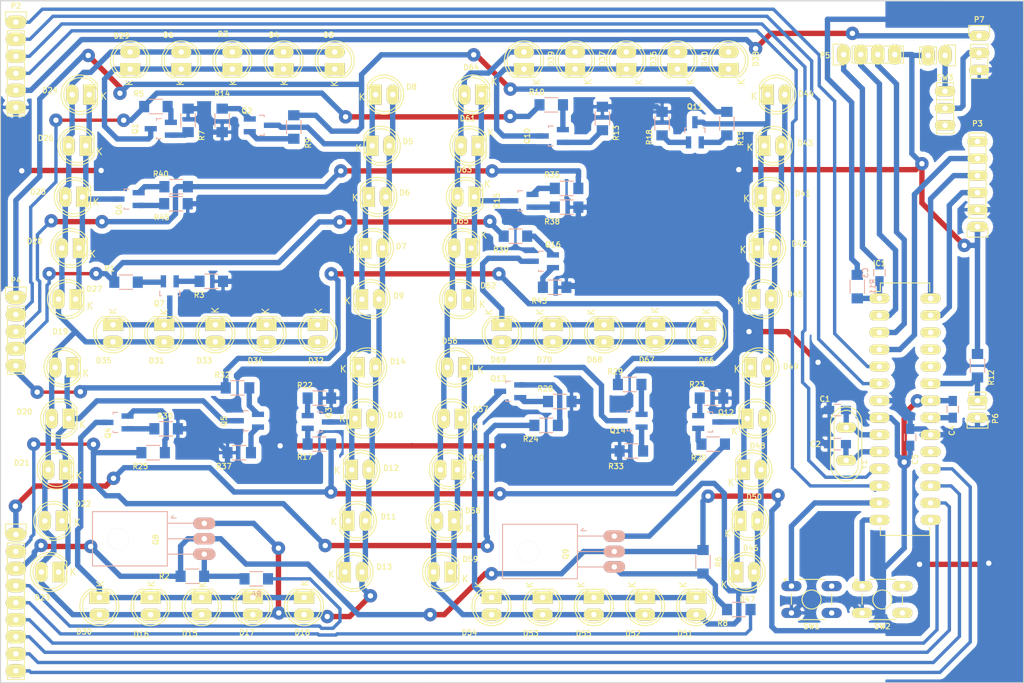
<source format=kicad_pcb>
(kicad_pcb (version 20171130) (host pcbnew "(5.1.12)-1")
  (layers (0 F.Cu signal) (31 B.Cu signal) (34 B.Paste user hide) (35 F.Paste user hide) (36 B.SilkS user hide) (37 F.SilkS user hide) (38 B.Mask user hide) (39 F.Mask user hide) (44 Edge.Cuts user))
  (net 0 "")
  (net 1 "Net-(Q1-Pad1)")
  (net 2 "Net-(Q1-Pad2)")
  (net 3 "Net-(D1-Pad1)")
  (net 4 "Net-(Q2-Pad1)")
  (net 5 "Net-(Q2-Pad2)")
  (net 6 "Net-(D5-Pad1)")
  (net 7 GND)
  (net 8 "Net-(Q3-Pad1)")
  (net 9 "Net-(Q3-Pad2)")
  (net 10 "Net-(D10-Pad1)")
  (net 11 "Net-(Q4-Pad1)")
  (net 12 "Net-(Q4-Pad2)")
  (net 13 "Net-(D15-Pad1)")
  (net 14 "Net-(Q5-Pad1)")
  (net 15 "Net-(Q5-Pad2)")
  (net 16 "Net-(D19-Pad1)")
  (net 17 "Net-(Q6-Pad1)")
  (net 18 "Net-(Q6-Pad2)")
  (net 19 "Net-(D24-Pad1)")
  (net 20 "Net-(Q7-Pad1)")
  (net 21 "Net-(Q7-Pad2)")
  (net 22 "Net-(D31-Pad1)")
  (net 23 "Net-(Q8-Pad3)")
  (net 24 "Net-(D36-Pad2)")
  (net 25 "Net-(Q9-Pad3)")
  (net 26 "Net-(Q10-Pad1)")
  (net 27 "Net-(Q10-Pad2)")
  (net 28 "Net-(D36-Pad1)")
  (net 29 "Net-(Q11-Pad1)")
  (net 30 "Net-(Q11-Pad2)")
  (net 31 "Net-(D41-Pad1)")
  (net 32 "Net-(Q12-Pad1)")
  (net 33 "Net-(Q12-Pad2)")
  (net 34 "Net-(D46-Pad1)")
  (net 35 "Net-(Q13-Pad1)")
  (net 36 "Net-(Q13-Pad2)")
  (net 37 "Net-(D51-Pad1)")
  (net 38 "Net-(Q14-Pad1)")
  (net 39 "Net-(Q14-Pad2)")
  (net 40 "Net-(D56-Pad1)")
  (net 41 "Net-(Q15-Pad1)")
  (net 42 "Net-(Q15-Pad2)")
  (net 43 "Net-(D61-Pad1)")
  (net 44 "Net-(Q16-Pad1)")
  (net 45 "Net-(Q16-Pad2)")
  (net 46 "Net-(D66-Pad1)")
  (net 47 "Net-(D1-Pad2)")
  (net 48 /SEG_G)
  (net 49 /SEG_B)
  (net 50 /SEG_A)
  (net 51 /SEG_F)
  (net 52 /SEG_E)
  (net 53 /SEG_C)
  (net 54 /SEG_D)
  (net 55 /D3_IN)
  (net 56 /D4_IN)
  (net 57 +5V)
  (net 58 ~RESET)
  (net 59 SDA)
  (net 60 SCL)
  (net 61 SQW)
  (net 62 RST)
  (net 63 TX)
  (net 64 RX)
  (net 65 "Net-(IC1-Pad19)")
  (net 66 "Net-(C4-Pad1)")
  (net 67 "Net-(IC1-Pad24)")
  (net 68 "Net-(IC1-Pad25)")
  (net 69 "Net-(IC1-Pad26)")
  (net 70 OSC1)
  (net 71 OSC2)
  (net 72 KEY_MENU)
  (net 73 KEY_UP)
  (net 74 BCD_B)
  (net 75 BCD_C)
  (net 76 BCD_D)
  (net 77 BCD_A)
  (net 78 PWM)
  (net 79 DIG_2)
  (net 80 DIG_1)
  (net 81 DIG_0)
  (net 82 LDR)
  (net 83 VIN)
  (net 84 VSUPPLY)
  (net 85 VSUP)
  (net 86 "Net-(SW3-Pad3)")
  (module TO_SOT_Packages_THT:SOT126_SOT32_Housing_Horizontal (layer B.Cu) (at 79.883 105.283 270)
    (fp_text reference Q8 (at 0.127 7.239 270) (layer F.SilkS) (effects (font (size 0.8 0.8))))
    (fp_text value BD140)
    (pad 2 thru_hole oval (at 0 0 270) (size 1.7 3.3) (drill 0.8) (layers *.Cu *.Mask B.SilkS) (net 57 +5V))
    (pad 1 thru_hole oval (at -2.29108 0 270) (size 1.7 3.3) (drill 0.8) (layers *.Cu *.Mask B.SilkS) (net 47 "Net-(D1-Pad2)"))
    (pad 3 thru_hole oval (at 2.29108 0 270) (size 1.7 3.3) (drill 0.8) (layers *.Cu *.Mask B.SilkS) (net 23 "Net-(Q8-Pad3)"))
    (pad "" np_thru_hole circle (at 0 12.79906 270) (size 3.2004 3.2004) (drill 3.2004) (layers *.Cu *.Mask B.SilkS))
  )
  (module TO_SOT_Packages_THT:SOT126_SOT32_Housing_Horizontal (layer B.Cu) (at 140.97 107.18292 270)
    (fp_text reference Q9 (at 0.38608 7.239 270) (layer F.SilkS) (effects (font (size 0.8 0.8))))
    (fp_text value BD140)
    (pad 2 thru_hole oval (at 0 0 270) (size 1.7 3.2) (drill 0.8) (layers *.Cu *.Mask B.SilkS) (net 57 +5V))
    (pad 1 thru_hole oval (at -2.29108 0 270) (size 1.7 3.2) (drill 0.8) (layers *.Cu *.Mask B.SilkS) (net 24 "Net-(D36-Pad2)"))
    (pad 3 thru_hole oval (at 2.29108 0 270) (size 1.7 3.2) (drill 0.8) (layers *.Cu *.Mask B.SilkS) (net 25 "Net-(Q9-Pad3)"))
    (pad "" np_thru_hole circle (at 0 12.79906 270) (size 3.2004 3.2004) (drill 3.2004) (layers *.Cu *.Mask B.SilkS))
  )
  (module Pin_Headers:Pin_Header_Straight_1x04 (layer F.Cu) (at 175.133 33.147 90)
    (fp_text reference P5 (at -0.127 -2.794 180) (layer F.SilkS) (effects (font (size 0.8 0.8))))
    (fp_text value ICSP)
    (pad 1 thru_hole oval (at 0 0 90) (size 3 2) (drill 0.8) (layers *.Cu *.Mask F.SilkS) (net 62 RST))
    (pad 2 thru_hole oval (at 0 2.54 90) (size 3 2) (drill 0.8) (layers *.Cu *.Mask F.SilkS) (net 64 RX))
    (pad 3 thru_hole oval (at 0 5.08 90) (size 3 2) (drill 0.8) (layers *.Cu *.Mask F.SilkS) (net 63 TX))
    (pad 4 thru_hole oval (at 0 7.62 90) (size 3 2) (drill 0.8) (layers *.Cu *.Mask F.SilkS) (net 7 GND))
  )
  (module Pin_Headers:Pin_Header_Straight_1x02 (layer F.Cu) (at 190.246 33.274 270)
    (fp_text reference P8 (at 0 -5.1 270) (layer F.SilkS) (effects (font (size 0.8 0.8))))
    (fp_text value PWR_IN)
    (pad 1 thru_hole oval (at 0 0 270) (size 3 2) (drill 0.8) (layers *.Cu *.Mask F.SilkS) (net 85 VSUP))
    (pad 2 thru_hole oval (at 0 2.54 270) (size 3 2) (drill 0.8) (layers *.Cu *.Mask F.SilkS) (net 7 GND))
  )
  (module Pin_Headers:Pin_Header_Straight_1x09 (layer F.Cu) (at 51.816 104.648)
    (fp_text reference P1 (at -2.794 18.034) (layer F.SilkS) (effects (font (size 0.8 0.8))))
    (fp_text value BOT_PINS)
    (pad 1 thru_hole oval (at 0 0) (size 3 2) (drill 0.8) (layers *.Cu *.Mask F.SilkS) (net 53 /SEG_C))
    (pad 2 thru_hole oval (at 0 2.54) (size 3 2) (drill 0.8) (layers *.Cu *.Mask F.SilkS) (net 54 /SEG_D))
    (pad 3 thru_hole oval (at 0 5.08) (size 3 2) (drill 0.8) (layers *.Cu *.Mask F.SilkS) (net 57 +5V))
    (pad 4 thru_hole oval (at 0 7.62) (size 3 2) (drill 0.8) (layers *.Cu *.Mask F.SilkS) (net 55 /D3_IN))
    (pad 5 thru_hole oval (at 0 10.16) (size 3 2) (drill 0.8) (layers *.Cu *.Mask F.SilkS) (net 56 /D4_IN))
    (pad 6 thru_hole oval (at 0 12.7) (size 3 2) (drill 0.8) (layers *.Cu *.Mask F.SilkS) (net 78 PWM))
    (pad 7 thru_hole oval (at 0 15.24) (size 3 2) (drill 0.8) (layers *.Cu *.Mask F.SilkS) (net 79 DIG_2))
    (pad 8 thru_hole oval (at 0 17.78) (size 3 2) (drill 0.8) (layers *.Cu *.Mask F.SilkS) (net 80 DIG_1))
    (pad 9 thru_hole oval (at 0 20.32) (size 3 2) (drill 0.8) (layers *.Cu *.Mask F.SilkS) (net 81 DIG_0))
  )
  (module Pin_Headers:Pin_Header_Straight_1x05 (layer F.Cu) (at 51.816 69.342)
    (fp_text reference P4 (at 0 -2.54) (layer F.SilkS) (effects (font (size 0.8 0.8))))
    (fp_text value CONN_01X05)
    (pad 1 thru_hole oval (at 0 0) (size 3 2) (drill 0.8) (layers *.Cu *.Mask F.SilkS) (net 49 /SEG_B))
    (pad 2 thru_hole oval (at 0 2.54) (size 3 2) (drill 0.8) (layers *.Cu *.Mask F.SilkS) (net 50 /SEG_A))
    (pad 3 thru_hole oval (at 0 5.08) (size 3 2) (drill 0.8) (layers *.Cu *.Mask F.SilkS) (net 51 /SEG_F))
    (pad 4 thru_hole oval (at 0 7.62) (size 3 2) (drill 0.8) (layers *.Cu *.Mask F.SilkS) (net 48 /SEG_G))
    (pad 5 thru_hole oval (at 0 10.16) (size 3 2) (drill 0.8) (layers *.Cu *.Mask F.SilkS) (net 52 /SEG_E))
  )
  (module Pin_Headers:Pin_Header_Straight_1x06 (layer F.Cu) (at 51.816 28.321)
    (fp_text reference P2 (at 0 -2.413) (layer F.SilkS) (effects (font (size 0.8 0.8))))
    (fp_text value TOP_PINS)
    (pad 1 thru_hole oval (at 0 0) (size 3 2) (drill 0.8) (layers *.Cu *.Mask F.SilkS) (net 74 BCD_B))
    (pad 2 thru_hole oval (at 0 2.54) (size 3 2) (drill 0.8) (layers *.Cu *.Mask F.SilkS) (net 75 BCD_C))
    (pad 3 thru_hole oval (at 0 5.08) (size 3 2) (drill 0.8) (layers *.Cu *.Mask F.SilkS) (net 76 BCD_D))
    (pad 4 thru_hole oval (at 0 7.62) (size 3 2) (drill 0.8) (layers *.Cu *.Mask F.SilkS) (net 77 BCD_A))
    (pad 5 thru_hole oval (at 0 10.16) (size 3 2) (drill 0.8) (layers *.Cu *.Mask F.SilkS) (net 83 VIN))
    (pad 6 thru_hole oval (at 0 12.7) (size 3 2) (drill 0.8) (layers *.Cu *.Mask F.SilkS) (net 7 GND))
  )
  (module Buttons_Switches_ThroughHole:SW_TH_Tactile_Omron_B3F-10xx (layer F.Cu) (at 177.896 112.332)
    (fp_text reference SW2 (at 3 6) (layer F.SilkS) (effects (font (size 0.8 0.8))))
    (fp_text value UP)
    (pad 3 thru_hole oval (at 6 4) (size 3 1.5) (drill 0.8) (layers *.Cu *.Mask F.SilkS))
    (pad 2 thru_hole oval (at 0 4) (size 3 1.5) (drill 0.8) (layers *.Cu *.Mask F.SilkS) (net 7 GND))
    (pad 4 thru_hole oval (at 6 0) (size 3 1.5) (drill 0.8) (layers *.Cu *.Mask F.SilkS))
    (pad 1 thru_hole oval (at 0 0) (size 3 1.5) (drill 0.8) (layers *.Cu *.Mask F.SilkS) (net 72 KEY_MENU))
  )
  (module Buttons_Switches_ThroughHole:SW_TH_Tactile_Omron_B3F-10xx (layer F.Cu) (at 167.355 112.332)
    (fp_text reference SW1 (at 3 6) (layer F.SilkS) (effects (font (size 0.8 0.8))))
    (fp_text value MENU)
    (pad 3 thru_hole oval (at 6 4) (size 3 1.5) (drill 0.8) (layers *.Cu *.Mask))
    (pad 2 thru_hole oval (at 0 4) (size 3 1.5) (drill 0.8) (layers *.Cu *.Mask) (net 7 GND))
    (pad 4 thru_hole oval (at 6 0) (size 3 1.5) (drill 0.8) (layers *.Cu *.Mask))
    (pad 1 thru_hole oval (at 0 0) (size 3 1.5) (drill 0.8) (layers *.Cu *.Mask) (net 73 KEY_UP))
  )
  (module Crystals:Crystal_HC49-U_Vertical (layer F.Cu) (at 175.514 91.15806 270)
    (fp_text reference Y1 (at 3.07594 -2.667 270) (layer F.SilkS) (effects (font (size 0.8 0.8))))
    (fp_text value 16MHZ)
    (pad 1 thru_hole oval (at -2.44094 0) (size 3 1.5) (drill 0.8001) (layers *.Cu *.Mask F.SilkS) (net 70 OSC1))
    (pad 2 thru_hole oval (at 2.44094 0) (size 3 1.5) (drill 0.8001) (layers *.Cu *.Mask F.SilkS) (net 71 OSC2))
  )
  (module Pin_Headers:Pin_Header_Straight_1x02 (layer F.Cu) (at 195.072 87.249 180)
    (fp_text reference P6 (at -2.667 -0.127 270) (layer F.SilkS) (effects (font (size 0.8 0.8))))
    (fp_text value LDR)
    (pad 1 thru_hole oval (at 0 0 180) (size 3 1.5) (drill 0.8) (layers *.Cu *.Mask F.SilkS) (net 57 +5V))
    (pad 2 thru_hole oval (at 0 2.54 180) (size 3 1.5) (drill 0.8) (layers *.Cu *.Mask F.SilkS) (net 82 LDR))
  )
  (module Pin_Headers:Pin_Header_Straight_1x03 (layer F.Cu) (at 195.326 30.353)
    (fp_text reference P7 (at 0 -2.413) (layer F.SilkS) (effects (font (size 0.8 0.8))))
    (fp_text value PWR_SEL)
    (pad 1 thru_hole oval (at 0 0) (size 3 1.5) (drill 0.8) (layers *.Cu *.Mask F.SilkS) (net 83 VIN))
    (pad 2 thru_hole oval (at 0 2.54) (size 3 1.5) (drill 0.8) (layers *.Cu *.Mask F.SilkS) (net 84 VSUPPLY))
    (pad 3 thru_hole oval (at 0 5.08) (size 3 1.5) (drill 0.8) (layers *.Cu *.Mask F.SilkS) (net 57 +5V))
  )
  (module Buttons_Switches_ThroughHole:SW_Micro_SPST (layer F.Cu) (at 190.246 41.148 270)
    (fp_text reference SW3 (at -4.572 0) (layer F.SilkS) (effects (font (size 0.8 0.8))))
    (fp_text value Switch_SPDT_x2)
    (pad 1 thru_hole oval (at -2.54 0) (size 3 1.5) (drill 0.8128) (layers *.Cu *.Mask F.SilkS) (net 85 VSUP))
    (pad 2 thru_hole oval (at 0 0) (size 3 1.5) (drill 0.8128) (layers *.Cu *.Mask F.SilkS) (net 84 VSUPPLY))
    (pad 3 thru_hole oval (at 2.54 0) (size 3 1.5) (drill 0.8128) (layers *.Cu *.Mask F.SilkS) (net 86 "Net-(SW3-Pad3)"))
  )
  (module Pin_Headers:Pin_Header_Straight_1x06 (layer F.Cu) (at 195.072 58.801 180)
    (fp_text reference P3 (at 0 15.367) (layer F.SilkS) (effects (font (size 0.8 0.8))))
    (fp_text value DS3231)
    (pad 1 thru_hole oval (at 0 0 180) (size 3 1.5) (drill 0.8) (layers *.Cu *.Mask F.SilkS) (net 7 GND))
    (pad 2 thru_hole oval (at 0 2.54 180) (size 3 1.5) (drill 0.8) (layers *.Cu *.Mask F.SilkS) (net 57 +5V))
    (pad 3 thru_hole oval (at 0 5.08 180) (size 3 1.5) (drill 0.8) (layers *.Cu *.Mask F.SilkS) (net 59 SDA))
    (pad 4 thru_hole oval (at 0 7.62 180) (size 3 1.5) (drill 0.8) (layers *.Cu *.Mask F.SilkS) (net 60 SCL))
    (pad 5 thru_hole oval (at 0 10.16 180) (size 3 1.5) (drill 0.8) (layers *.Cu *.Mask F.SilkS) (net 61 SQW))
    (pad 6 thru_hole oval (at 0 12.7 180) (size 3 1.5) (drill 0.8) (layers *.Cu *.Mask F.SilkS))
  )
  (module Housings_DIP:DIP-28_W7.62mm_LongPads (layer F.Cu) (at 180.467 69.469)
    (fp_text reference IC1 (at 0 -5.22) (layer F.SilkS) (effects (font (size 0.8 0.8))))
    (fp_text value ATMEGA328P-P)
    (pad 1 thru_hole oval (at 0 0) (size 3 1.5) (drill 0.8) (layers *.Cu *.Mask F.SilkS) (net 58 ~RESET))
    (pad 2 thru_hole oval (at 0 2.54) (size 3 1.5) (drill 0.8) (layers *.Cu *.Mask F.SilkS) (net 64 RX))
    (pad 3 thru_hole oval (at 0 5.08) (size 3 1.5) (drill 0.8) (layers *.Cu *.Mask F.SilkS) (net 63 TX))
    (pad 4 thru_hole oval (at 0 7.62) (size 3 1.5) (drill 0.8) (layers *.Cu *.Mask F.SilkS) (net 61 SQW))
    (pad 5 thru_hole oval (at 0 10.16) (size 3 1.5) (drill 0.8) (layers *.Cu *.Mask F.SilkS) (net 74 BCD_B))
    (pad 6 thru_hole oval (at 0 12.7) (size 3 1.5) (drill 0.8) (layers *.Cu *.Mask F.SilkS) (net 75 BCD_C))
    (pad 7 thru_hole oval (at 0 15.24) (size 3 1.5) (drill 0.8) (layers *.Cu *.Mask F.SilkS) (net 57 +5V))
    (pad 8 thru_hole oval (at 0 17.78) (size 3 1.5) (drill 0.8) (layers *.Cu *.Mask F.SilkS) (net 7 GND))
    (pad 9 thru_hole oval (at 0 20.32) (size 3 1.5) (drill 0.8) (layers *.Cu *.Mask F.SilkS) (net 70 OSC1))
    (pad 10 thru_hole oval (at 0 22.86) (size 3 1.5) (drill 0.8) (layers *.Cu *.Mask F.SilkS) (net 71 OSC2))
    (pad 11 thru_hole oval (at 0 25.4) (size 3 1.5) (drill 0.8) (layers *.Cu *.Mask F.SilkS) (net 76 BCD_D))
    (pad 12 thru_hole oval (at 0 27.94) (size 3 1.5) (drill 0.8) (layers *.Cu *.Mask F.SilkS) (net 77 BCD_A))
    (pad 13 thru_hole oval (at 0 30.48) (size 3 1.5) (drill 0.8) (layers *.Cu *.Mask F.SilkS) (net 73 KEY_UP))
    (pad 14 thru_hole oval (at 0 33.02) (size 3 1.5) (drill 0.8) (layers *.Cu *.Mask F.SilkS) (net 72 KEY_MENU))
    (pad 15 thru_hole oval (at 7.62 33.02) (size 3 1.5) (drill 0.8) (layers *.Cu *.Mask F.SilkS) (net 78 PWM))
    (pad 16 thru_hole oval (at 7.62 30.48) (size 3 1.5) (drill 0.8) (layers *.Cu *.Mask F.SilkS) (net 79 DIG_2))
    (pad 17 thru_hole oval (at 7.62 27.94) (size 3 1.5) (drill 0.8) (layers *.Cu *.Mask F.SilkS) (net 80 DIG_1))
    (pad 18 thru_hole oval (at 7.62 25.4) (size 3 1.5) (drill 0.8) (layers *.Cu *.Mask F.SilkS) (net 81 DIG_0))
    (pad 19 thru_hole oval (at 7.62 22.86) (size 3 1.5) (drill 0.8) (layers *.Cu *.Mask F.SilkS) (net 65 "Net-(IC1-Pad19)"))
    (pad 20 thru_hole oval (at 7.62 20.32) (size 3 1.5) (drill 0.8) (layers *.Cu *.Mask F.SilkS) (net 57 +5V))
    (pad 21 thru_hole oval (at 7.62 17.78) (size 3 1.5) (drill 0.8) (layers *.Cu *.Mask F.SilkS) (net 66 "Net-(C4-Pad1)"))
    (pad 22 thru_hole oval (at 7.62 15.24) (size 3 1.5) (drill 0.8) (layers *.Cu *.Mask F.SilkS) (net 7 GND))
    (pad 23 thru_hole oval (at 7.62 12.7) (size 3 1.5) (drill 0.8) (layers *.Cu *.Mask F.SilkS) (net 82 LDR))
    (pad 24 thru_hole oval (at 7.62 10.16) (size 3 1.5) (drill 0.8) (layers *.Cu *.Mask F.SilkS) (net 67 "Net-(IC1-Pad24)"))
    (pad 25 thru_hole oval (at 7.62 7.62) (size 3 1.5) (drill 0.8) (layers *.Cu *.Mask F.SilkS) (net 68 "Net-(IC1-Pad25)"))
    (pad 26 thru_hole oval (at 7.62 5.08) (size 3 1.5) (drill 0.8) (layers *.Cu *.Mask F.SilkS) (net 69 "Net-(IC1-Pad26)"))
    (pad 27 thru_hole oval (at 7.62 2.54) (size 3 1.5) (drill 0.8) (layers *.Cu *.Mask F.SilkS) (net 59 SDA))
    (pad 28 thru_hole oval (at 7.62 0) (size 3 1.5) (drill 0.8) (layers *.Cu *.Mask F.SilkS) (net 60 SCL))
  )
  (module Resistors_SMD:R_1206_HandSoldering (layer B.Cu) (at 80.927 66.929)
    (fp_text reference R3 (at -1.806 2.032) (layer F.SilkS) (effects (font (size 0.8 0.8))))
    (fp_text value 68)
    (pad 1 smd rect (at -1.75 0) (size 1.5 1.7) (layers B.Cu B.Paste B.Mask) (net 21 "Net-(Q7-Pad2)"))
    (pad 2 smd rect (at 1.75 0) (size 1.5 1.7) (layers B.Cu B.Paste B.Mask) (net 7 GND))
  )
  (module Resistors_SMD:R_1206_HandSoldering (layer B.Cu) (at 78.105 110.871 180)
    (fp_text reference R2 (at 4.191 0 180) (layer F.SilkS) (effects (font (size 0.8 0.8))))
    (fp_text value 0)
    (pad 1 smd rect (at -1.75 0 180) (size 1.5 1.7) (layers B.Cu B.Paste B.Mask) (net 23 "Net-(Q8-Pad3)"))
    (pad 2 smd rect (at 1.75 0 180) (size 1.5 1.7) (layers B.Cu B.Paste B.Mask) (net 57 +5V))
  )
  (module Resistors_SMD:R_1206_HandSoldering (layer B.Cu) (at 154.178 108.712 90)
    (fp_text reference R6 (at 0 2.3 270) (layer F.SilkS) (effects (font (size 0.8 0.8))))
    (fp_text value 0)
    (pad 1 smd rect (at -1.75 0 90) (size 1.5 1.7) (layers B.Cu B.Paste B.Mask) (net 25 "Net-(Q9-Pad3)"))
    (pad 2 smd rect (at 1.75 0 90) (size 1.5 1.7) (layers B.Cu B.Paste B.Mask) (net 57 +5V))
  )
  (module Resistors_SMD:R_1206_HandSoldering (layer B.Cu) (at 159.512 115.824)
    (fp_text reference R8 (at -2.413 2.032) (layer F.SilkS) (effects (font (size 0.8 0.8))))
    (fp_text value 220)
    (pad 1 smd rect (at -1.75 0) (size 1.5 1.7) (layers B.Cu B.Paste B.Mask) (net 25 "Net-(Q9-Pad3)"))
    (pad 2 smd rect (at 1.75 0) (size 1.5 1.7) (layers B.Cu B.Paste B.Mask) (net 56 /D4_IN))
  )
  (module Resistors_SMD:R_1206_HandSoldering (layer B.Cu) (at 143.51 92.202 180)
    (fp_text reference R33 (at 2.286 -2.286 180) (layer F.SilkS) (effects (font (size 0.8 0.8))))
    (fp_text value 68)
    (pad 1 smd rect (at -1.75 0 180) (size 1.5 1.7) (layers B.Cu B.Paste B.Mask) (net 39 "Net-(Q14-Pad2)"))
    (pad 2 smd rect (at 1.75 0 180) (size 1.5 1.7) (layers B.Cu B.Paste B.Mask) (net 7 GND))
  )
  (module TO_SOT_Packages_SMD:SOT-23_Handsoldering (layer B.Cu) (at 86.38286 87.696 270)
    (fp_text reference Q5 (at 0.061 3.57886 270) (layer F.SilkS) (effects (font (size 0.8 0.8))))
    (fp_text value MMBT3904)
    (pad 1 smd rect (at -0.95 -1.50114 270) (size 0.8001 1.80086) (layers B.Cu B.Paste B.Mask) (net 14 "Net-(Q5-Pad1)"))
    (pad 2 smd rect (at 0.95 -1.50114 270) (size 0.8001 1.80086) (layers B.Cu B.Paste B.Mask) (net 15 "Net-(Q5-Pad2)"))
    (pad 3 smd rect (at 0 1.50114 270) (size 0.8001 1.80086) (layers B.Cu B.Paste B.Mask) (net 16 "Net-(D19-Pad1)"))
  )
  (module Resistors_SMD:R_1206_HandSoldering (layer B.Cu) (at 97.028 91.186)
    (fp_text reference R17 (at -2.159 1.905) (layer F.SilkS) (effects (font (size 0.8 0.8))))
    (fp_text value 560)
    (pad 1 smd rect (at -1.75 0) (size 1.5 1.7) (layers B.Cu B.Paste B.Mask) (net 8 "Net-(Q3-Pad1)"))
    (pad 2 smd rect (at 1.75 0) (size 1.5 1.7) (layers B.Cu B.Paste B.Mask) (net 53 /SEG_C))
  )
  (module Resistors_SMD:R_1206_HandSoldering (layer B.Cu) (at 93.218 43.942 90)
    (fp_text reference R9 (at -2.413 2.159 90) (layer F.SilkS) (effects (font (size 0.8 0.8))))
    (fp_text value 560)
    (pad 1 smd rect (at -1.75 0 90) (size 1.5 1.7) (layers B.Cu B.Paste B.Mask) (net 4 "Net-(Q2-Pad1)"))
    (pad 2 smd rect (at 1.75 0 90) (size 1.5 1.7) (layers B.Cu B.Paste B.Mask) (net 49 /SEG_B))
  )
  (module Resistors_SMD:R_1206_HandSoldering (layer B.Cu) (at 77.47 42.954 90)
    (fp_text reference R7 (at -2.258 2.032 90) (layer F.SilkS) (effects (font (size 0.8 0.8))))
    (fp_text value 68)
    (pad 1 smd rect (at -1.75 0 90) (size 1.5 1.7) (layers B.Cu B.Paste B.Mask) (net 2 "Net-(Q1-Pad2)"))
    (pad 2 smd rect (at 1.75 0 90) (size 1.5 1.7) (layers B.Cu B.Paste B.Mask) (net 7 GND))
  )
  (module TO_SOT_Packages_SMD:SOT-23_Handsoldering (layer B.Cu) (at 66.95186 87.95 270)
    (fp_text reference Q4 (at 1.585 1.41986 270) (layer F.SilkS) (effects (font (size 0.8 0.8))))
    (fp_text value MMBT3904)
    (pad 1 smd rect (at -0.95 -1.50114 270) (size 0.8001 1.80086) (layers B.Cu B.Paste B.Mask) (net 11 "Net-(Q4-Pad1)"))
    (pad 2 smd rect (at 0.95 -1.50114 270) (size 0.8001 1.80086) (layers B.Cu B.Paste B.Mask) (net 12 "Net-(Q4-Pad2)"))
    (pad 3 smd rect (at 0 1.50114 270) (size 0.8001 1.80086) (layers B.Cu B.Paste B.Mask) (net 13 "Net-(D15-Pad1)"))
  )
  (module Resistors_SMD:R_1206_HandSoldering (layer B.Cu) (at 74.196 88.9)
    (fp_text reference R30 (at -0.155 -1.905) (layer F.SilkS) (effects (font (size 0.8 0.8))))
    (fp_text value 68)
    (pad 1 smd rect (at -1.75 0) (size 1.5 1.7) (layers B.Cu B.Paste B.Mask) (net 12 "Net-(Q4-Pad2)"))
    (pad 2 smd rect (at 1.75 0) (size 1.5 1.7) (layers B.Cu B.Paste B.Mask) (net 7 GND))
  )
  (module Resistors_SMD:R_1206_HandSoldering (layer B.Cu) (at 72.263 92.456 180)
    (fp_text reference R25 (at 1.905 -2.032 180) (layer F.SilkS) (effects (font (size 0.8 0.8))))
    (fp_text value 560)
    (pad 1 smd rect (at -1.75 0 180) (size 1.5 1.7) (layers B.Cu B.Paste B.Mask) (net 11 "Net-(Q4-Pad1)"))
    (pad 2 smd rect (at 1.75 0 180) (size 1.5 1.7) (layers B.Cu B.Paste B.Mask) (net 54 /SEG_D))
  )
  (module Resistors_SMD:R_1206_HandSoldering (layer B.Cu) (at 68.227 67.056 180)
    (fp_text reference R1 (at 2.441 2.032 180) (layer F.SilkS) (effects (font (size 0.8 0.8))))
    (fp_text value 560)
    (pad 1 smd rect (at -1.75 0 180) (size 1.5 1.7) (layers B.Cu B.Paste B.Mask) (net 20 "Net-(Q7-Pad1)"))
    (pad 2 smd rect (at 1.75 0 180) (size 1.5 1.7) (layers B.Cu B.Paste B.Mask) (net 48 /SEG_G))
  )
  (module Resistors_SMD:R_1206_HandSoldering (layer B.Cu) (at 87.63 111.252)
    (fp_text reference R4 (at 0 2.3) (layer B.SilkS) (effects (font (size 0.8 0.8)) (justify mirror)))
    (fp_text value 220)
    (pad 1 smd rect (at -1.75 0) (size 1.5 1.7) (layers B.Cu B.Paste B.Mask) (net 23 "Net-(Q8-Pad3)"))
    (pad 2 smd rect (at 1.75 0) (size 1.5 1.7) (layers B.Cu B.Paste B.Mask) (net 55 /D3_IN))
  )
  (module TO_SOT_Packages_SMD:SOT-23_Handsoldering (layer B.Cu) (at 73.406 44.196 270)
    (fp_text reference Q1 (at 0 3.81 270) (layer F.SilkS) (effects (font (size 0.8 0.8))))
    (fp_text value MMBT3904)
    (pad 1 smd rect (at -0.95 -1.50114 270) (size 0.8001 1.80086) (layers B.Cu B.Paste B.Mask) (net 1 "Net-(Q1-Pad1)"))
    (pad 2 smd rect (at 0.95 -1.50114 270) (size 0.8001 1.80086) (layers B.Cu B.Paste B.Mask) (net 2 "Net-(Q1-Pad2)"))
    (pad 3 smd rect (at 0 1.50114 270) (size 0.8001 1.80086) (layers B.Cu B.Paste B.Mask) (net 3 "Net-(D1-Pad1)"))
  )
  (module Resistors_SMD:R_1206_HandSoldering (layer B.Cu) (at 72.672 40.894 180)
    (fp_text reference R5 (at 2.568 1.905 180) (layer F.SilkS) (effects (font (size 0.8 0.8))))
    (fp_text value 560)
    (pad 1 smd rect (at -1.75 0 180) (size 1.5 1.7) (layers B.Cu B.Paste B.Mask) (net 1 "Net-(Q1-Pad1)"))
    (pad 2 smd rect (at 1.75 0 180) (size 1.5 1.7) (layers B.Cu B.Paste B.Mask) (net 50 /SEG_A))
  )
  (module Resistors_SMD:R_1206_HandSoldering (layer B.Cu) (at 84.836 82.804 180)
    (fp_text reference R32 (at 2.286 1.905 180) (layer F.SilkS) (effects (font (size 0.8 0.8))))
    (fp_text value 560)
    (pad 1 smd rect (at -1.75 0 180) (size 1.5 1.7) (layers B.Cu B.Paste B.Mask) (net 14 "Net-(Q5-Pad1)"))
    (pad 2 smd rect (at 1.75 0 180) (size 1.5 1.7) (layers B.Cu B.Paste B.Mask) (net 52 /SEG_E))
  )
  (module Resistors_SMD:R_1206_HandSoldering (layer B.Cu) (at 85.09 92.456 180)
    (fp_text reference R37 (at 2.286 -2.032) (layer F.SilkS) (effects (font (size 0.8 0.8))))
    (fp_text value 68)
    (pad 1 smd rect (at -1.75 0 180) (size 1.5 1.7) (layers B.Cu B.Paste B.Mask) (net 15 "Net-(Q5-Pad2)"))
    (pad 2 smd rect (at 1.75 0 180) (size 1.5 1.7) (layers B.Cu B.Paste B.Mask) (net 7 GND))
  )
  (module Resistors_SMD:R_1206_HandSoldering (layer B.Cu) (at 75.692 52.832)
    (fp_text reference R40 (at -2.286 -1.905) (layer F.SilkS) (effects (font (size 0.8 0.8))))
    (fp_text value 560)
    (pad 1 smd rect (at -1.75 0) (size 1.5 1.7) (layers B.Cu B.Paste B.Mask) (net 17 "Net-(Q6-Pad1)"))
    (pad 2 smd rect (at 1.75 0) (size 1.5 1.7) (layers B.Cu B.Paste B.Mask) (net 51 /SEG_F))
  )
  (module TO_SOT_Packages_SMD:SOT-23_Handsoldering (layer B.Cu) (at 88.16086 43.688 90)
    (fp_text reference Q2 (at 2.159 -1.92786 180) (layer F.SilkS) (effects (font (size 0.8 0.8))))
    (fp_text value MMBT3904)
    (pad 1 smd rect (at -0.95 -1.50114 90) (size 0.8001 1.80086) (layers B.Cu B.Paste B.Mask) (net 4 "Net-(Q2-Pad1)"))
    (pad 2 smd rect (at 0.95 -1.50114 90) (size 0.8001 1.80086) (layers B.Cu B.Paste B.Mask) (net 5 "Net-(Q2-Pad2)"))
    (pad 3 smd rect (at 0 1.50114 90) (size 0.8001 1.80086) (layers B.Cu B.Paste B.Mask) (net 6 "Net-(D5-Pad1)"))
  )
  (module Resistors_SMD:R_1206_HandSoldering (layer B.Cu) (at 82.55 42.954 270)
    (fp_text reference R14 (at -3.965 0) (layer F.SilkS) (effects (font (size 0.8 0.8))))
    (fp_text value 68)
    (pad 1 smd rect (at -1.75 0 270) (size 1.5 1.7) (layers B.Cu B.Paste B.Mask) (net 5 "Net-(Q2-Pad2)"))
    (pad 2 smd rect (at 1.75 0 270) (size 1.5 1.7) (layers B.Cu B.Paste B.Mask) (net 7 GND))
  )
  (module TO_SOT_Packages_SMD:SOT-23_Handsoldering (layer B.Cu) (at 96.79686 87.884 90)
    (fp_text reference Q3 (at 1.397 1.62814 90) (layer F.SilkS) (effects (font (size 0.8 0.8))))
    (fp_text value MMBT3904)
    (pad 1 smd rect (at -0.95 -1.50114 90) (size 0.8001 1.80086) (layers B.Cu B.Paste B.Mask) (net 8 "Net-(Q3-Pad1)"))
    (pad 2 smd rect (at 0.95 -1.50114 90) (size 0.8001 1.80086) (layers B.Cu B.Paste B.Mask) (net 9 "Net-(Q3-Pad2)"))
    (pad 3 smd rect (at 0 1.50114 90) (size 0.8001 1.80086) (layers B.Cu B.Paste B.Mask) (net 10 "Net-(D10-Pad1)"))
  )
  (module Resistors_SMD:R_1206_HandSoldering (layer B.Cu) (at 97.028 84.328)
    (fp_text reference R22 (at -2.159 -1.905) (layer F.SilkS) (effects (font (size 0.8 0.8))))
    (fp_text value 68)
    (pad 1 smd rect (at -1.75 0) (size 1.5 1.7) (layers B.Cu B.Paste B.Mask) (net 9 "Net-(Q3-Pad2)"))
    (pad 2 smd rect (at 1.75 0) (size 1.5 1.7) (layers B.Cu B.Paste B.Mask) (net 7 GND))
  )
  (module TO_SOT_Packages_SMD:SOT-23_Handsoldering (layer B.Cu) (at 68.60286 54.676 270)
    (fp_text reference Q6 (at 1.585 1.41986 270) (layer F.SilkS) (effects (font (size 0.8 0.8))))
    (fp_text value MMBT3904)
    (pad 1 smd rect (at -0.95 -1.50114 270) (size 0.8001 1.80086) (layers B.Cu B.Paste B.Mask) (net 17 "Net-(Q6-Pad1)"))
    (pad 2 smd rect (at 0.95 -1.50114 270) (size 0.8001 1.80086) (layers B.Cu B.Paste B.Mask) (net 18 "Net-(Q6-Pad2)"))
    (pad 3 smd rect (at 0 1.50114 270) (size 0.8001 1.80086) (layers B.Cu B.Paste B.Mask) (net 19 "Net-(D24-Pad1)"))
  )
  (module Resistors_SMD:R_1206_HandSoldering (layer B.Cu) (at 75.664 55.372)
    (fp_text reference R45 (at -2.131 2.032) (layer F.SilkS) (effects (font (size 0.8 0.8))))
    (fp_text value 68)
    (pad 1 smd rect (at -1.75 0) (size 1.5 1.7) (layers B.Cu B.Paste B.Mask) (net 18 "Net-(Q6-Pad2)"))
    (pad 2 smd rect (at 1.75 0) (size 1.5 1.7) (layers B.Cu B.Paste B.Mask) (net 7 GND))
  )
  (module TO_SOT_Packages_SMD:SOT-23_Handsoldering (layer B.Cu) (at 74.742 68.43014)
    (fp_text reference Q7 (at -1.59 1.80086) (layer F.SilkS) (effects (font (size 0.8 0.8))))
    (fp_text value MMBT3904)
    (pad 1 smd rect (at -0.95 -1.50114) (size 0.8001 1.80086) (layers B.Cu B.Paste B.Mask) (net 20 "Net-(Q7-Pad1)"))
    (pad 2 smd rect (at 0.95 -1.50114) (size 0.8001 1.80086) (layers B.Cu B.Paste B.Mask) (net 21 "Net-(Q7-Pad2)"))
    (pad 3 smd rect (at 0 1.50114) (size 0.8001 1.80086) (layers B.Cu B.Paste B.Mask) (net 22 "Net-(D31-Pad1)"))
  )
  (module TO_SOT_Packages_SMD:SOT-23_Handsoldering (layer B.Cu) (at 131.80314 45.278 270)
    (fp_text reference Q10 (at 0 3.81 270) (layer F.SilkS) (effects (font (size 0.8 0.8))))
    (fp_text value MMBT3904)
    (pad 1 smd rect (at -0.95 -1.50114 270) (size 0.8001 1.80086) (layers B.Cu B.Paste B.Mask) (net 26 "Net-(Q10-Pad1)"))
    (pad 2 smd rect (at 0.95 -1.50114 270) (size 0.8001 1.80086) (layers B.Cu B.Paste B.Mask) (net 27 "Net-(Q10-Pad2)"))
    (pad 3 smd rect (at 0 1.50114 270) (size 0.8001 1.80086) (layers B.Cu B.Paste B.Mask) (net 28 "Net-(D36-Pad1)"))
  )
  (module Resistors_SMD:R_1206_HandSoldering (layer B.Cu) (at 131.572 40.64 180)
    (fp_text reference R10 (at 2.159 1.905 180) (layer F.SilkS) (effects (font (size 0.8 0.8))))
    (fp_text value 560)
    (pad 1 smd rect (at -1.75 0 180) (size 1.5 1.7) (layers B.Cu B.Paste B.Mask) (net 26 "Net-(Q10-Pad1)"))
    (pad 2 smd rect (at 1.75 0 180) (size 1.5 1.7) (layers B.Cu B.Paste B.Mask) (net 50 /SEG_A))
  )
  (module Resistors_SMD:R_1206_HandSoldering (layer B.Cu) (at 139.192 42.672 90)
    (fp_text reference R13 (at -2.159 2.032 90) (layer F.SilkS) (effects (font (size 0.8 0.8))))
    (fp_text value 68)
    (pad 1 smd rect (at -1.75 0 90) (size 1.5 1.7) (layers B.Cu B.Paste B.Mask) (net 27 "Net-(Q10-Pad2)"))
    (pad 2 smd rect (at 1.75 0 90) (size 1.5 1.7) (layers B.Cu B.Paste B.Mask) (net 7 GND))
  )
  (module TO_SOT_Packages_SMD:SOT-23_Handsoldering (layer B.Cu) (at 152.974 44.72686 180)
    (fp_text reference Q11 (at 0 3.81 180) (layer F.SilkS) (effects (font (size 0.8 0.8))))
    (fp_text value MMBT3904)
    (pad 1 smd rect (at -0.95 -1.50114 180) (size 0.8001 1.80086) (layers B.Cu B.Paste B.Mask) (net 29 "Net-(Q11-Pad1)"))
    (pad 2 smd rect (at 0.95 -1.50114 180) (size 0.8001 1.80086) (layers B.Cu B.Paste B.Mask) (net 30 "Net-(Q11-Pad2)"))
    (pad 3 smd rect (at 0 1.50114 180) (size 0.8001 1.80086) (layers B.Cu B.Paste B.Mask) (net 31 "Net-(D41-Pad1)"))
  )
  (module Resistors_SMD:R_1206_HandSoldering (layer B.Cu) (at 148.082 43.434 90)
    (fp_text reference R18 (at -2.032 -1.905 90) (layer F.SilkS) (effects (font (size 0.8 0.8))))
    (fp_text value 68)
    (pad 1 smd rect (at -1.75 0 90) (size 1.5 1.7) (layers B.Cu B.Paste B.Mask) (net 30 "Net-(Q11-Pad2)"))
    (pad 2 smd rect (at 1.75 0 90) (size 1.5 1.7) (layers B.Cu B.Paste B.Mask) (net 7 GND))
  )
  (module Resistors_SMD:R_1206_HandSoldering (layer B.Cu) (at 157.734 43.434 90)
    (fp_text reference R15 (at -2.159 2.032 90) (layer F.SilkS) (effects (font (size 0.8 0.8))))
    (fp_text value 560)
    (pad 1 smd rect (at -1.75 0 90) (size 1.5 1.7) (layers B.Cu B.Paste B.Mask) (net 29 "Net-(Q11-Pad1)"))
    (pad 2 smd rect (at 1.75 0 90) (size 1.5 1.7) (layers B.Cu B.Paste B.Mask) (net 49 /SEG_B))
  )
  (module TO_SOT_Packages_SMD:SOT-23_Handsoldering (layer B.Cu) (at 154.96286 87.884 90)
    (fp_text reference Q12 (at 1.397 2.64414 180) (layer F.SilkS) (effects (font (size 0.8 0.8))))
    (fp_text value MMBT3904)
    (pad 1 smd rect (at -0.95 -1.50114 90) (size 0.8001 1.80086) (layers B.Cu B.Paste B.Mask) (net 32 "Net-(Q12-Pad1)"))
    (pad 2 smd rect (at 0.95 -1.50114 90) (size 0.8001 1.80086) (layers B.Cu B.Paste B.Mask) (net 33 "Net-(Q12-Pad2)"))
    (pad 3 smd rect (at 0 1.50114 90) (size 0.8001 1.80086) (layers B.Cu B.Paste B.Mask) (net 34 "Net-(D46-Pad1)"))
  )
  (module Resistors_SMD:R_1206_HandSoldering (layer B.Cu) (at 155.448 84.328)
    (fp_text reference R23 (at -2.159 -2.032 180) (layer F.SilkS) (effects (font (size 0.8 0.8))))
    (fp_text value 68)
    (pad 1 smd rect (at -1.75 0) (size 1.5 1.7) (layers B.Cu B.Paste B.Mask) (net 33 "Net-(Q12-Pad2)"))
    (pad 2 smd rect (at 1.75 0) (size 1.5 1.7) (layers B.Cu B.Paste B.Mask) (net 7 GND))
  )
  (module Resistors_SMD:R_1206_HandSoldering (layer B.Cu) (at 155.702 91.186)
    (fp_text reference R20 (at -2.159 2.032) (layer F.SilkS) (effects (font (size 0.8 0.8))))
    (fp_text value 560)
    (pad 1 smd rect (at -1.75 0) (size 1.5 1.7) (layers B.Cu B.Paste B.Mask) (net 32 "Net-(Q12-Pad1)"))
    (pad 2 smd rect (at 1.75 0) (size 1.5 1.7) (layers B.Cu B.Paste B.Mask) (net 53 /SEG_C))
  )
  (module TO_SOT_Packages_SMD:SOT-23_Handsoldering (layer B.Cu) (at 125.45314 83.312 270)
    (fp_text reference Q13 (at -1.905 1.75514) (layer F.SilkS) (effects (font (size 0.8 0.8))))
    (fp_text value MMBT3904)
    (pad 1 smd rect (at -0.95 -1.50114 270) (size 0.8001 1.80086) (layers B.Cu B.Paste B.Mask) (net 35 "Net-(Q13-Pad1)"))
    (pad 2 smd rect (at 0.95 -1.50114 270) (size 0.8001 1.80086) (layers B.Cu B.Paste B.Mask) (net 36 "Net-(Q13-Pad2)"))
    (pad 3 smd rect (at 0 1.50114 270) (size 0.8001 1.80086) (layers B.Cu B.Paste B.Mask) (net 37 "Net-(D51-Pad1)"))
  )
  (module Resistors_SMD:R_1206_HandSoldering (layer B.Cu) (at 132.842 84.836)
    (fp_text reference R28 (at -2.159 -1.905) (layer F.SilkS) (effects (font (size 0.8 0.8))))
    (fp_text value 68)
    (pad 1 smd rect (at -1.75 0) (size 1.5 1.7) (layers B.Cu B.Paste B.Mask) (net 36 "Net-(Q13-Pad2)"))
    (pad 2 smd rect (at 1.75 0) (size 1.5 1.7) (layers B.Cu B.Paste B.Mask) (net 7 GND))
  )
  (module Resistors_SMD:R_1206_HandSoldering (layer B.Cu) (at 130.81 88.392 180)
    (fp_text reference R24 (at 2.286 -2.032 180) (layer F.SilkS) (effects (font (size 0.8 0.8))))
    (fp_text value 560)
    (pad 1 smd rect (at -1.75 0 180) (size 1.5 1.7) (layers B.Cu B.Paste B.Mask) (net 35 "Net-(Q13-Pad1)"))
    (pad 2 smd rect (at 1.75 0 180) (size 1.5 1.7) (layers B.Cu B.Paste B.Mask) (net 54 /SEG_D))
  )
  (module TO_SOT_Packages_SMD:SOT-23_Handsoldering (layer B.Cu) (at 143.53286 87.696 270)
    (fp_text reference Q14 (at 1.458 2.05486) (layer F.SilkS) (effects (font (size 0.8 0.8))))
    (fp_text value MMBT3904)
    (pad 1 smd rect (at -0.95 -1.50114 270) (size 0.8001 1.80086) (layers B.Cu B.Paste B.Mask) (net 38 "Net-(Q14-Pad1)"))
    (pad 2 smd rect (at 0.95 -1.50114 270) (size 0.8001 1.80086) (layers B.Cu B.Paste B.Mask) (net 39 "Net-(Q14-Pad2)"))
    (pad 3 smd rect (at 0 1.50114 270) (size 0.8001 1.80086) (layers B.Cu B.Paste B.Mask) (net 40 "Net-(D56-Pad1)"))
  )
  (module Resistors_SMD:R_1206_HandSoldering (layer B.Cu) (at 143.256 82.296 180)
    (fp_text reference R29 (at 2.159 1.905 180) (layer F.SilkS) (effects (font (size 0.8 0.8))))
    (fp_text value 560)
    (pad 1 smd rect (at -1.75 0 180) (size 1.5 1.7) (layers B.Cu B.Paste B.Mask) (net 38 "Net-(Q14-Pad1)"))
    (pad 2 smd rect (at 1.75 0 180) (size 1.5 1.7) (layers B.Cu B.Paste B.Mask) (net 52 /SEG_E))
  )
  (module TO_SOT_Packages_SMD:SOT-23_Handsoldering (layer B.Cu) (at 127.27686 54.93 270)
    (fp_text reference Q15 (at 0 3.81 270) (layer F.SilkS) (effects (font (size 0.8 0.8))))
    (fp_text value MMBT3904)
    (pad 1 smd rect (at -0.95 -1.50114 270) (size 0.8001 1.80086) (layers B.Cu B.Paste B.Mask) (net 41 "Net-(Q15-Pad1)"))
    (pad 2 smd rect (at 0.95 -1.50114 270) (size 0.8001 1.80086) (layers B.Cu B.Paste B.Mask) (net 42 "Net-(Q15-Pad2)"))
    (pad 3 smd rect (at 0 1.50114 270) (size 0.8001 1.80086) (layers B.Cu B.Paste B.Mask) (net 43 "Net-(D61-Pad1)"))
  )
  (module Resistors_SMD:R_1206_HandSoldering (layer B.Cu) (at 133.858 55.88)
    (fp_text reference R38 (at -2.159 2.159) (layer F.SilkS) (effects (font (size 0.8 0.8))))
    (fp_text value 68)
    (pad 1 smd rect (at -1.75 0) (size 1.5 1.7) (layers B.Cu B.Paste B.Mask) (net 42 "Net-(Q15-Pad2)"))
    (pad 2 smd rect (at 1.75 0) (size 1.5 1.7) (layers B.Cu B.Paste B.Mask) (net 7 GND))
  )
  (module Resistors_SMD:R_1206_HandSoldering (layer B.Cu) (at 133.858 53.086)
    (fp_text reference R35 (at -2.159 -2.032) (layer F.SilkS) (effects (font (size 0.8 0.8))))
    (fp_text value 560)
    (pad 1 smd rect (at -1.75 0) (size 1.5 1.7) (layers B.Cu B.Paste B.Mask) (net 41 "Net-(Q15-Pad1)"))
    (pad 2 smd rect (at 1.75 0) (size 1.5 1.7) (layers B.Cu B.Paste B.Mask) (net 51 /SEG_F))
  )
  (module TO_SOT_Packages_SMD:SOT-23_Handsoldering (layer B.Cu) (at 130.32486 63.942 270)
    (fp_text reference Q16 (at -2.474 -1.50114) (layer F.SilkS) (effects (font (size 0.8 0.8))))
    (fp_text value MMBT3904)
    (pad 1 smd rect (at -0.95 -1.50114 270) (size 0.8001 1.80086) (layers B.Cu B.Paste B.Mask) (net 44 "Net-(Q16-Pad1)"))
    (pad 2 smd rect (at 0.95 -1.50114 270) (size 0.8001 1.80086) (layers B.Cu B.Paste B.Mask) (net 45 "Net-(Q16-Pad2)"))
    (pad 3 smd rect (at 0 1.50114 270) (size 0.8001 1.80086) (layers B.Cu B.Paste B.Mask) (net 46 "Net-(D66-Pad1)"))
  )
  (module Resistors_SMD:R_1206_HandSoldering (layer B.Cu) (at 126.238 60.198 180)
    (fp_text reference R39 (at 2.159 -2.032 180) (layer F.SilkS) (effects (font (size 0.8 0.8))))
    (fp_text value 560)
    (pad 1 smd rect (at -1.75 0 180) (size 1.5 1.7) (layers B.Cu B.Paste B.Mask) (net 44 "Net-(Q16-Pad1)"))
    (pad 2 smd rect (at 1.75 0 180) (size 1.5 1.7) (layers B.Cu B.Paste B.Mask) (net 48 /SEG_G))
  )
  (module Resistors_SMD:R_1206_HandSoldering (layer B.Cu) (at 132.08 67.818)
    (fp_text reference R43 (at -2.286 2.032) (layer F.SilkS) (effects (font (size 0.8 0.8))))
    (fp_text value 68)
    (pad 1 smd rect (at -1.75 0) (size 1.5 1.7) (layers B.Cu B.Paste B.Mask) (net 45 "Net-(Q16-Pad2)"))
    (pad 2 smd rect (at 1.75 0) (size 1.5 1.7) (layers B.Cu B.Paste B.Mask) (net 7 GND))
  )
  (module Resistors_SMD:R_1206_HandSoldering (layer B.Cu) (at 177.165 67.719 90)
    (fp_text reference R11 (at 0 2.3 90) (layer B.SilkS) (effects (font (size 0.8 0.8)) (justify mirror)))
    (fp_text value 1K)
    (pad 1 smd rect (at -1.75 0 90) (size 1.5 1.7) (layers B.Cu B.Paste B.Mask) (net 58 ~RESET))
    (pad 2 smd rect (at 1.75 0 90) (size 1.5 1.7) (layers B.Cu B.Paste B.Mask) (net 57 +5V))
  )
  (module Capacitors_SMD:C_0805_HandSoldering (layer B.Cu) (at 191.389 85.999 90)
    (fp_text reference C4 (at -3.155 -0.127 90) (layer F.SilkS) (effects (font (size 0.8 0.8))))
    (fp_text value .1u)
    (pad 1 smd rect (at -1.25 0 90) (size 1.5 1.25) (layers B.Cu B.Paste B.Mask) (net 66 "Net-(C4-Pad1)"))
    (pad 2 smd rect (at 1.25 0 90) (size 1.5 1.25) (layers B.Cu B.Paste B.Mask) (net 7 GND))
  )
  (module Capacitors_SMD:C_0805_HandSoldering (layer B.Cu) (at 180.467 65.659 270)
    (fp_text reference C3 (at 0 2.1 270) (layer B.SilkS) (effects (font (size 0.8 0.8)) (justify mirror)))
    (fp_text value .1u)
    (pad 1 smd rect (at -1.25 0 270) (size 1.5 1.25) (layers B.Cu B.Paste B.Mask) (net 62 RST))
    (pad 2 smd rect (at 1.25 0 270) (size 1.5 1.25) (layers B.Cu B.Paste B.Mask) (net 58 ~RESET))
  )
  (module Capacitors_SMD:C_0805_HandSoldering (layer B.Cu) (at 174.224 91.186 180)
    (fp_text reference C2 (at 3.282 0 180) (layer F.SilkS) (effects (font (size 0.8 0.8))))
    (fp_text value 22P)
    (pad 1 smd rect (at -1.25 0 180) (size 1.5 1.25) (layers B.Cu B.Paste B.Mask) (net 71 OSC2))
    (pad 2 smd rect (at 1.25 0 180) (size 1.5 1.25) (layers B.Cu B.Paste B.Mask) (net 7 GND))
  )
  (module Capacitors_SMD:C_0805_HandSoldering (layer B.Cu) (at 174.224 86.106 180)
    (fp_text reference C1 (at 1.885 1.651 180) (layer F.SilkS) (effects (font (size 0.8 0.8))))
    (fp_text value 22P)
    (pad 1 smd rect (at -1.25 0 180) (size 1.5 1.25) (layers B.Cu B.Paste B.Mask) (net 70 OSC1))
    (pad 2 smd rect (at 1.25 0 180) (size 1.5 1.25) (layers B.Cu B.Paste B.Mask) (net 7 GND))
  )
  (module Capacitors_SMD:C_0805_HandSoldering (layer B.Cu) (at 185.039 90.17 90)
    (fp_text reference C5 (at -3.302 0.762 90) (layer F.SilkS) (effects (font (size 0.8 0.8))))
    (fp_text value .1u)
    (pad 1 smd rect (at -1.25 0 90) (size 1.5 1.25) (layers B.Cu B.Paste B.Mask) (net 7 GND))
    (pad 2 smd rect (at 1.25 0 90) (size 1.5 1.25) (layers B.Cu B.Paste B.Mask) (net 57 +5V))
  )
  (module Resistors_SMD:R_1206_HandSoldering (layer B.Cu) (at 195.072 79.502 90)
    (fp_text reference R12 (at -1.778 2.032 90) (layer F.SilkS) (effects (font (size 0.8 0.8))))
    (fp_text value 10K)
    (pad 1 smd rect (at -1.75 0 90) (size 1.5 1.7) (layers B.Cu B.Paste B.Mask) (net 82 LDR))
    (pad 2 smd rect (at 1.75 0 90) (size 1.5 1.7) (layers B.Cu B.Paste B.Mask) (net 7 GND))
  )
  (module LEDs:LED-5MM (layer F.Cu) (at 68.834 35.306 90)
    (fp_text reference D29 (at 4.953 -1.27 180) (layer F.SilkS) (effects (font (size 0.8 0.8))))
    (fp_text value D1_A)
    (fp_text user K (at -2.032 -0.127 90) (layer F.SilkS))
    (pad 1 thru_hole rect (at 0 0 180) (size 3 1.8) (drill 0.8) (layers *.Cu *.Mask F.SilkS) (net 3 "Net-(D1-Pad1)"))
    (pad 2 thru_hole oval (at 2.54 0 180) (size 3 1.8) (drill 0.8) (layers *.Cu *.Mask F.SilkS) (net 47 "Net-(D1-Pad2)"))
  )
  (module LEDs:LED-5MM (layer F.Cu) (at 154.686 73.406 270)
    (fp_text reference D66 (at 5.334 0) (layer F.SilkS) (effects (font (size 0.8 0.8))))
    (fp_text value D1_A)
    (fp_text user K (at -2.032 0 270) (layer F.SilkS))
    (pad 1 thru_hole rect (at 0 0) (size 3 1.8) (drill 0.8) (layers *.Cu *.Mask F.SilkS) (net 46 "Net-(D66-Pad1)"))
    (pad 2 thru_hole oval (at 2.54 0) (size 3 1.8) (drill 0.8) (layers *.Cu *.Mask F.SilkS) (net 24 "Net-(D36-Pad2)"))
  )
  (module LEDs:LED-5MM (layer F.Cu) (at 147.066 73.406 270)
    (fp_text reference D67 (at 5.207 1.27) (layer F.SilkS) (effects (font (size 0.8 0.8))))
    (fp_text value D1_A)
    (fp_text user K (at -2.159 0 270) (layer F.SilkS))
    (pad 1 thru_hole rect (at 0 0) (size 3 1.8) (drill 0.8) (layers *.Cu *.Mask F.SilkS) (net 46 "Net-(D66-Pad1)"))
    (pad 2 thru_hole oval (at 2.54 0) (size 3 1.8) (drill 0.8) (layers *.Cu *.Mask F.SilkS) (net 24 "Net-(D36-Pad2)"))
  )
  (module LEDs:LED-5MM (layer F.Cu) (at 139.446 73.406 270)
    (fp_text reference D68 (at 5.207 1.397) (layer F.SilkS) (effects (font (size 0.8 0.8))))
    (fp_text value D1_A)
    (fp_text user K (at -1.905 1.905 270) (layer F.SilkS))
    (pad 1 thru_hole rect (at 0 0) (size 3 1.8) (drill 0.8) (layers *.Cu *.Mask F.SilkS) (net 46 "Net-(D66-Pad1)"))
    (pad 2 thru_hole oval (at 2.54 0) (size 3 1.8) (drill 0.8) (layers *.Cu *.Mask F.SilkS) (net 24 "Net-(D36-Pad2)"))
  )
  (module LEDs:LED-5MM (layer F.Cu) (at 124.206 73.406 270)
    (fp_text reference D69 (at 5.207 0.508) (layer F.SilkS) (effects (font (size 0.8 0.8))))
    (fp_text value D1_A)
    (fp_text user K (at -1.905 1.905 270) (layer F.SilkS))
    (pad 1 thru_hole rect (at 0 0) (size 3 1.8) (drill 0.8) (layers *.Cu *.Mask F.SilkS) (net 46 "Net-(D66-Pad1)"))
    (pad 2 thru_hole oval (at 2.54 0) (size 3 1.8) (drill 0.8) (layers *.Cu *.Mask F.SilkS) (net 24 "Net-(D36-Pad2)"))
  )
  (module LEDs:LED-5MM (layer F.Cu) (at 131.826 73.406 270)
    (fp_text reference D70 (at 5.207 1.27) (layer F.SilkS) (effects (font (size 0.8 0.8))))
    (fp_text value D1_B)
    (fp_text user K (at -1.905 1.905 270) (layer F.SilkS))
    (pad 1 thru_hole rect (at 0 0) (size 3 1.8) (drill 0.8) (layers *.Cu *.Mask F.SilkS) (net 46 "Net-(D66-Pad1)"))
    (pad 2 thru_hole oval (at 2.54 0) (size 3 1.8) (drill 0.8) (layers *.Cu *.Mask F.SilkS) (net 24 "Net-(D36-Pad2)"))
  )
  (module LEDs:LED-5MM (layer F.Cu) (at 119.126 69.596 180)
    (fp_text reference D62 (at -3.048 2.032 180) (layer F.SilkS) (effects (font (size 0.8 0.8))))
    (fp_text value D1_A)
    (fp_text user K (at -2.159 -0.762 180) (layer F.SilkS))
    (pad 1 thru_hole rect (at 0 0 270) (size 3 1.8) (drill 0.8) (layers *.Cu *.Mask F.SilkS) (net 43 "Net-(D61-Pad1)"))
    (pad 2 thru_hole oval (at 2.54 0 270) (size 3 1.8) (drill 0.8) (layers *.Cu *.Mask F.SilkS) (net 24 "Net-(D36-Pad2)"))
  )
  (module LEDs:LED-5MM (layer F.Cu) (at 120.142 54.356 180)
    (fp_text reference D63 (at 1.524 4.064 180) (layer F.SilkS) (effects (font (size 0.8 0.8))))
    (fp_text value D1_A)
    (fp_text user K (at -1.905 1.905 180) (layer F.SilkS))
    (pad 1 thru_hole rect (at 0 0 270) (size 3 1.8) (drill 0.8) (layers *.Cu *.Mask F.SilkS) (net 43 "Net-(D61-Pad1)"))
    (pad 2 thru_hole oval (at 2.54 0 270) (size 3 1.8) (drill 0.8) (layers *.Cu *.Mask F.SilkS) (net 24 "Net-(D36-Pad2)"))
  )
  (module LEDs:LED-5MM (layer F.Cu) (at 121.158 39.116 180)
    (fp_text reference D64 (at 1.524 4.064 180) (layer F.SilkS) (effects (font (size 0.8 0.8))))
    (fp_text value D1_A)
    (fp_text user K (at -1.905 1.905 180) (layer F.SilkS))
    (pad 1 thru_hole rect (at 0 0 270) (size 3 1.8) (drill 0.8) (layers *.Cu *.Mask F.SilkS) (net 43 "Net-(D61-Pad1)"))
    (pad 2 thru_hole oval (at 2.54 0 270) (size 3 1.8) (drill 0.8) (layers *.Cu *.Mask F.SilkS) (net 24 "Net-(D36-Pad2)"))
  )
  (module LEDs:LED-5MM (layer F.Cu) (at 119.634 61.976 180)
    (fp_text reference D65 (at 1.524 4.064 180) (layer F.SilkS) (effects (font (size 0.8 0.8))))
    (fp_text value D1_B)
    (fp_text user K (at -1.905 1.905 180) (layer F.SilkS))
    (pad 1 thru_hole rect (at 0 0 270) (size 3 1.8) (drill 0.8) (layers *.Cu *.Mask F.SilkS) (net 43 "Net-(D61-Pad1)"))
    (pad 2 thru_hole oval (at 2.54 0 270) (size 3 1.8) (drill 0.8) (layers *.Cu *.Mask F.SilkS) (net 24 "Net-(D36-Pad2)"))
  )
  (module LEDs:LED-5MM (layer F.Cu) (at 120.65 46.736 180)
    (fp_text reference D61 (at 1.524 4.064 180) (layer F.SilkS) (effects (font (size 0.8 0.8))))
    (fp_text value D1_A)
    (fp_text user K (at -1.905 1.905 180) (layer F.SilkS))
    (pad 1 thru_hole rect (at 0 0 270) (size 3 1.8) (drill 0.8) (layers *.Cu *.Mask F.SilkS) (net 43 "Net-(D61-Pad1)"))
    (pad 2 thru_hole oval (at 2.54 0 270) (size 3 1.8) (drill 0.8) (layers *.Cu *.Mask F.SilkS) (net 24 "Net-(D36-Pad2)"))
  )
  (module LEDs:LED-5MM (layer F.Cu) (at 118.618 79.756 180)
    (fp_text reference D56 (at 2.159 3.937 180) (layer F.SilkS) (effects (font (size 0.8 0.8))))
    (fp_text value D1_A)
    (fp_text user K (at -2.413 -0.381 180) (layer F.SilkS))
    (pad 1 thru_hole rect (at 0 0 270) (size 3 1.8) (drill 0.8) (layers *.Cu *.Mask F.SilkS) (net 40 "Net-(D56-Pad1)"))
    (pad 2 thru_hole oval (at 2.54 0 270) (size 3 1.8) (drill 0.8) (layers *.Cu *.Mask F.SilkS) (net 24 "Net-(D36-Pad2)"))
  )
  (module LEDs:LED-5MM (layer F.Cu) (at 118.11 87.376 180)
    (fp_text reference D57 (at -2.921 1.397 180) (layer F.SilkS) (effects (font (size 0.8 0.8))))
    (fp_text value D1_A)
    (fp_text user K (at -2.159 -1.27 180) (layer F.SilkS))
    (pad 1 thru_hole rect (at 0 0 270) (size 3 1.8) (drill 0.8) (layers *.Cu *.Mask F.SilkS) (net 40 "Net-(D56-Pad1)"))
    (pad 2 thru_hole oval (at 2.54 0 270) (size 3 1.8) (drill 0.8) (layers *.Cu *.Mask F.SilkS) (net 24 "Net-(D36-Pad2)"))
  )
  (module LEDs:LED-5MM (layer F.Cu) (at 117.602 94.996 180)
    (fp_text reference D60 (at -2.794 1.778 180) (layer F.SilkS) (effects (font (size 0.8 0.8))))
    (fp_text value D1_B)
    (fp_text user K (at -2.159 -0.889 180) (layer F.SilkS))
    (pad 1 thru_hole rect (at 0 0 270) (size 3 1.8) (drill 0.8) (layers *.Cu *.Mask F.SilkS) (net 40 "Net-(D56-Pad1)"))
    (pad 2 thru_hole oval (at 2.54 0 270) (size 3 1.8) (drill 0.8) (layers *.Cu *.Mask F.SilkS) (net 24 "Net-(D36-Pad2)"))
  )
  (module LEDs:LED-5MM (layer F.Cu) (at 116.586 110.236 180)
    (fp_text reference D59 (at -2.921 1.905 180) (layer F.SilkS) (effects (font (size 0.8 0.8))))
    (fp_text value D1_A)
    (fp_text user K (at -2.159 -1.016 180) (layer F.SilkS))
    (pad 1 thru_hole rect (at 0 0 270) (size 3 1.8) (drill 0.8) (layers *.Cu *.Mask F.SilkS) (net 40 "Net-(D56-Pad1)"))
    (pad 2 thru_hole oval (at 2.54 0 270) (size 3 1.8) (drill 0.8) (layers *.Cu *.Mask F.SilkS) (net 24 "Net-(D36-Pad2)"))
  )
  (module LEDs:LED-5MM (layer F.Cu) (at 117.094 102.616 180)
    (fp_text reference D58 (at -2.794 1.524 180) (layer F.SilkS) (effects (font (size 0.8 0.8))))
    (fp_text value D1_A)
    (fp_text user K (at -2.159 -1.143 180) (layer F.SilkS))
    (pad 1 thru_hole rect (at 0 0 270) (size 3 1.8) (drill 0.8) (layers *.Cu *.Mask F.SilkS) (net 40 "Net-(D56-Pad1)"))
    (pad 2 thru_hole oval (at 2.54 0 270) (size 3 1.8) (drill 0.8) (layers *.Cu *.Mask F.SilkS) (net 24 "Net-(D36-Pad2)"))
  )
  (module LEDs:LED-5MM (layer F.Cu) (at 153.162 114.046 270)
    (fp_text reference D51 (at 5.334 1.651) (layer F.SilkS) (effects (font (size 0.8 0.8))))
    (fp_text value D1_A)
    (fp_text user K (at -1.905 1.905 270) (layer F.SilkS))
    (pad 1 thru_hole rect (at 0 0) (size 3 1.8) (drill 0.8) (layers *.Cu *.Mask F.SilkS) (net 37 "Net-(D51-Pad1)"))
    (pad 2 thru_hole oval (at 2.54 0) (size 3 1.8) (drill 0.8) (layers *.Cu *.Mask F.SilkS) (net 24 "Net-(D36-Pad2)"))
  )
  (module LEDs:LED-5MM (layer F.Cu) (at 145.542 114.046 270)
    (fp_text reference D52 (at 5.334 1.778) (layer F.SilkS) (effects (font (size 0.8 0.8))))
    (fp_text value D1_A)
    (fp_text user K (at -1.905 1.905 270) (layer F.SilkS))
    (pad 1 thru_hole rect (at 0 0) (size 3 1.8) (drill 0.8) (layers *.Cu *.Mask F.SilkS) (net 37 "Net-(D51-Pad1)"))
    (pad 2 thru_hole oval (at 2.54 0) (size 3 1.8) (drill 0.8) (layers *.Cu *.Mask F.SilkS) (net 24 "Net-(D36-Pad2)"))
  )
  (module LEDs:LED-5MM (layer F.Cu) (at 137.922 114.046 270)
    (fp_text reference D55 (at 5.334 1.524) (layer F.SilkS) (effects (font (size 0.8 0.8))))
    (fp_text value D1_B)
    (fp_text user K (at -1.905 1.905 270) (layer F.SilkS))
    (pad 1 thru_hole rect (at 0 0) (size 3 1.8) (drill 0.8) (layers *.Cu *.Mask F.SilkS) (net 37 "Net-(D51-Pad1)"))
    (pad 2 thru_hole oval (at 2.54 0) (size 3 1.8) (drill 0.8) (layers *.Cu *.Mask F.SilkS) (net 24 "Net-(D36-Pad2)"))
  )
  (module LEDs:LED-5MM (layer F.Cu) (at 122.682 114.046 270)
    (fp_text reference D54 (at 5.207 3.302) (layer F.SilkS) (effects (font (size 0.8 0.8))))
    (fp_text value D1_A)
    (fp_text user K (at -1.905 1.905 270) (layer F.SilkS))
    (pad 1 thru_hole rect (at 0 0) (size 3 1.8) (drill 0.8) (layers *.Cu *.Mask F.SilkS) (net 37 "Net-(D51-Pad1)"))
    (pad 2 thru_hole oval (at 2.54 0) (size 3 1.8) (drill 0.8) (layers *.Cu *.Mask F.SilkS) (net 24 "Net-(D36-Pad2)"))
  )
  (module LEDs:LED-5MM (layer F.Cu) (at 130.302 114.046 270)
    (fp_text reference D53 (at 5.334 1.778) (layer F.SilkS) (effects (font (size 0.8 0.8))))
    (fp_text value D1_A)
    (fp_text user K (at -1.905 1.905 270) (layer F.SilkS))
    (pad 1 thru_hole rect (at 0 0) (size 3 1.8) (drill 0.8) (layers *.Cu *.Mask F.SilkS) (net 37 "Net-(D51-Pad1)"))
    (pad 2 thru_hole oval (at 2.54 0) (size 3 1.8) (drill 0.8) (layers *.Cu *.Mask F.SilkS) (net 24 "Net-(D36-Pad2)"))
  )
  (module LEDs:LED-5MM (layer F.Cu) (at 159.258 110.236)
    (fp_text reference D47 (at 1.524 4.064) (layer F.SilkS) (effects (font (size 0.8 0.8))))
    (fp_text value D1_A)
    (fp_text user K (at -1.905 1.905) (layer F.SilkS))
    (pad 1 thru_hole rect (at 0 0 90) (size 3 1.8) (drill 0.8) (layers *.Cu *.Mask F.SilkS) (net 34 "Net-(D46-Pad1)"))
    (pad 2 thru_hole oval (at 2.54 0 90) (size 3 1.8) (drill 0.8) (layers *.Cu *.Mask F.SilkS) (net 24 "Net-(D36-Pad2)"))
  )
  (module LEDs:LED-5MM (layer F.Cu) (at 159.766 102.616)
    (fp_text reference D46 (at 1.524 4.064) (layer F.SilkS) (effects (font (size 0.8 0.8))))
    (fp_text value D1_A)
    (fp_text user K (at -1.905 1.905) (layer F.SilkS))
    (pad 1 thru_hole rect (at 0 0 90) (size 3 1.8) (drill 0.8) (layers *.Cu *.Mask F.SilkS) (net 34 "Net-(D46-Pad1)"))
    (pad 2 thru_hole oval (at 2.54 0 90) (size 3 1.8) (drill 0.8) (layers *.Cu *.Mask F.SilkS) (net 24 "Net-(D36-Pad2)"))
  )
  (module LEDs:LED-5MM (layer F.Cu) (at 160.782 87.376)
    (fp_text reference D48 (at 1.524 4.064) (layer F.SilkS) (effects (font (size 0.8 0.8))))
    (fp_text value D1_A)
    (fp_text user K (at -1.905 1.905) (layer F.SilkS))
    (pad 1 thru_hole rect (at 0 0 90) (size 3 1.8) (drill 0.8) (layers *.Cu *.Mask F.SilkS) (net 34 "Net-(D46-Pad1)"))
    (pad 2 thru_hole oval (at 2.54 0 90) (size 3 1.8) (drill 0.8) (layers *.Cu *.Mask F.SilkS) (net 24 "Net-(D36-Pad2)"))
  )
  (module LEDs:LED-5MM (layer F.Cu) (at 160.274 94.996)
    (fp_text reference D50 (at 1.524 4.064) (layer F.SilkS) (effects (font (size 0.8 0.8))))
    (fp_text value D1_B)
    (fp_text user K (at -1.905 1.905) (layer F.SilkS))
    (pad 1 thru_hole rect (at 0 0 90) (size 3 1.8) (drill 0.8) (layers *.Cu *.Mask F.SilkS) (net 34 "Net-(D46-Pad1)"))
    (pad 2 thru_hole oval (at 2.54 0 90) (size 3 1.8) (drill 0.8) (layers *.Cu *.Mask F.SilkS) (net 24 "Net-(D36-Pad2)"))
  )
  (module LEDs:LED-5MM (layer F.Cu) (at 161.29 79.756)
    (fp_text reference D49 (at 5.969 -0.127) (layer F.SilkS) (effects (font (size 0.8 0.8))))
    (fp_text value D1_A)
    (fp_text user K (at -2.032 0.254) (layer F.SilkS))
    (pad 1 thru_hole rect (at 0 0 90) (size 3 1.8) (drill 0.8) (layers *.Cu *.Mask F.SilkS) (net 34 "Net-(D46-Pad1)"))
    (pad 2 thru_hole oval (at 2.54 0 90) (size 3 1.8) (drill 0.8) (layers *.Cu *.Mask F.SilkS) (net 24 "Net-(D36-Pad2)"))
  )
  (module LEDs:LED-5MM (layer F.Cu) (at 162.306 61.976)
    (fp_text reference D42 (at 6.223 -0.635) (layer F.SilkS) (effects (font (size 0.8 0.8))))
    (fp_text value D1_A)
    (fp_text user K (at -2.159 0.254) (layer F.SilkS))
    (pad 1 thru_hole rect (at 0 0 90) (size 3 1.8) (drill 0.8) (layers *.Cu *.Mask F.SilkS) (net 31 "Net-(D41-Pad1)"))
    (pad 2 thru_hole oval (at 2.54 0 90) (size 3 1.8) (drill 0.8) (layers *.Cu *.Mask F.SilkS) (net 24 "Net-(D36-Pad2)"))
  )
  (module LEDs:LED-5MM (layer F.Cu) (at 162.814 54.356)
    (fp_text reference D41 (at 6.223 -0.508) (layer F.SilkS) (effects (font (size 0.8 0.8))))
    (fp_text value D1_A)
    (fp_text user K (at -2.159 0.254) (layer F.SilkS))
    (pad 1 thru_hole rect (at 0 0 90) (size 3 1.8) (drill 0.8) (layers *.Cu *.Mask F.SilkS) (net 31 "Net-(D41-Pad1)"))
    (pad 2 thru_hole oval (at 2.54 0 90) (size 3 1.8) (drill 0.8) (layers *.Cu *.Mask F.SilkS) (net 24 "Net-(D36-Pad2)"))
  )
  (module LEDs:LED-5MM (layer F.Cu) (at 163.322 46.736)
    (fp_text reference D43 (at 6.096 -0.381) (layer F.SilkS) (effects (font (size 0.8 0.8))))
    (fp_text value D1_A)
    (fp_text user K (at -2.159 0.254) (layer F.SilkS))
    (pad 1 thru_hole rect (at 0 0 90) (size 3 1.8) (drill 0.8) (layers *.Cu *.Mask F.SilkS) (net 31 "Net-(D41-Pad1)"))
    (pad 2 thru_hole oval (at 2.54 0 90) (size 3 1.8) (drill 0.8) (layers *.Cu *.Mask F.SilkS) (net 24 "Net-(D36-Pad2)"))
  )
  (module LEDs:LED-5MM (layer F.Cu) (at 161.798 69.596)
    (fp_text reference D45 (at 6.096 -0.762) (layer F.SilkS) (effects (font (size 0.8 0.8))))
    (fp_text value D1_B)
    (fp_text user K (at -2.032 0.254) (layer F.SilkS))
    (pad 1 thru_hole rect (at 0 0 90) (size 3 1.8) (drill 0.8) (layers *.Cu *.Mask F.SilkS) (net 31 "Net-(D41-Pad1)"))
    (pad 2 thru_hole oval (at 2.54 0 90) (size 3 1.8) (drill 0.8) (layers *.Cu *.Mask F.SilkS) (net 24 "Net-(D36-Pad2)"))
  )
  (module LEDs:LED-5MM (layer F.Cu) (at 163.83 39.116)
    (fp_text reference D44 (at 5.715 -0.127) (layer F.SilkS) (effects (font (size 0.8 0.8))))
    (fp_text value D1_A)
    (fp_text user K (at -2.032 0.254) (layer F.SilkS))
    (pad 1 thru_hole rect (at 0 0 90) (size 3 1.8) (drill 0.8) (layers *.Cu *.Mask F.SilkS) (net 31 "Net-(D41-Pad1)"))
    (pad 2 thru_hole oval (at 2.54 0 90) (size 3 1.8) (drill 0.8) (layers *.Cu *.Mask F.SilkS) (net 24 "Net-(D36-Pad2)"))
  )
  (module LEDs:LED-5MM (layer F.Cu) (at 142.748 35.306 90)
    (fp_text reference D36 (at 1.524 4.064 90) (layer F.SilkS) (effects (font (size 0.8 0.8))))
    (fp_text value D1_A)
    (fp_text user K (at -1.905 1.905 90) (layer F.SilkS))
    (pad 1 thru_hole rect (at 0 0 180) (size 3 1.8) (drill 0.8) (layers *.Cu *.Mask F.SilkS) (net 28 "Net-(D36-Pad1)"))
    (pad 2 thru_hole oval (at 2.54 0 180) (size 3 1.8) (drill 0.8) (layers *.Cu *.Mask F.SilkS) (net 24 "Net-(D36-Pad2)"))
  )
  (module LEDs:LED-5MM (layer F.Cu) (at 135.128 35.306 90)
    (fp_text reference D37 (at 1.524 4.064 90) (layer F.SilkS) (effects (font (size 0.8 0.8))))
    (fp_text value D1_A)
    (fp_text user K (at -1.905 1.905 90) (layer F.SilkS))
    (pad 1 thru_hole rect (at 0 0 180) (size 3 1.8) (drill 0.8) (layers *.Cu *.Mask F.SilkS) (net 28 "Net-(D36-Pad1)"))
    (pad 2 thru_hole oval (at 2.54 0 180) (size 3 1.8) (drill 0.8) (layers *.Cu *.Mask F.SilkS) (net 24 "Net-(D36-Pad2)"))
  )
  (module LEDs:LED-5MM (layer F.Cu) (at 157.988 35.306 90)
    (fp_text reference D38 (at 1.524 4.064 90) (layer F.SilkS) (effects (font (size 0.8 0.8))))
    (fp_text value D1_A)
    (fp_text user K (at -1.905 1.905 90) (layer F.SilkS))
    (pad 1 thru_hole rect (at 0 0 180) (size 3 1.8) (drill 0.8) (layers *.Cu *.Mask F.SilkS) (net 28 "Net-(D36-Pad1)"))
    (pad 2 thru_hole oval (at 2.54 0 180) (size 3 1.8) (drill 0.8) (layers *.Cu *.Mask F.SilkS) (net 24 "Net-(D36-Pad2)"))
  )
  (module LEDs:LED-5MM (layer F.Cu) (at 150.368 35.306 90)
    (fp_text reference D40 (at 1.524 4.064 90) (layer F.SilkS) (effects (font (size 0.8 0.8))))
    (fp_text value D1_B)
    (fp_text user K (at -1.905 1.905 90) (layer F.SilkS))
    (pad 1 thru_hole rect (at 0 0 180) (size 3 1.8) (drill 0.8) (layers *.Cu *.Mask F.SilkS) (net 28 "Net-(D36-Pad1)"))
    (pad 2 thru_hole oval (at 2.54 0 180) (size 3 1.8) (drill 0.8) (layers *.Cu *.Mask F.SilkS) (net 24 "Net-(D36-Pad2)"))
  )
  (module LEDs:LED-5MM (layer F.Cu) (at 127.508 35.306 90)
    (fp_text reference D39 (at 1.524 4.064 90) (layer F.SilkS) (effects (font (size 0.8 0.8))))
    (fp_text value D1_A)
    (fp_text user K (at -1.905 1.905 90) (layer F.SilkS))
    (pad 1 thru_hole rect (at 0 0 180) (size 3 1.8) (drill 0.8) (layers *.Cu *.Mask F.SilkS) (net 28 "Net-(D36-Pad1)"))
    (pad 2 thru_hole oval (at 2.54 0 180) (size 3 1.8) (drill 0.8) (layers *.Cu *.Mask F.SilkS) (net 24 "Net-(D36-Pad2)"))
  )
  (module LEDs:LED-5MM (layer F.Cu) (at 73.914 73.406 270)
    (fp_text reference D31 (at 5.334 1.143) (layer F.SilkS) (effects (font (size 0.8 0.8))))
    (fp_text value D1_B)
    (fp_text user K (at -1.905 0 270) (layer F.SilkS))
    (pad 1 thru_hole rect (at 0 0) (size 3 1.8) (drill 0.8) (layers *.Cu *.Mask F.SilkS) (net 22 "Net-(D31-Pad1)"))
    (pad 2 thru_hole oval (at 2.54 0) (size 3 1.8) (drill 0.8) (layers *.Cu *.Mask F.SilkS) (net 47 "Net-(D1-Pad2)"))
  )
  (module LEDs:LED-5MM (layer F.Cu) (at 89.154 73.406 270)
    (fp_text reference D34 (at 5.334 1.651) (layer F.SilkS) (effects (font (size 0.8 0.8))))
    (fp_text value D1_B)
    (fp_text user K (at -2.032 0.127 270) (layer F.SilkS))
    (pad 1 thru_hole rect (at 0 0) (size 3 1.8) (drill 0.8) (layers *.Cu *.Mask F.SilkS) (net 22 "Net-(D31-Pad1)"))
    (pad 2 thru_hole oval (at 2.54 0) (size 3 1.8) (drill 0.8) (layers *.Cu *.Mask F.SilkS) (net 47 "Net-(D1-Pad2)"))
  )
  (module LEDs:LED-5MM (layer F.Cu) (at 96.774 73.406 270)
    (fp_text reference D32 (at 5.334 0.254) (layer F.SilkS) (effects (font (size 0.8 0.8))))
    (fp_text value D1_B)
    (fp_text user K (at -2.032 -0.127 270) (layer F.SilkS))
    (pad 1 thru_hole rect (at 0 0) (size 3 1.8) (drill 0.8) (layers *.Cu *.Mask F.SilkS) (net 22 "Net-(D31-Pad1)"))
    (pad 2 thru_hole oval (at 2.54 0) (size 3 1.8) (drill 0.8) (layers *.Cu *.Mask F.SilkS) (net 47 "Net-(D1-Pad2)"))
  )
  (module LEDs:LED-5MM (layer F.Cu) (at 64.262 114.046 270)
    (fp_text reference D30 (at 5.08 2.286) (layer F.SilkS) (effects (font (size 0.8 0.8))))
    (fp_text value D1_B)
    (fp_text user K (at -2.032 -0.127 270) (layer F.SilkS))
    (pad 1 thru_hole rect (at 0 0) (size 3 1.8) (drill 0.8) (layers *.Cu *.Mask F.SilkS) (net 13 "Net-(D15-Pad1)"))
    (pad 2 thru_hole oval (at 2.54 0) (size 3 1.8) (drill 0.8) (layers *.Cu *.Mask F.SilkS) (net 47 "Net-(D1-Pad2)"))
  )
  (module LEDs:LED-5MM (layer F.Cu) (at 61.722 54.356 180)
    (fp_text reference D25 (at 6.604 0.762 180) (layer F.SilkS) (effects (font (size 0.8 0.8))))
    (fp_text value D1_B)
    (fp_text user K (at -2.032 -0.762 180) (layer F.SilkS))
    (pad 1 thru_hole rect (at 0 0 270) (size 3 1.8) (drill 0.8) (layers *.Cu *.Mask F.SilkS) (net 19 "Net-(D24-Pad1)"))
    (pad 2 thru_hole oval (at 2.54 0 270) (size 3 1.8) (drill 0.8) (layers *.Cu *.Mask F.SilkS) (net 47 "Net-(D1-Pad2)"))
  )
  (module LEDs:LED-5MM (layer F.Cu) (at 62.23 46.736 180)
    (fp_text reference D26 (at 5.969 1.143 180) (layer F.SilkS) (effects (font (size 0.8 0.8))))
    (fp_text value D1_B)
    (fp_text user K (at -2.032 -0.889 180) (layer F.SilkS))
    (pad 1 thru_hole rect (at 0 0 270) (size 3 1.8) (drill 0.8) (layers *.Cu *.Mask F.SilkS) (net 19 "Net-(D24-Pad1)"))
    (pad 2 thru_hole oval (at 2.54 0 270) (size 3 1.8) (drill 0.8) (layers *.Cu *.Mask F.SilkS) (net 47 "Net-(D1-Pad2)"))
  )
  (module LEDs:LED-5MM (layer F.Cu) (at 60.706 69.596 180)
    (fp_text reference D27 (at -2.794 1.524 180) (layer F.SilkS) (effects (font (size 0.8 0.8))))
    (fp_text value D1_B)
    (fp_text user K (at -2.159 -1.016 180) (layer F.SilkS))
    (pad 1 thru_hole rect (at 0 0 270) (size 3 1.8) (drill 0.8) (layers *.Cu *.Mask F.SilkS) (net 19 "Net-(D24-Pad1)"))
    (pad 2 thru_hole oval (at 2.54 0 270) (size 3 1.8) (drill 0.8) (layers *.Cu *.Mask F.SilkS) (net 47 "Net-(D1-Pad2)"))
  )
  (module LEDs:LED-5MM (layer F.Cu) (at 61.214 61.976 180)
    (fp_text reference D28 (at 6.604 1.016 180) (layer F.SilkS) (effects (font (size 0.8 0.8))))
    (fp_text value D1_B)
    (fp_text user K (at -2.032 -0.889 180) (layer F.SilkS))
    (pad 1 thru_hole rect (at 0 0 270) (size 3 1.8) (drill 0.8) (layers *.Cu *.Mask F.SilkS) (net 19 "Net-(D24-Pad1)"))
    (pad 2 thru_hole oval (at 2.54 0 270) (size 3 1.8) (drill 0.8) (layers *.Cu *.Mask F.SilkS) (net 47 "Net-(D1-Pad2)"))
  )
  (module LEDs:LED-5MM (layer F.Cu) (at 60.198 79.756 180)
    (fp_text reference D19 (at 1.778 5.334 180) (layer F.SilkS) (effects (font (size 0.8 0.8))))
    (fp_text value D1_B)
    (fp_text user K (at -2.032 -0.889 180) (layer F.SilkS))
    (pad 1 thru_hole rect (at 0 0 270) (size 3 1.8) (drill 0.8) (layers *.Cu *.Mask F.SilkS) (net 16 "Net-(D19-Pad1)"))
    (pad 2 thru_hole oval (at 2.54 0 270) (size 3 1.8) (drill 0.8) (layers *.Cu *.Mask F.SilkS) (net 47 "Net-(D1-Pad2)"))
  )
  (module LEDs:LED-5MM (layer F.Cu) (at 59.69 87.376 180)
    (fp_text reference D20 (at 6.604 1.016 180) (layer F.SilkS) (effects (font (size 0.8 0.8))))
    (fp_text value D1_B)
    (fp_text user K (at -2.032 -0.889 180) (layer F.SilkS))
    (pad 1 thru_hole rect (at 0 0 270) (size 3 1.8) (drill 0.8) (layers *.Cu *.Mask F.SilkS) (net 16 "Net-(D19-Pad1)"))
    (pad 2 thru_hole oval (at 2.54 0 270) (size 3 1.8) (drill 0.8) (layers *.Cu *.Mask F.SilkS) (net 47 "Net-(D1-Pad2)"))
  )
  (module LEDs:LED-5MM (layer F.Cu) (at 94.742 114.046 270)
    (fp_text reference D18 (at 5.207 0.254) (layer F.SilkS) (effects (font (size 0.8 0.8))))
    (fp_text value D1_A)
    (fp_text user K (at -2.159 -0.127 270) (layer F.SilkS))
    (pad 1 thru_hole rect (at 0 0) (size 3 1.8) (drill 0.8) (layers *.Cu *.Mask F.SilkS) (net 13 "Net-(D15-Pad1)"))
    (pad 2 thru_hole oval (at 2.54 0) (size 3 1.8) (drill 0.8) (layers *.Cu *.Mask F.SilkS) (net 47 "Net-(D1-Pad2)"))
  )
  (module LEDs:LED-5MM (layer F.Cu) (at 87.122 114.046 270)
    (fp_text reference D17 (at 5.207 0.889) (layer F.SilkS) (effects (font (size 0.8 0.8))))
    (fp_text value D1_A)
    (fp_text user K (at 0.254 2.667 270) (layer F.SilkS))
    (pad 1 thru_hole rect (at 0 0) (size 3 1.8) (drill 0.8) (layers *.Cu *.Mask F.SilkS) (net 13 "Net-(D15-Pad1)"))
    (pad 2 thru_hole oval (at 2.54 0) (size 3 1.8) (drill 0.8) (layers *.Cu *.Mask F.SilkS) (net 47 "Net-(D1-Pad2)"))
  )
  (module LEDs:LED-5MM (layer F.Cu) (at 71.882 114.046 270)
    (fp_text reference D16 (at 5.461 1.397) (layer F.SilkS) (effects (font (size 0.8 0.8))))
    (fp_text value D1_A)
    (fp_text user K (at -2.032 -0.127 270) (layer F.SilkS))
    (pad 1 thru_hole rect (at 0 0) (size 3 1.8) (drill 0.8) (layers *.Cu *.Mask F.SilkS) (net 13 "Net-(D15-Pad1)"))
    (pad 2 thru_hole oval (at 2.54 0) (size 3 1.8) (drill 0.8) (layers *.Cu *.Mask F.SilkS) (net 47 "Net-(D1-Pad2)"))
  )
  (module LEDs:LED-5MM (layer F.Cu) (at 79.502 114.046 270)
    (fp_text reference D15 (at 5.334 1.778) (layer F.SilkS) (effects (font (size 0.8 0.8))))
    (fp_text value D1_A)
    (fp_text user K (at -1.905 -0.127 270) (layer F.SilkS))
    (pad 1 thru_hole rect (at 0 0) (size 3 1.8) (drill 0.8) (layers *.Cu *.Mask F.SilkS) (net 13 "Net-(D15-Pad1)"))
    (pad 2 thru_hole oval (at 2.54 0) (size 3 1.8) (drill 0.8) (layers *.Cu *.Mask F.SilkS) (net 47 "Net-(D1-Pad2)"))
  )
  (module LEDs:LED-5MM (layer F.Cu) (at 102.87 79.756)
    (fp_text reference D14 (at 5.842 -0.889) (layer F.SilkS) (effects (font (size 0.8 0.8))))
    (fp_text value D1_B)
    (fp_text user K (at -2.286 0.254) (layer F.SilkS))
    (pad 1 thru_hole rect (at 0 0 90) (size 3 1.8) (drill 0.8) (layers *.Cu *.Mask F.SilkS) (net 10 "Net-(D10-Pad1)"))
    (pad 2 thru_hole oval (at 2.54 0 90) (size 3 1.8) (drill 0.8) (layers *.Cu *.Mask F.SilkS) (net 47 "Net-(D1-Pad2)"))
  )
  (module LEDs:LED-5MM (layer F.Cu) (at 100.838 110.236)
    (fp_text reference D13 (at 5.842 -0.762) (layer F.SilkS) (effects (font (size 0.8 0.8))))
    (fp_text value D1_B)
    (fp_text user K (at -2.032 0.381) (layer F.SilkS))
    (pad 1 thru_hole rect (at 0 0 90) (size 3 1.8) (drill 0.8) (layers *.Cu *.Mask F.SilkS) (net 10 "Net-(D10-Pad1)"))
    (pad 2 thru_hole oval (at 2.54 0 90) (size 3 1.8) (drill 0.8) (layers *.Cu *.Mask F.SilkS) (net 47 "Net-(D1-Pad2)"))
  )
  (module LEDs:LED-5MM (layer F.Cu) (at 101.854 94.996)
    (fp_text reference D12 (at 5.842 -0.254) (layer F.SilkS) (effects (font (size 0.8 0.8))))
    (fp_text value D1_B)
    (fp_text user K (at -2.159 0.127) (layer F.SilkS))
    (pad 1 thru_hole rect (at 0 0 90) (size 3 1.8) (drill 0.8) (layers *.Cu *.Mask F.SilkS) (net 10 "Net-(D10-Pad1)"))
    (pad 2 thru_hole oval (at 2.54 0 90) (size 3 1.8) (drill 0.8) (layers *.Cu *.Mask F.SilkS) (net 47 "Net-(D1-Pad2)"))
  )
  (module LEDs:LED-5MM (layer F.Cu) (at 101.346 102.616)
    (fp_text reference D11 (at 5.969 -0.635) (layer F.SilkS) (effects (font (size 0.8 0.8))))
    (fp_text value D1_B)
    (fp_text user K (at -2.159 0.127) (layer F.SilkS))
    (pad 1 thru_hole rect (at 0 0 90) (size 3 1.8) (drill 0.8) (layers *.Cu *.Mask F.SilkS) (net 10 "Net-(D10-Pad1)"))
    (pad 2 thru_hole oval (at 2.54 0 90) (size 3 1.8) (drill 0.8) (layers *.Cu *.Mask F.SilkS) (net 47 "Net-(D1-Pad2)"))
  )
  (module LEDs:LED-5MM (layer F.Cu) (at 102.362 87.376)
    (fp_text reference D10 (at 5.969 -0.508) (layer F.SilkS) (effects (font (size 0.8 0.8))))
    (fp_text value D1_B)
    (fp_text user K (at -1.905 0) (layer F.SilkS))
    (pad 1 thru_hole rect (at 0 0 90) (size 3 1.8) (drill 0.8) (layers *.Cu *.Mask F.SilkS) (net 10 "Net-(D10-Pad1)"))
    (pad 2 thru_hole oval (at 2.54 0 90) (size 3 1.8) (drill 0.8) (layers *.Cu *.Mask F.SilkS) (net 47 "Net-(D1-Pad2)"))
  )
  (module LEDs:LED-5MM (layer F.Cu) (at 99.314 35.306 90)
    (fp_text reference D2 (at 5.08 -0.889 180) (layer F.SilkS) (effects (font (size 0.8 0.8))))
    (fp_text value D1_A)
    (fp_text user K (at -2.159 0 90) (layer F.SilkS))
    (pad 1 thru_hole rect (at 0 0 180) (size 3 1.8) (drill 0.8) (layers *.Cu *.Mask F.SilkS) (net 3 "Net-(D1-Pad1)"))
    (pad 2 thru_hole oval (at 2.54 0 180) (size 3 1.8) (drill 0.8) (layers *.Cu *.Mask F.SilkS) (net 47 "Net-(D1-Pad2)"))
  )
  (module LEDs:LED-5MM (layer F.Cu) (at 84.074 35.306 90)
    (fp_text reference D3 (at 5.207 -1.397 180) (layer F.SilkS) (effects (font (size 0.8 0.8))))
    (fp_text value D1_A)
    (fp_text user K (at -2.032 0.127 90) (layer F.SilkS))
    (pad 1 thru_hole rect (at 0 0 180) (size 3 1.8) (drill 0.8) (layers *.Cu *.Mask F.SilkS) (net 3 "Net-(D1-Pad1)"))
    (pad 2 thru_hole oval (at 2.54 0 180) (size 3 1.8) (drill 0.8) (layers *.Cu *.Mask F.SilkS) (net 47 "Net-(D1-Pad2)"))
  )
  (module LEDs:LED-5MM (layer F.Cu) (at 91.694 35.306 90)
    (fp_text reference D4 (at 5.08 -1.397 180) (layer F.SilkS) (effects (font (size 0.8 0.8))))
    (fp_text value D1_A)
    (fp_text user K (at -2.032 0.127 90) (layer F.SilkS))
    (pad 1 thru_hole rect (at 0 0 180) (size 3 1.8) (drill 0.8) (layers *.Cu *.Mask F.SilkS) (net 3 "Net-(D1-Pad1)"))
    (pad 2 thru_hole oval (at 2.54 0 180) (size 3 1.8) (drill 0.8) (layers *.Cu *.Mask F.SilkS) (net 47 "Net-(D1-Pad2)"))
  )
  (module LEDs:LED-5MM (layer F.Cu) (at 104.902 46.736)
    (fp_text reference D5 (at 5.334 -0.635) (layer F.SilkS) (effects (font (size 0.8 0.8))))
    (fp_text value D1_B)
    (fp_text user K (at -2.032 0.381) (layer F.SilkS))
    (pad 1 thru_hole rect (at 0 0 90) (size 3 1.8) (drill 0.8) (layers *.Cu *.Mask F.SilkS) (net 6 "Net-(D5-Pad1)"))
    (pad 2 thru_hole oval (at 2.54 0 90) (size 3 1.8) (drill 0.8) (layers *.Cu *.Mask F.SilkS) (net 47 "Net-(D1-Pad2)"))
  )
  (module LEDs:LED-5MM (layer F.Cu) (at 104.394 54.356)
    (fp_text reference D6 (at 5.334 -0.635) (layer F.SilkS) (effects (font (size 0.8 0.8))))
    (fp_text value D1_B)
    (fp_text user K (at -2.032 0.127) (layer F.SilkS))
    (pad 1 thru_hole rect (at 0 0 90) (size 3 1.8) (drill 0.8) (layers *.Cu *.Mask F.SilkS) (net 6 "Net-(D5-Pad1)"))
    (pad 2 thru_hole oval (at 2.54 0 90) (size 3 1.8) (drill 0.8) (layers *.Cu *.Mask F.SilkS) (net 47 "Net-(D1-Pad2)"))
  )
  (module LEDs:LED-5MM (layer F.Cu) (at 103.886 61.976)
    (fp_text reference D7 (at 5.334 -0.254) (layer F.SilkS) (effects (font (size 0.8 0.8))))
    (fp_text value D1_B)
    (fp_text user K (at -2.032 0.254) (layer F.SilkS))
    (pad 1 thru_hole rect (at 0 0 90) (size 3 1.8) (drill 0.8) (layers *.Cu *.Mask F.SilkS) (net 6 "Net-(D5-Pad1)"))
    (pad 2 thru_hole oval (at 2.54 0 90) (size 3 1.8) (drill 0.8) (layers *.Cu *.Mask F.SilkS) (net 47 "Net-(D1-Pad2)"))
  )
  (module LEDs:LED-5MM (layer F.Cu) (at 105.41 39.116)
    (fp_text reference D8 (at 5.334 -1.143) (layer F.SilkS) (effects (font (size 0.8 0.8))))
    (fp_text value D1_B)
    (fp_text user K (at -2.032 0.381) (layer F.SilkS))
    (pad 1 thru_hole rect (at 0 0 90) (size 3 1.8) (drill 0.8) (layers *.Cu *.Mask F.SilkS) (net 6 "Net-(D5-Pad1)"))
    (pad 2 thru_hole oval (at 2.54 0 90) (size 3 1.8) (drill 0.8) (layers *.Cu *.Mask F.SilkS) (net 47 "Net-(D1-Pad2)"))
  )
  (module LEDs:LED-5MM (layer F.Cu) (at 103.378 69.596)
    (fp_text reference D9 (at 5.461 -0.508) (layer F.SilkS) (effects (font (size 0.8 0.8))))
    (fp_text value D1_B)
    (fp_text user K (at -2.159 0.254) (layer F.SilkS))
    (pad 1 thru_hole rect (at 0 0 90) (size 3 1.8) (drill 0.8) (layers *.Cu *.Mask F.SilkS) (net 6 "Net-(D5-Pad1)"))
    (pad 2 thru_hole oval (at 2.54 0 90) (size 3 1.8) (drill 0.8) (layers *.Cu *.Mask F.SilkS) (net 47 "Net-(D1-Pad2)"))
  )
  (module LEDs:LED-5MM (layer F.Cu) (at 76.454 35.306 90)
    (fp_text reference D1 (at 5.08 -1.905 180) (layer F.SilkS) (effects (font (size 0.8 0.8))))
    (fp_text value D1_A)
    (fp_text user K (at -2.032 -0.127 90) (layer F.SilkS))
    (pad 1 thru_hole rect (at 0 0 180) (size 3 1.8) (drill 0.8) (layers *.Cu *.Mask F.SilkS) (net 3 "Net-(D1-Pad1)"))
    (pad 2 thru_hole oval (at 2.54 0 180) (size 3 1.8) (drill 0.8) (layers *.Cu *.Mask F.SilkS) (net 47 "Net-(D1-Pad2)"))
  )
  (module LEDs:LED-5MM (layer F.Cu) (at 58.166 110.236 180)
    (fp_text reference D23 (at 2.413 -3.81 180) (layer F.SilkS) (effects (font (size 0.8 0.8))))
    (fp_text value D1_B)
    (fp_text user K (at -2.159 0 180) (layer F.SilkS))
    (pad 1 thru_hole rect (at 0 0 270) (size 3 1.8) (drill 0.8) (layers *.Cu *.Mask F.SilkS) (net 16 "Net-(D19-Pad1)"))
    (pad 2 thru_hole oval (at 2.54 0 270) (size 3 1.8) (drill 0.8) (layers *.Cu *.Mask F.SilkS) (net 47 "Net-(D1-Pad2)"))
  )
  (module LEDs:LED-5MM (layer F.Cu) (at 58.674 102.616 180)
    (fp_text reference D22 (at -3.175 2.54 180) (layer F.SilkS) (effects (font (size 0.8 0.8))))
    (fp_text value D1_B)
    (fp_text user K (at -2.286 -0.254 180) (layer F.SilkS))
    (pad 1 thru_hole rect (at 0 0 270) (size 3 1.8) (drill 0.8) (layers *.Cu *.Mask F.SilkS) (net 16 "Net-(D19-Pad1)"))
    (pad 2 thru_hole oval (at 2.54 0 270) (size 3 1.8) (drill 0.8) (layers *.Cu *.Mask F.SilkS) (net 47 "Net-(D1-Pad2)"))
  )
  (module LEDs:LED-5MM (layer F.Cu) (at 59.182 94.996 180)
    (fp_text reference D21 (at 6.477 1.016 180) (layer F.SilkS) (effects (font (size 0.8 0.8))))
    (fp_text value D1_B)
    (fp_text user K (at -2.032 -0.889 180) (layer F.SilkS))
    (pad 1 thru_hole rect (at 0 0 270) (size 3 1.8) (drill 0.8) (layers *.Cu *.Mask F.SilkS) (net 16 "Net-(D19-Pad1)"))
    (pad 2 thru_hole oval (at 2.54 0 270) (size 3 1.8) (drill 0.8) (layers *.Cu *.Mask F.SilkS) (net 47 "Net-(D1-Pad2)"))
  )
  (module LEDs:LED-5MM (layer F.Cu) (at 62.738 39.116 180)
    (fp_text reference D24 (at 5.842 0.635 180) (layer F.SilkS) (effects (font (size 0.8 0.8))))
    (fp_text value D1_B)
    (fp_text user K (at -2.159 -0.254 180) (layer F.SilkS))
    (pad 1 thru_hole rect (at 0 0 270) (size 3 1.8) (drill 0.8) (layers *.Cu *.Mask F.SilkS) (net 19 "Net-(D24-Pad1)"))
    (pad 2 thru_hole oval (at 2.54 0 270) (size 3 1.8) (drill 0.8) (layers *.Cu *.Mask F.SilkS) (net 47 "Net-(D1-Pad2)"))
  )
  (module LEDs:LED-5MM (layer F.Cu) (at 66.294 73.406 270)
    (fp_text reference D35 (at 5.334 1.397) (layer F.SilkS) (effects (font (size 0.8 0.8))))
    (fp_text value D1_B)
    (fp_text user K (at -2.032 0 270) (layer F.SilkS))
    (pad 1 thru_hole rect (at 0 0) (size 3 1.8) (drill 0.8) (layers *.Cu *.Mask F.SilkS) (net 22 "Net-(D31-Pad1)"))
    (pad 2 thru_hole oval (at 2.54 0) (size 3 1.8) (drill 0.8) (layers *.Cu *.Mask F.SilkS) (net 47 "Net-(D1-Pad2)"))
  )
  (module LEDs:LED-5MM (layer F.Cu) (at 81.534 73.406 270)
    (fp_text reference D33 (at 5.334 1.651) (layer F.SilkS) (effects (font (size 0.8 0.8))))
    (fp_text value D1_B)
    (fp_text user K (at -2.159 0 270) (layer F.SilkS))
    (pad 1 thru_hole rect (at 0 0) (size 3 1.8) (drill 0.8) (layers *.Cu *.Mask F.SilkS) (net 22 "Net-(D31-Pad1)"))
    (pad 2 thru_hole oval (at 2.54 0) (size 3 1.8) (drill 0.8) (layers *.Cu *.Mask F.SilkS) (net 47 "Net-(D1-Pad2)"))
  )
  (gr_line (start 49.53 126.73076) (end 49.52492 25.13584) (layer Edge.Cuts) (width 0.15))
  (gr_line (start 201.93508 126.72568) (end 49.53 126.73076) (layer Edge.Cuts) (width 0.15))
  (gr_line (start 201.92492 25.146) (end 201.93508 126.72568) (layer Edge.Cuts) (width 0.15))
  (gr_line (start 49.52492 25.13584) (end 201.92492 25.146) (layer Edge.Cuts) (width 0.15))
  (segment (start 74.90714 43.246) (end 74.90714 41.37914) (width 0.8) (layer B.Cu) (net 1))
  (segment (start 74.90714 41.37914) (end 74.422 40.894) (width 0.8) (layer B.Cu) (net 1))
  (segment (start 74.90714 45.146) (end 77.028 45.146) (width 0.8) (layer B.Cu) (net 2))
  (segment (start 77.028 45.146) (end 77.47 44.704) (width 0.8) (layer B.Cu) (net 2))
  (segment (start 68.834 35.306) (end 66.534 35.306) (width 0.8) (layer B.Cu) (net 3))
  (segment (start 66.534 35.306) (end 65.024 36.816) (width 0.8) (layer B.Cu) (net 3))
  (segment (start 65.024 36.816) (end 65.024 43.815) (width 0.8) (layer B.Cu) (net 3))
  (segment (start 65.024 43.815) (end 66.929 45.72) (width 0.8) (layer B.Cu) (net 3))
  (segment (start 66.929 45.72) (end 71.58091 45.72) (width 0.8) (layer B.Cu) (net 3))
  (segment (start 71.58091 45.72) (end 71.90486 45.39605) (width 0.8) (layer B.Cu) (net 3))
  (segment (start 71.90486 45.39605) (end 71.90486 44.196) (width 0.8) (layer B.Cu) (net 3))
  (segment (start 91.694 35.306) (end 84.074 35.306) (width 0.8) (layer B.Cu) (net 3))
  (segment (start 76.454 35.306) (end 68.834 35.306) (width 0.8) (layer B.Cu) (net 3))
  (segment (start 91.694 35.306) (end 99.314 35.306) (width 0.8) (layer B.Cu) (net 3))
  (segment (start 84.074 35.306) (end 76.454 35.306) (width 0.8) (layer B.Cu) (net 3))
  (segment (start 93.218 45.692) (end 87.71372 45.692) (width 0.8) (layer B.Cu) (net 4))
  (segment (start 87.71372 45.692) (end 86.65972 44.638) (width 0.8) (layer B.Cu) (net 4))
  (segment (start 82.55 41.204) (end 85.12572 41.204) (width 0.8) (layer B.Cu) (net 5))
  (segment (start 85.12572 41.204) (end 86.65972 42.738) (width 0.8) (layer B.Cu) (net 5))
  (segment (start 89.662 43.688) (end 91.014943 43.688) (width 0.8) (layer B.Cu) (net 6))
  (segment (start 91.014943 43.688) (end 91.307989 43.981046) (width 0.8) (layer B.Cu) (net 6))
  (segment (start 91.307989 43.981046) (end 95.289046 43.981046) (width 0.8) (layer B.Cu) (net 6))
  (segment (start 95.289046 43.981046) (end 97.748378 46.440378) (width 0.8) (layer B.Cu) (net 6))
  (segment (start 97.748378 46.440378) (end 104.606378 46.440378) (width 0.8) (layer B.Cu) (net 6))
  (segment (start 104.606378 46.440378) (end 104.902 46.736) (width 0.8) (layer B.Cu) (net 6))
  (segment (start 104.589992 46.423992) (end 104.902 46.736) (width 0.8) (layer B.Cu) (net 6))
  (segment (start 104.902 46.736) (end 104.902 39.624) (width 0.8) (layer B.Cu) (net 6))
  (segment (start 104.394 54.356) (end 104.394 47.244) (width 0.8) (layer B.Cu) (net 6))
  (segment (start 103.886 61.976) (end 103.886 54.864) (width 0.8) (layer B.Cu) (net 6))
  (segment (start 104.902 39.624) (end 105.41 39.116) (width 0.8) (layer B.Cu) (net 6))
  (segment (start 104.394 47.244) (end 104.902 46.736) (width 0.8) (layer B.Cu) (net 6))
  (segment (start 103.886 54.864) (end 104.394 54.356) (width 0.8) (layer B.Cu) (net 6))
  (segment (start 103.378 69.596) (end 103.378 62.484) (width 0.8) (layer B.Cu) (net 6))
  (segment (start 103.378 62.484) (end 103.886 61.976) (width 0.8) (layer B.Cu) (net 6))
  (segment (start 171.323 78.994) (end 172.322999 79.993999) (width 0.8) (layer B.Cu) (net 7))
  (segment (start 172.322999 79.993999) (end 172.322999 82.533999) (width 0.8) (layer B.Cu) (net 7))
  (segment (start 172.322999 82.533999) (end 172.974 83.185) (width 0.8) (layer B.Cu) (net 7))
  (segment (start 161.036 74.422) (end 166.751 74.422) (width 0.8) (layer F.Cu) (net 7))
  (segment (start 166.751 74.422) (end 171.323 78.994) (width 0.8) (layer F.Cu) (net 7))
  (via (at 171.323 78.994) (size 2) (drill 0.8) (layers F.Cu B.Cu) (net 7))
  (segment (start 159.090363 74.295) (end 159.090363 77.637637) (width 0.8) (layer B.Cu) (net 7))
  (segment (start 159.090363 70.210399) (end 159.090363 74.295) (width 0.8) (layer B.Cu) (net 7))
  (segment (start 159.090363 74.295) (end 160.909 74.295) (width 0.8) (layer B.Cu) (net 7))
  (segment (start 160.909 74.295) (end 161.036 74.422) (width 0.8) (layer B.Cu) (net 7))
  (via (at 161.036 74.422) (size 2) (drill 0.8) (layers F.Cu B.Cu) (net 7))
  (segment (start 51.816 49.589128) (end 52.691927 50.465055) (width 0.8) (layer B.Cu) (net 7))
  (segment (start 51.816 41.021) (end 51.816 49.589128) (width 0.8) (layer B.Cu) (net 7))
  (segment (start 52.737982 50.419) (end 52.691927 50.465055) (width 0.8) (layer F.Cu) (net 7))
  (segment (start 64.516 50.419) (end 52.737982 50.419) (width 0.8) (layer F.Cu) (net 7))
  (via (at 52.691927 50.465055) (size 2) (drill 0.8) (layers F.Cu B.Cu) (net 7))
  (segment (start 185.293 33.147) (end 185.42 33.274) (width 0.8) (layer B.Cu) (net 7))
  (segment (start 185.42 33.274) (end 187.706 33.274) (width 0.8) (layer B.Cu) (net 7))
  (segment (start 171.577 86.741) (end 172.212 86.106) (width 0.8) (layer B.Cu) (net 7))
  (segment (start 172.212 86.106) (end 172.974 86.106) (width 0.8) (layer B.Cu) (net 7))
  (segment (start 171.577 90.424) (end 171.577 86.741) (width 0.8) (layer B.Cu) (net 7))
  (segment (start 172.339 91.186) (end 171.577 90.424) (width 0.8) (layer B.Cu) (net 7))
  (segment (start 172.974 91.186) (end 172.339 91.186) (width 0.8) (layer B.Cu) (net 7))
  (segment (start 82.677 66.929) (end 91.567 66.929) (width 0.8) (layer B.Cu) (net 7))
  (segment (start 91.567 66.929) (end 97.282 61.214) (width 0.8) (layer B.Cu) (net 7))
  (segment (start 97.282 61.214) (end 101.383551 61.214) (width 0.8) (layer B.Cu) (net 7))
  (segment (start 159.512 50.292) (end 185.906185 50.292) (width 0.8) (layer F.Cu) (net 7))
  (segment (start 185.906185 50.292) (end 186.795868 49.402317) (width 0.8) (layer F.Cu) (net 7))
  (segment (start 143.51 49.276) (end 143.51 53.747842) (width 0.8) (layer B.Cu) (net 7))
  (segment (start 143.51 40.922) (end 143.51 49.276) (width 0.8) (layer B.Cu) (net 7))
  (segment (start 143.51 49.276) (end 158.496 49.276) (width 0.8) (layer B.Cu) (net 7))
  (segment (start 158.496 49.276) (end 159.512 50.292) (width 0.8) (layer B.Cu) (net 7))
  (via (at 159.512 50.292) (size 2) (drill 0.8) (layers F.Cu B.Cu) (net 7))
  (segment (start 101.383551 61.214) (end 101.383551 77.447877) (width 0.8) (layer B.Cu) (net 7))
  (segment (start 101.383551 77.447877) (end 98.567428 80.264) (width 0.8) (layer B.Cu) (net 7))
  (segment (start 91.186 91.44) (end 110.819183 91.44) (width 0.8) (layer F.Cu) (net 7))
  (segment (start 110.819183 91.44) (end 110.827534 91.431649) (width 0.8) (layer F.Cu) (net 7))
  (segment (start 92.202 91.567) (end 92.202 80.264) (width 0.8) (layer B.Cu) (net 7))
  (segment (start 92.202 93.472) (end 92.202 91.567) (width 0.8) (layer B.Cu) (net 7))
  (segment (start 92.202 91.567) (end 91.313 91.567) (width 0.8) (layer B.Cu) (net 7))
  (segment (start 91.313 91.567) (end 91.186 91.44) (width 0.8) (layer B.Cu) (net 7))
  (via (at 91.186 91.44) (size 2) (drill 0.8) (layers F.Cu B.Cu) (net 7))
  (segment (start 195.072 58.801) (end 195.072 61.616914) (width 0.8) (layer B.Cu) (net 7))
  (segment (start 195.072 61.616914) (end 195.028277 61.573191) (width 0.8) (layer B.Cu) (net 7))
  (segment (start 195.028277 61.573191) (end 193.103701 61.573191) (width 0.8) (layer B.Cu) (net 7))
  (segment (start 79.502 50.419) (end 96.714876 50.419) (width 0.8) (layer B.Cu) (net 7))
  (segment (start 96.714876 50.419) (end 98.880779 48.253097) (width 0.8) (layer B.Cu) (net 7))
  (segment (start 102.211058 49.626155) (end 102.211058 55.372) (width 0.8) (layer B.Cu) (net 7))
  (segment (start 98.880779 48.253097) (end 100.838 48.253097) (width 0.8) (layer B.Cu) (net 7))
  (segment (start 100.838 48.253097) (end 102.211058 49.626155) (width 0.8) (layer B.Cu) (net 7))
  (segment (start 64.516 50.419) (end 79.502 50.419) (width 0.8) (layer B.Cu) (net 7))
  (segment (start 79.502 44.704) (end 79.502 50.419) (width 0.8) (layer B.Cu) (net 7))
  (segment (start 186.795868 55.265358) (end 193.103701 61.573191) (width 0.8) (layer F.Cu) (net 7))
  (segment (start 186.795868 49.402317) (end 186.795868 55.265358) (width 0.8) (layer F.Cu) (net 7))
  (via (at 193.103701 61.573191) (size 2) (drill 0.8) (layers F.Cu B.Cu) (net 7))
  (segment (start 185.293 33.147) (end 185.293 47.899449) (width 0.8) (layer B.Cu) (net 7))
  (segment (start 185.293 47.899449) (end 186.795868 49.402317) (width 0.8) (layer B.Cu) (net 7))
  (segment (start 182.753 33.147) (end 185.293 33.147) (width 0.8) (layer B.Cu) (net 7))
  (segment (start 167.355 116.332) (end 167.498639 116.332) (width 0.8) (layer B.Cu) (net 7))
  (segment (start 167.498639 116.332) (end 169.537351 114.293288) (width 0.8) (layer B.Cu) (net 7))
  (segment (start 169.537351 114.293288) (end 175.857288 114.293288) (width 0.8) (layer B.Cu) (net 7))
  (segment (start 175.857288 114.293288) (end 177.896 116.332) (width 0.8) (layer B.Cu) (net 7))
  (segment (start 184.155289 93.866237) (end 184.155289 106.68) (width 0.8) (layer B.Cu) (net 7))
  (segment (start 184.155289 106.68) (end 184.15 106.68) (width 0.8) (layer B.Cu) (net 7))
  (segment (start 184.15 106.68) (end 181.055438 109.774562) (width 0.8) (layer B.Cu) (net 7))
  (segment (start 181.055438 109.774562) (end 181.055438 115.053864) (width 0.8) (layer B.Cu) (net 7))
  (segment (start 181.055438 115.053864) (end 179.777302 116.332) (width 0.8) (layer B.Cu) (net 7))
  (segment (start 179.777302 116.332) (end 177.896 116.332) (width 0.8) (layer B.Cu) (net 7))
  (segment (start 195.072 58.801) (end 195.072 77.752) (width 0.8) (layer B.Cu) (net 7))
  (via (at 186.795868 49.402317) (size 2) (drill 0.8) (layers F.Cu B.Cu) (net 7))
  (segment (start 180.467 87.249) (end 182.150345 87.249) (width 0.8) (layer B.Cu) (net 7))
  (segment (start 182.150345 87.249) (end 183.132361 88.231016) (width 0.8) (layer B.Cu) (net 7))
  (segment (start 183.132361 88.231016) (end 183.132361 92.843309) (width 0.8) (layer B.Cu) (net 7))
  (segment (start 183.132361 92.843309) (end 184.155289 93.866237) (width 0.8) (layer B.Cu) (net 7))
  (segment (start 185.039 92.982526) (end 184.155289 93.866237) (width 0.8) (layer B.Cu) (net 7))
  (segment (start 185.039 91.42) (end 185.039 92.982526) (width 0.8) (layer B.Cu) (net 7))
  (segment (start 184.155289 86.701048) (end 184.155289 93.866237) (width 0.8) (layer F.Cu) (net 7))
  (segment (start 186.125151 84.731186) (end 184.155289 86.701048) (width 0.8) (layer F.Cu) (net 7))
  (via (at 184.155289 93.866237) (size 2) (drill 0.8) (layers F.Cu B.Cu) (net 7))
  (segment (start 172.974 83.185) (end 176.657 83.185) (width 0.8) (layer B.Cu) (net 7))
  (segment (start 176.657 83.185) (end 177.547789 84.075789) (width 0.8) (layer B.Cu) (net 7))
  (segment (start 177.547789 84.075789) (end 177.547789 85.868655) (width 0.8) (layer B.Cu) (net 7))
  (segment (start 177.547789 85.868655) (end 178.928134 87.249) (width 0.8) (layer B.Cu) (net 7))
  (segment (start 178.928134 87.249) (end 180.467 87.249) (width 0.8) (layer B.Cu) (net 7))
  (segment (start 172.974 83.185) (end 172.974 86.106) (width 0.8) (layer B.Cu) (net 7))
  (segment (start 188.087 84.709) (end 191.349 84.709) (width 0.8) (layer B.Cu) (net 7))
  (segment (start 191.349 84.709) (end 191.389 84.749) (width 0.8) (layer B.Cu) (net 7))
  (segment (start 186.125151 84.720849) (end 186.125151 84.731186) (width 0.8) (layer B.Cu) (net 7))
  (segment (start 186.137 84.709) (end 186.125151 84.720849) (width 0.8) (layer B.Cu) (net 7))
  (segment (start 188.087 84.709) (end 186.137 84.709) (width 0.8) (layer B.Cu) (net 7))
  (via (at 186.125151 84.731186) (size 2) (drill 0.8) (layers F.Cu B.Cu) (net 7))
  (segment (start 110.835885 91.44) (end 110.827534 91.431649) (width 0.8) (layer F.Cu) (net 7))
  (segment (start 124.46 91.44) (end 110.835885 91.44) (width 0.8) (layer F.Cu) (net 7))
  (segment (start 135.608 67.59) (end 135.588264 67.570264) (width 0.8) (layer B.Cu) (net 7))
  (segment (start 135.588264 67.570264) (end 134.077736 67.570264) (width 0.8) (layer B.Cu) (net 7))
  (segment (start 134.077736 67.570264) (end 133.83 67.818) (width 0.8) (layer B.Cu) (net 7))
  (segment (start 135.608 67.59) (end 156.469964 67.59) (width 0.8) (layer B.Cu) (net 7))
  (segment (start 156.469964 67.59) (end 159.090363 70.210399) (width 0.8) (layer B.Cu) (net 7))
  (segment (start 159.090363 77.637637) (end 157.226 79.502) (width 0.8) (layer B.Cu) (net 7))
  (via (at 64.516 50.419) (size 2) (drill 0.8) (layers F.Cu B.Cu) (net 7))
  (segment (start 75.946 88.9) (end 79.884 88.9) (width 0.8) (layer B.Cu) (net 7))
  (segment (start 79.884 88.9) (end 83.34 92.356) (width 0.8) (layer B.Cu) (net 7))
  (segment (start 83.34 92.356) (end 83.34 92.456) (width 0.8) (layer B.Cu) (net 7))
  (segment (start 101.383551 61.214) (end 101.383551 60.251993) (width 0.8) (layer B.Cu) (net 7))
  (segment (start 101.383551 60.251993) (end 102.211058 59.424486) (width 0.8) (layer B.Cu) (net 7))
  (segment (start 143.51 53.747842) (end 141.377842 55.88) (width 0.8) (layer B.Cu) (net 7))
  (segment (start 141.377842 55.88) (end 135.608 55.88) (width 0.8) (layer B.Cu) (net 7))
  (segment (start 135.608 55.88) (end 135.608 67.59) (width 0.8) (layer B.Cu) (net 7))
  (segment (start 136.652 90.678) (end 137.414 91.44) (width 0.8) (layer B.Cu) (net 7))
  (segment (start 137.414 91.44) (end 138.176 92.202) (width 0.8) (layer B.Cu) (net 7))
  (segment (start 124.46 91.44) (end 137.414 91.44) (width 0.8) (layer B.Cu) (net 7))
  (via (at 124.46 91.44) (size 2) (drill 0.8) (layers F.Cu B.Cu) (net 7))
  (segment (start 138.176 92.202) (end 141.76 92.202) (width 0.8) (layer B.Cu) (net 7))
  (segment (start 136.652 85.346) (end 136.652 90.678) (width 0.8) (layer B.Cu) (net 7))
  (segment (start 134.592 84.836) (end 136.142 84.836) (width 0.8) (layer B.Cu) (net 7))
  (segment (start 136.142 84.836) (end 136.652 85.346) (width 0.8) (layer B.Cu) (net 7))
  (segment (start 141.76 92.202) (end 141.76 93.852) (width 0.8) (layer B.Cu) (net 7))
  (segment (start 141.76 93.852) (end 143.158 95.25) (width 0.8) (layer B.Cu) (net 7))
  (segment (start 143.158 95.25) (end 148.082 95.25) (width 0.8) (layer B.Cu) (net 7))
  (segment (start 156.464 80.264) (end 157.226 79.502) (width 0.8) (layer B.Cu) (net 7))
  (segment (start 148.082 95.25) (end 149.352 93.98) (width 0.8) (layer B.Cu) (net 7))
  (segment (start 149.352 93.98) (end 149.352 81.79) (width 0.8) (layer B.Cu) (net 7))
  (segment (start 149.352 81.79) (end 150.876 80.266) (width 0.8) (layer B.Cu) (net 7))
  (segment (start 150.876 80.266) (end 150.876 80.264) (width 0.8) (layer B.Cu) (net 7))
  (segment (start 150.876 80.264) (end 156.464 80.264) (width 0.8) (layer B.Cu) (net 7))
  (segment (start 90.424 95.25) (end 92.202 93.472) (width 0.8) (layer B.Cu) (net 7))
  (segment (start 84.484 95.25) (end 90.424 95.25) (width 0.8) (layer B.Cu) (net 7))
  (segment (start 83.34 92.456) (end 83.34 94.106) (width 0.8) (layer B.Cu) (net 7))
  (segment (start 83.34 94.106) (end 84.484 95.25) (width 0.8) (layer B.Cu) (net 7))
  (segment (start 83.34 92.33) (end 83.34 92.456) (width 0.8) (layer B.Cu) (net 7))
  (segment (start 139.192 40.922) (end 143.51 40.922) (width 0.8) (layer B.Cu) (net 7))
  (segment (start 143.51 40.922) (end 147.32 40.922) (width 0.8) (layer B.Cu) (net 7))
  (segment (start 102.211058 55.372) (end 102.211058 59.424486) (width 0.8) (layer B.Cu) (net 7))
  (segment (start 77.414 55.372) (end 102.211058 55.372) (width 0.8) (layer B.Cu) (net 7))
  (segment (start 147.32 40.922) (end 148.082 41.684) (width 0.8) (layer B.Cu) (net 7))
  (segment (start 157.198 79.53) (end 157.226 79.502) (width 0.8) (layer B.Cu) (net 7))
  (segment (start 157.198 84.328) (end 157.198 79.53) (width 0.8) (layer B.Cu) (net 7))
  (segment (start 98.567428 80.264) (end 92.202 80.264) (width 0.8) (layer B.Cu) (net 7))
  (segment (start 98.778 84.328) (end 98.778 80.474572) (width 0.8) (layer B.Cu) (net 7))
  (segment (start 98.778 80.474572) (end 98.567428 80.264) (width 0.8) (layer B.Cu) (net 7))
  (segment (start 79.502 41.586) (end 79.502 44.704) (width 0.8) (layer B.Cu) (net 7))
  (segment (start 82.55 44.704) (end 79.502 44.704) (width 0.8) (layer B.Cu) (net 7))
  (segment (start 77.47 41.204) (end 79.12 41.204) (width 0.8) (layer B.Cu) (net 7))
  (segment (start 79.12 41.204) (end 79.502 41.586) (width 0.8) (layer B.Cu) (net 7))
  (segment (start 95.29572 88.834) (end 95.29572 91.16828) (width 0.8) (layer B.Cu) (net 8))
  (segment (start 95.29572 91.16828) (end 95.278 91.186) (width 0.8) (layer B.Cu) (net 8))
  (segment (start 95.278 84.328) (end 95.278 86.91628) (width 0.8) (layer B.Cu) (net 9))
  (segment (start 95.278 86.91628) (end 95.29572 86.934) (width 0.8) (layer B.Cu) (net 9))
  (segment (start 101.346 102.616) (end 101.346 103.366) (width 0.8) (layer B.Cu) (net 10))
  (segment (start 101.346 103.366) (end 101.128996 103.583004) (width 0.8) (layer B.Cu) (net 10))
  (segment (start 101.128996 103.583004) (end 101.128996 109.195004) (width 0.8) (layer B.Cu) (net 10))
  (segment (start 101.128996 109.195004) (end 100.838 109.486) (width 0.8) (layer B.Cu) (net 10))
  (segment (start 100.838 109.486) (end 100.838 110.236) (width 0.8) (layer B.Cu) (net 10))
  (segment (start 98.298 87.884) (end 101.854 87.884) (width 0.8) (layer B.Cu) (net 10))
  (segment (start 101.854 87.884) (end 102.362 87.376) (width 0.8) (layer B.Cu) (net 10))
  (segment (start 101.854 94.996) (end 101.854 87.884) (width 0.8) (layer B.Cu) (net 10))
  (segment (start 102.362 87.376) (end 102.362 80.264) (width 0.8) (layer B.Cu) (net 10))
  (segment (start 102.362 80.264) (end 102.87 79.756) (width 0.8) (layer B.Cu) (net 10))
  (segment (start 101.346 102.616) (end 101.346 95.504) (width 0.8) (layer B.Cu) (net 10))
  (segment (start 101.346 95.504) (end 101.854 94.996) (width 0.8) (layer B.Cu) (net 10))
  (segment (start 68.453 87) (end 68.575 87) (width 0.8) (layer B.Cu) (net 11))
  (segment (start 68.575 87) (end 69.342 86.233) (width 0.8) (layer B.Cu) (net 11))
  (segment (start 69.342 86.233) (end 73.533 86.233) (width 0.8) (layer B.Cu) (net 11))
  (segment (start 73.533 86.233) (end 74.214883 86.914883) (width 0.8) (layer B.Cu) (net 11))
  (segment (start 74.214883 86.914883) (end 74.214883 90.351119) (width 0.8) (layer B.Cu) (net 11))
  (segment (start 74.214883 90.351119) (end 74.013 90.553002) (width 0.8) (layer B.Cu) (net 11))
  (segment (start 74.013 90.553002) (end 74.013 92.456) (width 0.8) (layer B.Cu) (net 11))
  (segment (start 68.453 88.9) (end 72.446 88.9) (width 0.8) (layer B.Cu) (net 12))
  (segment (start 64.262 114.046) (end 64.262 112.496) (width 0.8) (layer B.Cu) (net 13))
  (segment (start 64.262 112.496) (end 61.018039 109.252039) (width 0.8) (layer B.Cu) (net 13))
  (segment (start 61.018039 109.252039) (end 61.018039 103.9346) (width 0.8) (layer B.Cu) (net 13))
  (segment (start 61.018039 103.9346) (end 61.473441 103.479198) (width 0.8) (layer B.Cu) (net 13))
  (segment (start 61.473441 103.479198) (end 61.473441 90.226849) (width 0.8) (layer B.Cu) (net 13))
  (segment (start 61.473441 90.226849) (end 63.75029 87.95) (width 0.8) (layer B.Cu) (net 13))
  (segment (start 63.75029 87.95) (end 65.45072 87.95) (width 0.8) (layer B.Cu) (net 13))
  (segment (start 71.882 114.046) (end 79.502 114.046) (width 0.8) (layer B.Cu) (net 13))
  (segment (start 87.122 114.046) (end 94.742 114.046) (width 0.8) (layer B.Cu) (net 13))
  (segment (start 79.502 114.046) (end 87.122 114.046) (width 0.8) (layer B.Cu) (net 13))
  (segment (start 64.262 114.046) (end 71.882 114.046) (width 0.8) (layer B.Cu) (net 13))
  (segment (start 86.586 82.804) (end 86.586 85.448) (width 0.8) (layer B.Cu) (net 14))
  (segment (start 86.586 85.448) (end 87.884 86.746) (width 0.8) (layer B.Cu) (net 14))
  (segment (start 86.84 92.456) (end 86.84 89.69) (width 0.8) (layer B.Cu) (net 15))
  (segment (start 86.84 89.69) (end 87.884 88.646) (width 0.8) (layer B.Cu) (net 15))
  (segment (start 58.674 102.616) (end 59.576932 103.518932) (width 0.8) (layer B.Cu) (net 16))
  (segment (start 59.576932 103.518932) (end 59.576932 108.825068) (width 0.8) (layer B.Cu) (net 16))
  (segment (start 59.576932 108.825068) (end 58.166 110.236) (width 0.8) (layer B.Cu) (net 16))
  (segment (start 59.69 87.376) (end 61.24 87.376) (width 0.8) (layer B.Cu) (net 16))
  (segment (start 61.24 87.376) (end 63.873652 84.742348) (width 0.8) (layer B.Cu) (net 16))
  (segment (start 63.873652 84.742348) (end 79.720561 84.742348) (width 0.8) (layer B.Cu) (net 16))
  (segment (start 79.720561 84.742348) (end 82.674213 87.696) (width 0.8) (layer B.Cu) (net 16))
  (segment (start 82.674213 87.696) (end 84.88172 87.696) (width 0.8) (layer B.Cu) (net 16))
  (segment (start 60.198 79.756) (end 60.198 80.506) (width 0.8) (layer B.Cu) (net 16))
  (segment (start 60.198 80.506) (end 59.455308 81.248692) (width 0.8) (layer B.Cu) (net 16))
  (segment (start 59.455308 81.248692) (end 59.455308 84.841308) (width 0.8) (layer B.Cu) (net 16))
  (segment (start 59.455308 84.841308) (end 59.69 85.076) (width 0.8) (layer B.Cu) (net 16))
  (segment (start 59.69 85.076) (end 59.69 87.376) (width 0.8) (layer B.Cu) (net 16))
  (segment (start 59.69 88.126) (end 58.14 89.676) (width 0.8) (layer B.Cu) (net 16))
  (segment (start 58.14 89.676) (end 58.14 91.654) (width 0.8) (layer B.Cu) (net 16))
  (segment (start 58.14 91.654) (end 59.182 92.696) (width 0.8) (layer B.Cu) (net 16))
  (segment (start 59.69 87.376) (end 59.69 88.126) (width 0.8) (layer B.Cu) (net 16))
  (segment (start 59.182 92.696) (end 59.182 94.996) (width 0.8) (layer B.Cu) (net 16))
  (segment (start 60.198 79.502) (end 60.198 79.756) (width 0.8) (layer B.Cu) (net 16))
  (segment (start 60.01 87.696) (end 59.69 87.376) (width 0.8) (layer B.Cu) (net 16))
  (segment (start 59.182 94.996) (end 59.182 102.108) (width 0.8) (layer B.Cu) (net 16))
  (segment (start 59.182 102.108) (end 58.674 102.616) (width 0.8) (layer B.Cu) (net 16))
  (segment (start 73.942 52.832) (end 70.998 52.832) (width 0.8) (layer B.Cu) (net 17))
  (segment (start 70.998 52.832) (end 70.104 53.726) (width 0.8) (layer B.Cu) (net 17))
  (segment (start 70.104 55.626) (end 73.66 55.626) (width 0.8) (layer B.Cu) (net 18))
  (segment (start 73.66 55.626) (end 73.914 55.372) (width 0.8) (layer B.Cu) (net 18))
  (segment (start 67.10172 54.676) (end 62.042 54.676) (width 0.8) (layer B.Cu) (net 19))
  (segment (start 62.042 54.676) (end 61.722 54.356) (width 0.8) (layer B.Cu) (net 19))
  (segment (start 61.722 54.356) (end 61.722 61.468) (width 0.8) (layer B.Cu) (net 19))
  (segment (start 62.23 46.736) (end 62.23 53.848) (width 0.8) (layer B.Cu) (net 19))
  (segment (start 62.23 53.848) (end 61.722 54.356) (width 0.8) (layer B.Cu) (net 19))
  (segment (start 62.738 39.116) (end 62.738 46.228) (width 0.8) (layer B.Cu) (net 19))
  (segment (start 62.738 46.228) (end 62.23 46.736) (width 0.8) (layer B.Cu) (net 19))
  (segment (start 61.722 61.468) (end 61.214 61.976) (width 0.8) (layer B.Cu) (net 19))
  (segment (start 61.214 61.976) (end 61.214 69.088) (width 0.8) (layer B.Cu) (net 19))
  (segment (start 61.214 69.088) (end 60.706 69.596) (width 0.8) (layer B.Cu) (net 19))
  (segment (start 69.977 67.056) (end 73.665 67.056) (width 0.8) (layer B.Cu) (net 20))
  (segment (start 73.665 67.056) (end 73.792 66.929) (width 0.8) (layer B.Cu) (net 20))
  (segment (start 75.692 66.929) (end 79.177 66.929) (width 0.8) (layer B.Cu) (net 21))
  (segment (start 74.742 69.93128) (end 74.742 72.578) (width 0.8) (layer B.Cu) (net 22))
  (segment (start 74.742 72.578) (end 73.914 73.406) (width 0.8) (layer B.Cu) (net 22))
  (segment (start 73.66 73.152) (end 73.914 73.406) (width 0.8) (layer B.Cu) (net 22))
  (segment (start 66.294 73.406) (end 73.914 73.406) (width 0.8) (layer B.Cu) (net 22))
  (segment (start 89.154 73.406) (end 96.774 73.406) (width 0.8) (layer B.Cu) (net 22))
  (segment (start 81.534 73.406) (end 89.154 73.406) (width 0.8) (layer B.Cu) (net 22))
  (segment (start 73.914 73.406) (end 81.534 73.406) (width 0.8) (layer B.Cu) (net 22))
  (segment (start 79.855 110.871) (end 85.499 110.871) (width 0.8) (layer B.Cu) (net 23))
  (segment (start 85.499 110.871) (end 85.88 111.252) (width 0.8) (layer B.Cu) (net 23))
  (segment (start 79.883 107.57408) (end 79.883 110.843) (width 0.8) (layer B.Cu) (net 23))
  (segment (start 79.883 110.843) (end 79.855 110.871) (width 0.8) (layer B.Cu) (net 23))
  (segment (start 79.883 107.57408) (end 78.98892 107.57408) (width 0.8) (layer B.Cu) (net 23))
  (segment (start 114.046 110.236) (end 114.046 112.222426) (width 0.8) (layer B.Cu) (net 24))
  (segment (start 114.046 112.222426) (end 118.409574 116.586) (width 0.8) (layer B.Cu) (net 24))
  (segment (start 118.409574 116.586) (end 122.682 116.586) (width 0.8) (layer B.Cu) (net 24))
  (segment (start 140.97 104.89184) (end 146.169156 104.89184) (width 0.8) (layer B.Cu) (net 24))
  (segment (start 146.169156 104.89184) (end 154.027998 97.032998) (width 0.8) (layer B.Cu) (net 24))
  (segment (start 154.027998 97.032998) (end 155.852002 97.032998) (width 0.8) (layer B.Cu) (net 24))
  (segment (start 155.852002 97.032998) (end 157.359261 98.540257) (width 0.8) (layer B.Cu) (net 24))
  (segment (start 157.359261 98.540257) (end 157.359261 112.251586) (width 0.8) (layer B.Cu) (net 24))
  (segment (start 157.359261 112.251586) (end 158.137675 113.03) (width 0.8) (layer B.Cu) (net 24))
  (segment (start 158.137675 113.03) (end 159.512 113.03) (width 0.8) (layer B.Cu) (net 24))
  (segment (start 153.162 116.586) (end 153.512273 116.586) (width 0.8) (layer B.Cu) (net 24))
  (segment (start 153.512273 116.586) (end 154.902262 117.975989) (width 0.8) (layer B.Cu) (net 24))
  (segment (start 154.902262 117.975989) (end 158.833651 117.975989) (width 0.8) (layer B.Cu) (net 24))
  (segment (start 158.833651 117.975989) (end 159.512 117.29764) (width 0.8) (layer B.Cu) (net 24))
  (segment (start 159.512 117.29764) (end 159.512 113.03) (width 0.8) (layer B.Cu) (net 24))
  (segment (start 119.53058 35.90342) (end 122.219912 35.90342) (width 0.8) (layer B.Cu) (net 24))
  (segment (start 122.219912 35.90342) (end 125.357332 32.766) (width 0.8) (layer B.Cu) (net 24))
  (segment (start 118.618 36.816) (end 119.53058 35.90342) (width 0.8) (layer B.Cu) (net 24))
  (segment (start 125.357332 32.766) (end 127.508 32.766) (width 0.8) (layer B.Cu) (net 24))
  (segment (start 118.618 39.116) (end 118.618 36.816) (width 0.8) (layer B.Cu) (net 24))
  (segment (start 159.512 113.03) (end 161.798 113.03) (width 0.8) (layer B.Cu) (net 24))
  (segment (start 161.798 110.236) (end 161.798 113.03) (width 0.8) (layer B.Cu) (net 24))
  (segment (start 166.37 46.228) (end 165.862 46.736) (width 0.8) (layer B.Cu) (net 24))
  (segment (start 166.37 39.116) (end 166.37 46.228) (width 0.8) (layer B.Cu) (net 24))
  (segment (start 165.354 61.468) (end 164.846 61.976) (width 0.8) (layer B.Cu) (net 24))
  (segment (start 165.354 54.356) (end 165.354 61.468) (width 0.8) (layer B.Cu) (net 24))
  (segment (start 164.846 61.976) (end 164.846 67.501903) (width 0.8) (layer B.Cu) (net 24))
  (segment (start 164.846 67.501903) (end 164.338 68.009903) (width 0.8) (layer B.Cu) (net 24))
  (segment (start 164.338 68.009903) (end 164.338 69.596) (width 0.8) (layer B.Cu) (net 24))
  (segment (start 116.586 69.596) (end 116.845337 69.336663) (width 0.8) (layer B.Cu) (net 24))
  (segment (start 116.845337 69.336663) (end 116.845337 62.224663) (width 0.8) (layer B.Cu) (net 24))
  (segment (start 116.845337 62.224663) (end 117.094 61.976) (width 0.8) (layer B.Cu) (net 24))
  (segment (start 145.542 116.586) (end 153.162 116.586) (width 0.8) (layer B.Cu) (net 24))
  (segment (start 116.078 79.756) (end 116.078 75.946) (width 0.8) (layer B.Cu) (net 24))
  (segment (start 116.078 75.946) (end 116.078 70.104) (width 0.8) (layer B.Cu) (net 24))
  (segment (start 124.206 75.946) (end 116.078 75.946) (width 0.8) (layer B.Cu) (net 24))
  (segment (start 147.066 75.946) (end 139.446 75.946) (width 0.8) (layer B.Cu) (net 24))
  (segment (start 154.686 75.946) (end 147.066 75.946) (width 0.8) (layer B.Cu) (net 24))
  (segment (start 131.826 75.946) (end 124.206 75.946) (width 0.8) (layer B.Cu) (net 24))
  (segment (start 139.446 75.946) (end 131.826 75.946) (width 0.8) (layer B.Cu) (net 24))
  (segment (start 162.306 102.616) (end 162.306 109.728) (width 0.8) (layer B.Cu) (net 24))
  (segment (start 162.306 109.728) (end 161.798 110.236) (width 0.8) (layer B.Cu) (net 24))
  (segment (start 162.814 94.996) (end 162.814 102.108) (width 0.8) (layer B.Cu) (net 24))
  (segment (start 162.814 102.108) (end 162.306 102.616) (width 0.8) (layer B.Cu) (net 24))
  (segment (start 163.322 87.376) (end 163.322 94.488) (width 0.8) (layer B.Cu) (net 24))
  (segment (start 163.322 94.488) (end 162.814 94.996) (width 0.8) (layer B.Cu) (net 24))
  (segment (start 163.83 79.756) (end 163.83 86.868) (width 0.8) (layer B.Cu) (net 24))
  (segment (start 163.83 86.868) (end 163.322 87.376) (width 0.8) (layer B.Cu) (net 24))
  (segment (start 164.338 69.596) (end 164.338 79.248) (width 0.8) (layer B.Cu) (net 24))
  (segment (start 164.338 79.248) (end 163.83 79.756) (width 0.8) (layer B.Cu) (net 24))
  (segment (start 165.862 46.736) (end 165.862 53.848) (width 0.8) (layer B.Cu) (net 24))
  (segment (start 165.862 53.848) (end 165.354 54.356) (width 0.8) (layer B.Cu) (net 24))
  (segment (start 150.368 32.766) (end 157.988 32.766) (width 0.8) (layer B.Cu) (net 24))
  (segment (start 142.748 32.766) (end 150.368 32.766) (width 0.8) (layer B.Cu) (net 24))
  (segment (start 135.128 32.766) (end 142.748 32.766) (width 0.8) (layer B.Cu) (net 24))
  (segment (start 127.508 32.766) (end 135.128 32.766) (width 0.8) (layer B.Cu) (net 24))
  (segment (start 118.11 46.736) (end 118.11 39.624) (width 0.8) (layer B.Cu) (net 24))
  (segment (start 118.11 39.624) (end 118.618 39.116) (width 0.8) (layer B.Cu) (net 24))
  (segment (start 117.602 54.356) (end 117.602 47.244) (width 0.8) (layer B.Cu) (net 24))
  (segment (start 117.602 47.244) (end 118.11 46.736) (width 0.8) (layer B.Cu) (net 24))
  (segment (start 117.094 61.976) (end 117.094 54.864) (width 0.8) (layer B.Cu) (net 24))
  (segment (start 117.094 54.864) (end 117.602 54.356) (width 0.8) (layer B.Cu) (net 24))
  (segment (start 116.078 70.104) (end 116.586 69.596) (width 0.8) (layer B.Cu) (net 24))
  (segment (start 115.57 87.376) (end 115.57 80.264) (width 0.8) (layer B.Cu) (net 24))
  (segment (start 115.57 80.264) (end 116.078 79.756) (width 0.8) (layer B.Cu) (net 24))
  (segment (start 115.062 94.996) (end 115.062 87.884) (width 0.8) (layer B.Cu) (net 24))
  (segment (start 115.062 87.884) (end 115.57 87.376) (width 0.8) (layer B.Cu) (net 24))
  (segment (start 114.554 102.616) (end 114.554 95.504) (width 0.8) (layer B.Cu) (net 24))
  (segment (start 114.554 95.504) (end 115.062 94.996) (width 0.8) (layer B.Cu) (net 24))
  (segment (start 114.046 110.236) (end 114.046 103.124) (width 0.8) (layer B.Cu) (net 24))
  (segment (start 114.046 103.124) (end 114.554 102.616) (width 0.8) (layer B.Cu) (net 24))
  (segment (start 137.922 116.586) (end 145.542 116.586) (width 0.8) (layer B.Cu) (net 24))
  (segment (start 130.302 116.586) (end 137.922 116.586) (width 0.8) (layer B.Cu) (net 24))
  (segment (start 122.682 116.586) (end 130.302 116.586) (width 0.8) (layer B.Cu) (net 24))
  (segment (start 154.178 110.462) (end 154.278 110.462) (width 0.8) (layer B.Cu) (net 25))
  (segment (start 154.278 110.462) (end 156.02259 112.20659) (width 0.8) (layer B.Cu) (net 25))
  (segment (start 156.02259 112.20659) (end 156.02259 113.98459) (width 0.8) (layer B.Cu) (net 25))
  (segment (start 156.02259 113.98459) (end 157.762 115.724) (width 0.8) (layer B.Cu) (net 25))
  (segment (start 157.762 115.724) (end 157.762 115.824) (width 0.8) (layer B.Cu) (net 25))
  (segment (start 140.97 109.474) (end 141.999008 110.503008) (width 0.8) (layer B.Cu) (net 25))
  (segment (start 141.999008 110.503008) (end 154.136992 110.503008) (width 0.8) (layer B.Cu) (net 25))
  (segment (start 140.97 109.474) (end 141.76 109.474) (width 0.8) (layer B.Cu) (net 25))
  (segment (start 133.30428 44.328) (end 133.30428 40.65772) (width 0.8) (layer B.Cu) (net 26))
  (segment (start 133.30428 40.65772) (end 133.322 40.64) (width 0.8) (layer B.Cu) (net 26))
  (segment (start 133.30428 46.228) (end 137.386 46.228) (width 0.8) (layer B.Cu) (net 27))
  (segment (start 137.386 46.228) (end 139.192 44.422) (width 0.8) (layer B.Cu) (net 27))
  (segment (start 130.302 45.278) (end 124.447007 45.278) (width 0.8) (layer B.Cu) (net 28))
  (segment (start 124.447007 45.278) (end 123.437365 44.268358) (width 0.8) (layer B.Cu) (net 28))
  (segment (start 123.437365 44.268358) (end 123.437365 36.52446) (width 0.8) (layer B.Cu) (net 28))
  (segment (start 123.437365 36.52446) (end 124.655825 35.306) (width 0.8) (layer B.Cu) (net 28))
  (segment (start 124.655825 35.306) (end 127.508 35.306) (width 0.8) (layer B.Cu) (net 28))
  (segment (start 157.988 35.306) (end 150.368 35.306) (width 0.8) (layer B.Cu) (net 28))
  (segment (start 142.748 35.306) (end 150.368 35.306) (width 0.8) (layer B.Cu) (net 28))
  (segment (start 142.748 35.306) (end 135.128 35.306) (width 0.8) (layer B.Cu) (net 28))
  (segment (start 127.508 35.306) (end 135.128 35.306) (width 0.8) (layer B.Cu) (net 28))
  (segment (start 153.924 46.228) (end 156.69 46.228) (width 0.8) (layer B.Cu) (net 29))
  (segment (start 156.69 46.228) (end 157.734 45.184) (width 0.8) (layer B.Cu) (net 29))
  (segment (start 152.024 46.228) (end 149.126 46.228) (width 0.8) (layer B.Cu) (net 30))
  (segment (start 149.126 46.228) (end 148.082 45.184) (width 0.8) (layer B.Cu) (net 30))
  (segment (start 152.974 43.22572) (end 154.17405 43.22572) (width 0.8) (layer B.Cu) (net 31))
  (segment (start 154.17405 43.22572) (end 154.423417 43.475087) (width 0.8) (layer B.Cu) (net 31))
  (segment (start 154.423417 43.475087) (end 163.534913 43.475087) (width 0.8) (layer B.Cu) (net 31))
  (segment (start 163.534913 43.475087) (end 163.83 43.18) (width 0.8) (layer B.Cu) (net 31))
  (segment (start 163.83 43.928) (end 163.83 43.18) (width 0.8) (layer B.Cu) (net 31))
  (segment (start 163.83 43.18) (end 163.83 39.116) (width 0.8) (layer B.Cu) (net 31))
  (segment (start 162.867437 45.531437) (end 163.322 45.986) (width 0.8) (layer B.Cu) (net 31))
  (segment (start 163.322 45.986) (end 163.322 46.736) (width 0.8) (layer B.Cu) (net 31))
  (segment (start 162.855381 61.426619) (end 162.855381 56.697381) (width 0.8) (layer B.Cu) (net 31))
  (segment (start 162.306 66.788) (end 162.306 61.976) (width 0.8) (layer B.Cu) (net 31))
  (segment (start 162.306 61.976) (end 162.855381 61.426619) (width 0.8) (layer B.Cu) (net 31))
  (segment (start 161.798 67.296) (end 162.306 66.788) (width 0.8) (layer B.Cu) (net 31))
  (segment (start 162.814 56.656) (end 162.814 54.356) (width 0.8) (layer B.Cu) (net 31))
  (segment (start 162.855381 56.697381) (end 162.814 56.656) (width 0.8) (layer B.Cu) (net 31))
  (segment (start 161.798 69.596) (end 161.798 67.296) (width 0.8) (layer B.Cu) (net 31))
  (segment (start 163.322 44.436) (end 163.83 43.928) (width 0.8) (layer B.Cu) (net 31))
  (segment (start 163.322 46.736) (end 163.322 44.436) (width 0.8) (layer B.Cu) (net 31))
  (segment (start 162.814 54.356) (end 162.814 47.244) (width 0.8) (layer B.Cu) (net 31))
  (segment (start 162.814 47.244) (end 163.322 46.736) (width 0.8) (layer B.Cu) (net 31))
  (segment (start 153.46172 88.834) (end 153.46172 90.69572) (width 0.8) (layer B.Cu) (net 32))
  (segment (start 153.46172 90.69572) (end 153.952 91.186) (width 0.8) (layer B.Cu) (net 32))
  (segment (start 153.698 84.328) (end 153.698 86.69772) (width 0.8) (layer B.Cu) (net 33))
  (segment (start 153.698 86.69772) (end 153.46172 86.934) (width 0.8) (layer B.Cu) (net 33))
  (segment (start 156.464 87.884) (end 160.274 87.884) (width 0.8) (layer B.Cu) (net 34))
  (segment (start 160.274 87.884) (end 160.782 87.376) (width 0.8) (layer B.Cu) (net 34))
  (segment (start 160.782 87.376) (end 160.782 80.264) (width 0.8) (layer B.Cu) (net 34))
  (segment (start 159.258 110.236) (end 159.258 103.124) (width 0.8) (layer B.Cu) (net 34))
  (segment (start 159.258 103.124) (end 159.766 102.616) (width 0.8) (layer B.Cu) (net 34))
  (segment (start 160.274 94.996) (end 160.274 87.884) (width 0.8) (layer B.Cu) (net 34))
  (segment (start 159.766 102.616) (end 159.766 95.504) (width 0.8) (layer B.Cu) (net 34))
  (segment (start 159.766 95.504) (end 160.274 94.996) (width 0.8) (layer B.Cu) (net 34))
  (segment (start 160.782 80.264) (end 161.29 79.756) (width 0.8) (layer B.Cu) (net 34))
  (segment (start 126.95428 82.362) (end 131.838002 82.362) (width 0.8) (layer B.Cu) (net 35))
  (segment (start 131.838002 82.362) (end 132.830697 83.354695) (width 0.8) (layer B.Cu) (net 35))
  (segment (start 132.830697 83.354695) (end 132.830697 88.121303) (width 0.8) (layer B.Cu) (net 35))
  (segment (start 132.830697 88.121303) (end 132.56 88.392) (width 0.8) (layer B.Cu) (net 35))
  (segment (start 126.95428 82.362) (end 127.188 82.362) (width 0.8) (layer B.Cu) (net 35))
  (segment (start 131.092 84.836) (end 127.52828 84.836) (width 0.8) (layer B.Cu) (net 36))
  (segment (start 127.52828 84.836) (end 126.95428 84.262) (width 0.8) (layer B.Cu) (net 36))
  (segment (start 123.952 83.312) (end 123.952 83.525097) (width 0.8) (layer B.Cu) (net 37))
  (segment (start 123.952 83.525097) (end 120.152678 87.324419) (width 0.8) (layer B.Cu) (net 37))
  (segment (start 120.152678 87.324419) (end 120.152678 112.399327) (width 0.8) (layer B.Cu) (net 37))
  (segment (start 120.152678 112.399327) (end 121.799351 114.046) (width 0.8) (layer B.Cu) (net 37))
  (segment (start 121.799351 114.046) (end 122.682 114.046) (width 0.8) (layer B.Cu) (net 37))
  (segment (start 130.302 114.046) (end 137.922 114.046) (width 0.8) (layer B.Cu) (net 37))
  (segment (start 145.542 114.046) (end 153.162 114.046) (width 0.8) (layer B.Cu) (net 37))
  (segment (start 137.922 114.046) (end 145.542 114.046) (width 0.8) (layer B.Cu) (net 37))
  (segment (start 122.682 114.046) (end 130.302 114.046) (width 0.8) (layer B.Cu) (net 37))
  (segment (start 145.006 82.296) (end 145.006 86.718) (width 0.8) (layer B.Cu) (net 38))
  (segment (start 145.006 86.718) (end 145.034 86.746) (width 0.8) (layer B.Cu) (net 38))
  (segment (start 145.034 88.646) (end 145.034 91.976) (width 0.8) (layer B.Cu) (net 39))
  (segment (start 145.034 91.976) (end 145.26 92.202) (width 0.8) (layer B.Cu) (net 39))
  (segment (start 118.618 79.756) (end 136.398 79.756) (width 0.8) (layer B.Cu) (net 40))
  (segment (start 136.398 79.756) (end 139.056326 82.414326) (width 0.8) (layer B.Cu) (net 40))
  (segment (start 139.056326 82.414326) (end 139.056326 86.868) (width 0.8) (layer B.Cu) (net 40))
  (segment (start 139.056326 86.868) (end 139.884326 87.696) (width 0.8) (layer B.Cu) (net 40))
  (segment (start 139.884326 87.696) (end 142.03172 87.696) (width 0.8) (layer B.Cu) (net 40))
  (segment (start 118.11 87.376) (end 118.11 94.488) (width 0.8) (layer B.Cu) (net 40))
  (segment (start 118.618 79.756) (end 118.618 86.868) (width 0.8) (layer B.Cu) (net 40))
  (segment (start 118.618 86.868) (end 118.11 87.376) (width 0.8) (layer B.Cu) (net 40))
  (segment (start 118.11 94.488) (end 117.602 94.996) (width 0.8) (layer B.Cu) (net 40))
  (segment (start 117.602 94.996) (end 117.602 102.108) (width 0.8) (layer B.Cu) (net 40))
  (segment (start 117.602 102.108) (end 117.094 102.616) (width 0.8) (layer B.Cu) (net 40))
  (segment (start 117.094 102.616) (end 117.094 109.728) (width 0.8) (layer B.Cu) (net 40))
  (segment (start 117.094 109.728) (end 116.586 110.236) (width 0.8) (layer B.Cu) (net 40))
  (segment (start 132.108 53.086) (end 129.672 53.086) (width 0.8) (layer B.Cu) (net 41))
  (segment (start 129.672 53.086) (end 128.778 53.98) (width 0.8) (layer B.Cu) (net 41))
  (segment (start 128.778 55.88) (end 132.108 55.88) (width 0.8) (layer B.Cu) (net 42))
  (segment (start 125.77572 54.93) (end 120.716 54.93) (width 0.8) (layer B.Cu) (net 43))
  (segment (start 120.716 54.93) (end 120.142 54.356) (width 0.8) (layer B.Cu) (net 43))
  (segment (start 120.65 46.736) (end 120.65 53.848) (width 0.8) (layer B.Cu) (net 43))
  (segment (start 120.65 53.848) (end 120.142 54.356) (width 0.8) (layer B.Cu) (net 43))
  (segment (start 119.634 61.976) (end 119.295057 62.314943) (width 0.8) (layer B.Cu) (net 43))
  (segment (start 119.295057 62.314943) (end 119.295057 69.426943) (width 0.8) (layer B.Cu) (net 43))
  (segment (start 119.295057 69.426943) (end 119.126 69.596) (width 0.8) (layer B.Cu) (net 43))
  (segment (start 121.158 39.116) (end 121.158 46.228) (width 0.8) (layer B.Cu) (net 43))
  (segment (start 121.158 46.228) (end 120.65 46.736) (width 0.8) (layer B.Cu) (net 43))
  (segment (start 120.142 54.356) (end 120.142 61.468) (width 0.8) (layer B.Cu) (net 43))
  (segment (start 120.142 61.468) (end 119.634 61.976) (width 0.8) (layer B.Cu) (net 43))
  (segment (start 127.988 60.198) (end 129.032 60.198) (width 0.8) (layer B.Cu) (net 44))
  (segment (start 129.032 60.198) (end 131.826 62.992) (width 0.8) (layer B.Cu) (net 44))
  (segment (start 130.33 67.818) (end 130.33 66.388) (width 0.8) (layer B.Cu) (net 45))
  (segment (start 130.33 66.388) (end 131.826 64.892) (width 0.8) (layer B.Cu) (net 45))
  (segment (start 139.446 73.406) (end 147.066 73.406) (width 0.8) (layer B.Cu) (net 46))
  (segment (start 122.174 63.5) (end 126.68129 63.5) (width 0.8) (layer B.Cu) (net 46))
  (segment (start 126.68129 63.5) (end 127.12329 63.942) (width 0.8) (layer B.Cu) (net 46))
  (segment (start 127.12329 63.942) (end 128.82372 63.942) (width 0.8) (layer B.Cu) (net 46))
  (segment (start 122.174 63.5) (end 121.348395 64.325605) (width 0.8) (layer B.Cu) (net 46))
  (segment (start 121.348395 68.241573) (end 124.206 71.099178) (width 0.8) (layer B.Cu) (net 46))
  (segment (start 124.206 71.099178) (end 124.206 73.406) (width 0.8) (layer B.Cu) (net 46))
  (segment (start 121.348395 64.325605) (end 121.348395 68.241573) (width 0.8) (layer B.Cu) (net 46))
  (segment (start 147.066 73.406) (end 154.686 73.406) (width 0.8) (layer B.Cu) (net 46))
  (segment (start 131.826 73.406) (end 139.446 73.406) (width 0.8) (layer B.Cu) (net 46))
  (segment (start 124.206 73.406) (end 131.826 73.406) (width 0.8) (layer B.Cu) (net 46))
  (segment (start 65.978009 32.766) (end 68.834 32.766) (width 0.8) (layer B.Cu) (net 47))
  (segment (start 60.198 37.516401) (end 61.910379 35.804022) (width 0.8) (layer B.Cu) (net 47))
  (segment (start 62.939987 35.804022) (end 65.978009 32.766) (width 0.8) (layer B.Cu) (net 47))
  (segment (start 61.910379 35.804022) (end 62.939987 35.804022) (width 0.8) (layer B.Cu) (net 47))
  (segment (start 60.198 39.116) (end 60.198 37.516401) (width 0.8) (layer B.Cu) (net 47))
  (segment (start 58.166 69.596) (end 58.674 69.088) (width 0.8) (layer B.Cu) (net 47))
  (segment (start 58.674 69.088) (end 58.674 61.976) (width 0.8) (layer B.Cu) (net 47))
  (segment (start 55.626 110.236) (end 55.626 109.014316) (width 0.8) (layer B.Cu) (net 47))
  (segment (start 55.626 109.014316) (end 56.365999 108.274317) (width 0.8) (layer B.Cu) (net 47))
  (segment (start 56.365999 108.274317) (end 56.365999 108.172517) (width 0.8) (layer B.Cu) (net 47))
  (segment (start 56.365999 108.172517) (end 56.479085 108.172517) (width 0.8) (layer B.Cu) (net 47))
  (segment (start 57.467085 105.360513) (end 56.134 104.027428) (width 0.8) (layer B.Cu) (net 47))
  (segment (start 56.479085 108.172517) (end 57.467085 107.184517) (width 0.8) (layer B.Cu) (net 47))
  (segment (start 57.467085 107.184517) (end 57.467085 105.360513) (width 0.8) (layer B.Cu) (net 47))
  (segment (start 56.134 104.027428) (end 56.134 102.616) (width 0.8) (layer B.Cu) (net 47))
  (segment (start 104.623878 113.781878) (end 104.637404 113.781878) (width 0.8) (layer B.Cu) (net 47))
  (segment (start 103.378 110.236) (end 103.378 112.536) (width 0.8) (layer B.Cu) (net 47))
  (segment (start 101.548857 116.870425) (end 104.637404 113.781878) (width 0.8) (layer F.Cu) (net 47))
  (segment (start 103.378 112.536) (end 104.623878 113.781878) (width 0.8) (layer B.Cu) (net 47))
  (segment (start 98.201118 116.870425) (end 101.548857 116.870425) (width 0.8) (layer F.Cu) (net 47))
  (via (at 104.637404 113.781878) (size 2) (drill 0.8) (layers F.Cu B.Cu) (net 47))
  (segment (start 97.916693 116.586) (end 98.201118 116.870425) (width 0.8) (layer B.Cu) (net 47))
  (segment (start 94.742 116.586) (end 97.916693 116.586) (width 0.8) (layer B.Cu) (net 47))
  (via (at 98.201118 116.870425) (size 2) (drill 0.8) (layers F.Cu B.Cu) (net 47))
  (segment (start 55.626 110.236) (end 55.626 111.91964) (width 0.8) (layer B.Cu) (net 47))
  (segment (start 55.626 111.91964) (end 60.29236 116.586) (width 0.8) (layer B.Cu) (net 47))
  (segment (start 60.29236 116.586) (end 64.262 116.586) (width 0.8) (layer B.Cu) (net 47))
  (segment (start 103.886 102.616) (end 103.886 108.978) (width 0.8) (layer B.Cu) (net 47))
  (segment (start 103.886 108.978) (end 103.378 109.486) (width 0.8) (layer B.Cu) (net 47))
  (segment (start 103.378 109.486) (end 103.378 110.236) (width 0.8) (layer B.Cu) (net 47))
  (segment (start 59.69 46.736) (end 59.69 45.397386) (width 0.8) (layer B.Cu) (net 47))
  (segment (start 59.69 45.397386) (end 60.198 44.889386) (width 0.8) (layer B.Cu) (net 47))
  (segment (start 60.198 44.889386) (end 60.198 39.116) (width 0.8) (layer B.Cu) (net 47))
  (segment (start 59.182 54.356) (end 59.182 53.143868) (width 0.8) (layer B.Cu) (net 47))
  (segment (start 59.182 53.143868) (end 59.69 52.635868) (width 0.8) (layer B.Cu) (net 47))
  (segment (start 59.69 52.635868) (end 59.69 46.736) (width 0.8) (layer B.Cu) (net 47))
  (segment (start 59.182 54.356) (end 59.182 61.468) (width 0.8) (layer B.Cu) (net 47))
  (segment (start 59.182 61.468) (end 58.674 61.976) (width 0.8) (layer B.Cu) (net 47))
  (segment (start 58.166 71.896) (end 60.692 74.422) (width 0.8) (layer B.Cu) (net 47))
  (segment (start 60.692 74.422) (end 62.216 75.946) (width 0.8) (layer B.Cu) (net 47))
  (segment (start 57.658 79.756) (end 57.658 77.456) (width 0.8) (layer B.Cu) (net 47))
  (segment (start 57.658 77.456) (end 60.692 74.422) (width 0.8) (layer B.Cu) (net 47))
  (segment (start 58.166 69.596) (end 58.166 71.896) (width 0.8) (layer B.Cu) (net 47))
  (segment (start 62.216 75.946) (end 66.294 75.946) (width 0.8) (layer B.Cu) (net 47))
  (segment (start 79.883 102.99192) (end 87.24392 102.99192) (width 0.8) (layer B.Cu) (net 47))
  (segment (start 87.24392 102.99192) (end 90.932 106.68) (width 0.8) (layer B.Cu) (net 47))
  (segment (start 56.642 94.996) (end 56.642 87.884) (width 0.8) (layer B.Cu) (net 47))
  (segment (start 56.642 87.884) (end 57.15 87.376) (width 0.8) (layer B.Cu) (net 47))
  (segment (start 57.15 87.376) (end 57.15 80.264) (width 0.8) (layer B.Cu) (net 47))
  (segment (start 57.15 80.264) (end 57.658 79.756) (width 0.8) (layer B.Cu) (net 47))
  (segment (start 90.985265 116.562744) (end 90.985265 116.336) (width 0.8) (layer B.Cu) (net 47))
  (segment (start 90.678 116.586) (end 90.962009 116.586) (width 0.8) (layer B.Cu) (net 47))
  (segment (start 90.932 106.68) (end 90.932 116.282735) (width 0.8) (layer F.Cu) (net 47))
  (segment (start 90.962009 116.586) (end 90.985265 116.562744) (width 0.8) (layer B.Cu) (net 47))
  (via (at 90.985265 116.336) (size 2) (drill 0.8) (layers F.Cu B.Cu) (net 47))
  (segment (start 90.932 116.282735) (end 90.985265 116.336) (width 0.8) (layer F.Cu) (net 47))
  (segment (start 87.122 116.586) (end 90.678 116.586) (width 0.8) (layer B.Cu) (net 47))
  (segment (start 90.678 116.586) (end 94.742 116.586) (width 0.8) (layer B.Cu) (net 47))
  (via (at 90.932 106.68) (size 2) (drill 0.8) (layers F.Cu B.Cu) (net 47))
  (segment (start 89.154 75.946) (end 96.774 75.946) (width 0.8) (layer B.Cu) (net 47))
  (segment (start 81.534 75.946) (end 89.154 75.946) (width 0.8) (layer B.Cu) (net 47))
  (segment (start 73.914 75.946) (end 81.534 75.946) (width 0.8) (layer B.Cu) (net 47))
  (segment (start 66.294 75.946) (end 73.914 75.946) (width 0.8) (layer B.Cu) (net 47))
  (segment (start 91.694 32.766) (end 99.314 32.766) (width 0.8) (layer B.Cu) (net 47))
  (segment (start 84.074 32.766) (end 91.694 32.766) (width 0.8) (layer B.Cu) (net 47))
  (segment (start 76.454 32.766) (end 84.074 32.766) (width 0.8) (layer B.Cu) (net 47))
  (segment (start 68.834 32.766) (end 76.454 32.766) (width 0.8) (layer B.Cu) (net 47))
  (segment (start 56.134 102.616) (end 56.134 95.504) (width 0.8) (layer B.Cu) (net 47))
  (segment (start 56.134 95.504) (end 56.642 94.996) (width 0.8) (layer B.Cu) (net 47))
  (segment (start 107.95 39.116) (end 107.95 46.228) (width 0.8) (layer B.Cu) (net 47))
  (segment (start 107.95 46.228) (end 107.442 46.736) (width 0.8) (layer B.Cu) (net 47))
  (segment (start 107.442 46.736) (end 107.442 53.848) (width 0.8) (layer B.Cu) (net 47))
  (segment (start 107.442 53.848) (end 106.934 54.356) (width 0.8) (layer B.Cu) (net 47))
  (segment (start 106.934 54.356) (end 106.934 61.468) (width 0.8) (layer B.Cu) (net 47))
  (segment (start 106.934 61.468) (end 106.426 61.976) (width 0.8) (layer B.Cu) (net 47))
  (segment (start 106.426 61.976) (end 106.426 69.088) (width 0.8) (layer B.Cu) (net 47))
  (segment (start 106.426 69.088) (end 105.918 69.596) (width 0.8) (layer B.Cu) (net 47))
  (segment (start 105.918 69.596) (end 105.918 79.248) (width 0.8) (layer B.Cu) (net 47))
  (segment (start 105.918 79.248) (end 105.41 79.756) (width 0.8) (layer B.Cu) (net 47))
  (segment (start 105.41 79.756) (end 105.41 86.868) (width 0.8) (layer B.Cu) (net 47))
  (segment (start 105.41 86.868) (end 104.902 87.376) (width 0.8) (layer B.Cu) (net 47))
  (segment (start 104.902 87.376) (end 104.902 94.488) (width 0.8) (layer B.Cu) (net 47))
  (segment (start 104.902 94.488) (end 104.394 94.996) (width 0.8) (layer B.Cu) (net 47))
  (segment (start 104.394 94.996) (end 104.394 102.108) (width 0.8) (layer B.Cu) (net 47))
  (segment (start 104.394 102.108) (end 103.886 102.616) (width 0.8) (layer B.Cu) (net 47))
  (segment (start 79.502 116.586) (end 87.122 116.586) (width 0.8) (layer B.Cu) (net 47))
  (segment (start 71.882 116.586) (end 79.502 116.586) (width 0.8) (layer B.Cu) (net 47))
  (segment (start 64.262 116.586) (end 71.882 116.586) (width 0.8) (layer B.Cu) (net 47))
  (segment (start 56.454199 67.519994) (end 56.77398 67.200213) (width 0.5) (layer B.Cu) (net 48))
  (segment (start 56.77398 67.200213) (end 56.77398 65.786) (width 0.5) (layer B.Cu) (net 48))
  (segment (start 52.316 76.962) (end 56.454199 72.823801) (width 0.5) (layer B.Cu) (net 48))
  (segment (start 56.454199 72.823801) (end 56.454199 67.519994) (width 0.5) (layer B.Cu) (net 48))
  (segment (start 51.816 76.962) (end 52.316 76.962) (width 0.5) (layer B.Cu) (net 48))
  (segment (start 63.754 65.786) (end 56.77398 65.786) (width 0.5) (layer F.Cu) (net 48))
  (via (at 56.77398 65.786) (size 2) (drill 0.8) (layers F.Cu B.Cu) (net 48))
  (segment (start 100.053768 58.084921) (end 97.028 58.084921) (width 0.8) (layer B.Cu) (net 48))
  (segment (start 67.748 64.135) (end 90.977921 64.135) (width 0.8) (layer B.Cu) (net 48))
  (segment (start 90.977921 64.135) (end 97.028 58.084921) (width 0.8) (layer B.Cu) (net 48))
  (segment (start 66.477 67.056) (end 66.477 65.406) (width 0.8) (layer B.Cu) (net 48))
  (segment (start 66.477 65.406) (end 67.748 64.135) (width 0.8) (layer B.Cu) (net 48))
  (segment (start 63.754 65.786) (end 65.207 65.786) (width 0.8) (layer B.Cu) (net 48))
  (segment (start 65.207 65.786) (end 66.477 67.056) (width 0.8) (layer B.Cu) (net 48))
  (segment (start 66.477 67.056) (end 66.477 66.956) (width 0.8) (layer B.Cu) (net 48))
  (via (at 63.754 65.786) (size 2) (drill 0.8) (layers F.Cu B.Cu) (net 48))
  (segment (start 122.420898 57.995106) (end 122.420898 58.130898) (width 0.8) (layer B.Cu) (net 48))
  (segment (start 122.420898 58.130898) (end 124.488 60.198) (width 0.8) (layer B.Cu) (net 48))
  (segment (start 122.331083 58.084921) (end 122.420898 57.995106) (width 0.8) (layer F.Cu) (net 48))
  (segment (start 100.053768 58.084921) (end 122.331083 58.084921) (width 0.8) (layer F.Cu) (net 48))
  (via (at 122.420898 57.995106) (size 2) (drill 0.8) (layers F.Cu B.Cu) (net 48))
  (via (at 100.053768 58.084921) (size 2) (drill 0.8) (layers F.Cu B.Cu) (net 48))
  (segment (start 51.816 69.342) (end 51.816 54.864) (width 0.8) (layer B.Cu) (net 49))
  (segment (start 55.372 39.749251) (end 61.840215 33.281036) (width 0.8) (layer B.Cu) (net 49))
  (segment (start 51.816 54.864) (end 55.372 51.308) (width 0.8) (layer B.Cu) (net 49))
  (segment (start 55.372 51.308) (end 55.372 39.749251) (width 0.8) (layer B.Cu) (net 49))
  (segment (start 61.840215 33.281036) (end 62.594873 33.281036) (width 0.8) (layer B.Cu) (net 49))
  (segment (start 106.255439 33.184548) (end 120.022208 33.184548) (width 0.8) (layer B.Cu) (net 49))
  (segment (start 103.315134 36.124853) (end 106.255439 33.184548) (width 0.8) (layer B.Cu) (net 49))
  (segment (start 103.315134 37.592) (end 103.315134 36.124853) (width 0.8) (layer B.Cu) (net 49))
  (segment (start 120.379986 33.184548) (end 120.022208 33.184548) (width 0.8) (layer F.Cu) (net 49))
  (segment (start 125.486459 38.291021) (end 120.379986 33.184548) (width 0.8) (layer F.Cu) (net 49))
  (via (at 120.022208 33.184548) (size 2) (drill 0.8) (layers F.Cu B.Cu) (net 49))
  (segment (start 152.691021 38.291021) (end 125.486459 38.291021) (width 0.8) (layer B.Cu) (net 49))
  (segment (start 156.084 41.684) (end 152.691021 38.291021) (width 0.8) (layer B.Cu) (net 49))
  (segment (start 157.734 41.684) (end 156.084 41.684) (width 0.8) (layer B.Cu) (net 49))
  (via (at 125.486459 38.291021) (size 2) (drill 0.8) (layers F.Cu B.Cu) (net 49))
  (segment (start 68.637865 37.592) (end 67.317401 38.912464) (width 0.8) (layer B.Cu) (net 49))
  (segment (start 103.315134 37.592) (end 68.637865 37.592) (width 0.8) (layer B.Cu) (net 49))
  (segment (start 67.317401 38.003564) (end 67.317401 38.912464) (width 0.8) (layer F.Cu) (net 49))
  (segment (start 62.594873 33.281036) (end 67.317401 38.003564) (width 0.8) (layer F.Cu) (net 49))
  (via (at 67.317401 38.912464) (size 2) (drill 0.8) (layers F.Cu B.Cu) (net 49))
  (via (at 62.594873 33.281036) (size 2) (drill 0.8) (layers F.Cu B.Cu) (net 49))
  (segment (start 103.315134 43.96679) (end 103.315134 37.592) (width 0.8) (layer B.Cu) (net 49))
  (segment (start 93.218 42.192) (end 96.489209 42.192) (width 0.8) (layer B.Cu) (net 49))
  (segment (start 96.489209 42.192) (end 98.852512 44.555303) (width 0.8) (layer B.Cu) (net 49))
  (segment (start 98.852512 44.555303) (end 102.726621 44.555303) (width 0.8) (layer B.Cu) (net 49))
  (segment (start 102.726621 44.555303) (end 103.315134 43.96679) (width 0.8) (layer B.Cu) (net 49))
  (segment (start 54.255365 69.942635) (end 52.316 71.882) (width 0.5) (layer B.Cu) (net 50))
  (segment (start 52.316 71.882) (end 51.816 71.882) (width 0.5) (layer B.Cu) (net 50))
  (segment (start 54.023968 55.876391) (end 54.023968 67.040219) (width 0.5) (layer B.Cu) (net 50))
  (segment (start 54.023968 67.040219) (end 54.255365 67.271616) (width 0.5) (layer B.Cu) (net 50))
  (segment (start 54.255365 67.271616) (end 54.255365 69.942635) (width 0.5) (layer B.Cu) (net 50))
  (segment (start 57.785 42.926) (end 57.785 52.115359) (width 0.5) (layer B.Cu) (net 50))
  (segment (start 57.785 52.115359) (end 54.023968 55.876391) (width 0.5) (layer B.Cu) (net 50))
  (segment (start 68.980315 42.935685) (end 67.873834 42.935685) (width 0.8) (layer B.Cu) (net 50))
  (segment (start 70.922 40.994) (end 68.980315 42.935685) (width 0.8) (layer B.Cu) (net 50))
  (segment (start 70.922 40.894) (end 70.922 40.994) (width 0.8) (layer B.Cu) (net 50))
  (segment (start 67.864149 42.926) (end 67.873834 42.935685) (width 0.5) (layer F.Cu) (net 50))
  (segment (start 57.785 42.926) (end 67.864149 42.926) (width 0.5) (layer F.Cu) (net 50))
  (via (at 67.873834 42.935685) (size 2) (drill 0.8) (layers F.Cu B.Cu) (net 50))
  (segment (start 128.201329 42.360671) (end 125.449239 42.360671) (width 0.8) (layer B.Cu) (net 50))
  (segment (start 129.822 40.74) (end 128.201329 42.360671) (width 0.8) (layer B.Cu) (net 50))
  (segment (start 129.822 40.64) (end 129.822 40.74) (width 0.8) (layer B.Cu) (net 50))
  (via (at 57.785 42.926) (size 2) (drill 0.8) (layers F.Cu B.Cu) (net 50))
  (segment (start 70.922 40.794) (end 70.922 40.894) (width 0.8) (layer B.Cu) (net 50))
  (segment (start 72.823989 38.892011) (end 70.922 40.794) (width 0.8) (layer B.Cu) (net 50))
  (segment (start 100.935493 42.429527) (end 97.397977 38.892011) (width 0.8) (layer B.Cu) (net 50))
  (segment (start 97.397977 38.892011) (end 72.823989 38.892011) (width 0.8) (layer B.Cu) (net 50))
  (segment (start 125.380383 42.429527) (end 125.449239 42.360671) (width 0.8) (layer F.Cu) (net 50))
  (segment (start 100.935493 42.429527) (end 125.380383 42.429527) (width 0.8) (layer F.Cu) (net 50))
  (via (at 125.449239 42.360671) (size 2) (drill 0.8) (layers F.Cu B.Cu) (net 50))
  (via (at 100.935493 42.429527) (size 2) (drill 0.8) (layers F.Cu B.Cu) (net 50))
  (segment (start 55.368381 66.970403) (end 55.023979 66.626001) (width 0.5) (layer B.Cu) (net 51))
  (segment (start 55.023979 66.626001) (end 55.023979 59.972183) (width 0.5) (layer B.Cu) (net 51))
  (segment (start 55.023979 59.972183) (end 57.078743 57.917419) (width 0.5) (layer B.Cu) (net 51))
  (segment (start 55.368381 71.369619) (end 55.368381 66.970403) (width 0.5) (layer B.Cu) (net 51))
  (segment (start 51.816 74.422) (end 52.316 74.422) (width 0.5) (layer B.Cu) (net 51))
  (segment (start 52.316 74.422) (end 55.368381 71.369619) (width 0.5) (layer B.Cu) (net 51))
  (segment (start 77.442 52.832) (end 97.875402 52.832) (width 0.8) (layer B.Cu) (net 51))
  (segment (start 97.875402 52.832) (end 100.224276 50.483126) (width 0.8) (layer B.Cu) (net 51))
  (segment (start 75.592001 56.914001) (end 75.592001 53.131999) (width 0.8) (layer B.Cu) (net 51))
  (segment (start 75.592001 53.131999) (end 75.892 52.832) (width 0.8) (layer B.Cu) (net 51))
  (segment (start 75.892 52.832) (end 77.442 52.832) (width 0.8) (layer B.Cu) (net 51))
  (segment (start 64.643 58.039) (end 74.467002 58.039) (width 0.8) (layer B.Cu) (net 51))
  (segment (start 74.467002 58.039) (end 75.592001 56.914001) (width 0.8) (layer B.Cu) (net 51))
  (segment (start 64.643 58.039) (end 57.200324 58.039) (width 0.8) (layer F.Cu) (net 51))
  (segment (start 57.200324 58.039) (end 57.078743 57.917419) (width 0.8) (layer F.Cu) (net 51))
  (via (at 64.643 58.039) (size 2) (drill 0.8) (layers F.Cu B.Cu) (net 51))
  (via (at 57.078743 57.917419) (size 2) (drill 0.8) (layers F.Cu B.Cu) (net 51))
  (segment (start 122.758683 50.484949) (end 135.636 50.484949) (width 0.8) (layer B.Cu) (net 51))
  (segment (start 135.608 53.086) (end 135.608 51.436) (width 0.8) (layer B.Cu) (net 51))
  (segment (start 135.608 51.436) (end 135.636 51.408) (width 0.8) (layer B.Cu) (net 51))
  (segment (start 135.636 51.408) (end 135.636 50.484949) (width 0.8) (layer B.Cu) (net 51))
  (segment (start 122.75686 50.483126) (end 122.758683 50.484949) (width 0.8) (layer F.Cu) (net 51))
  (segment (start 100.224276 50.483126) (end 122.75686 50.483126) (width 0.8) (layer F.Cu) (net 51))
  (via (at 122.758683 50.484949) (size 2) (drill 0.8) (layers F.Cu B.Cu) (net 51))
  (via (at 100.224276 50.483126) (size 2) (drill 0.8) (layers F.Cu B.Cu) (net 51))
  (segment (start 51.816 79.502) (end 51.816 80.264) (width 0.8) (layer B.Cu) (net 52))
  (segment (start 51.816 80.264) (end 54.991 83.439) (width 0.8) (layer B.Cu) (net 52))
  (segment (start 83.086 82.804) (end 62.000323 82.804) (width 0.8) (layer B.Cu) (net 52))
  (segment (start 61.365323 83.439) (end 61.428851 83.375472) (width 0.5) (layer F.Cu) (net 52))
  (segment (start 54.991 83.439) (end 61.365323 83.439) (width 0.5) (layer F.Cu) (net 52))
  (segment (start 62.000323 82.804) (end 61.428851 83.375472) (width 0.8) (layer B.Cu) (net 52))
  (via (at 61.428851 83.375472) (size 2) (drill 0.8) (layers F.Cu B.Cu) (net 52))
  (via (at 54.991 83.439) (size 2) (drill 0.8) (layers F.Cu B.Cu) (net 52))
  (segment (start 123.769829 65.814169) (end 128.225403 70.269743) (width 0.8) (layer B.Cu) (net 52))
  (segment (start 128.225403 70.269743) (end 156.360187 70.269743) (width 0.8) (layer B.Cu) (net 52))
  (segment (start 156.360187 70.269743) (end 157.529029 71.438585) (width 0.8) (layer B.Cu) (net 52))
  (segment (start 157.529029 71.438585) (end 157.529029 76.658971) (width 0.8) (layer B.Cu) (net 52))
  (segment (start 157.529029 76.658971) (end 155.773664 78.414336) (width 0.8) (layer B.Cu) (net 52))
  (segment (start 155.773664 78.414336) (end 143.737664 78.414336) (width 0.8) (layer B.Cu) (net 52))
  (segment (start 143.737664 78.414336) (end 141.506 80.646) (width 0.8) (layer B.Cu) (net 52))
  (segment (start 141.506 80.646) (end 141.506 82.296) (width 0.8) (layer B.Cu) (net 52))
  (segment (start 83.086 82.804) (end 83.086 80.236) (width 0.8) (layer B.Cu) (net 52))
  (segment (start 83.086 80.236) (end 84.906 78.416) (width 0.8) (layer B.Cu) (net 52))
  (segment (start 84.906 78.416) (end 98.368 78.416) (width 0.8) (layer B.Cu) (net 52))
  (segment (start 98.368 78.416) (end 99.800182 76.983818) (width 0.8) (layer B.Cu) (net 52))
  (segment (start 99.800182 76.983818) (end 99.800182 66.814168) (width 0.8) (layer B.Cu) (net 52))
  (segment (start 99.800182 66.814168) (end 98.800183 65.814169) (width 0.8) (layer B.Cu) (net 52))
  (segment (start 98.800183 65.814169) (end 123.769829 65.814169) (width 0.8) (layer F.Cu) (net 52))
  (via (at 123.769829 65.814169) (size 2) (drill 0.8) (layers F.Cu B.Cu) (net 52))
  (via (at 98.800183 65.814169) (size 2) (drill 0.8) (layers F.Cu B.Cu) (net 52))
  (segment (start 66.358073 96.279846) (end 67.939566 94.698353) (width 0.8) (layer B.Cu) (net 53))
  (segment (start 67.939566 94.698353) (end 80.70787 94.698353) (width 0.8) (layer B.Cu) (net 53))
  (segment (start 80.70787 94.698353) (end 84.328 98.318483) (width 0.8) (layer B.Cu) (net 53))
  (segment (start 84.328 98.318483) (end 98.738959 98.318483) (width 0.8) (layer B.Cu) (net 53))
  (segment (start 65.206351 97.431568) (end 66.358073 96.279846) (width 0.8) (layer F.Cu) (net 53))
  (segment (start 54.753928 97.431568) (end 65.206351 97.431568) (width 0.8) (layer F.Cu) (net 53))
  (segment (start 51.755103 100.430393) (end 54.753928 97.431568) (width 0.8) (layer F.Cu) (net 53))
  (via (at 66.358073 96.279846) (size 2) (drill 0.8) (layers F.Cu B.Cu) (net 53))
  (segment (start 51.816 104.648) (end 51.816 100.49129) (width 0.8) (layer B.Cu) (net 53))
  (segment (start 51.816 100.49129) (end 51.755103 100.430393) (width 0.8) (layer B.Cu) (net 53))
  (via (at 51.755103 100.430393) (size 2) (drill 0.8) (layers F.Cu B.Cu) (net 53))
  (segment (start 157.452 91.286) (end 150.160344 98.577656) (width 0.8) (layer B.Cu) (net 53))
  (segment (start 157.452 91.186) (end 157.452 91.286) (width 0.8) (layer B.Cu) (net 53))
  (segment (start 150.160344 98.577656) (end 123.925353 98.577656) (width 0.8) (layer B.Cu) (net 53))
  (segment (start 51.816 104.648) (end 51.813812 104.645812) (width 0.5) (layer B.Cu) (net 53))
  (segment (start 123.925353 98.577656) (end 98.998132 98.577656) (width 0.8) (layer F.Cu) (net 53))
  (segment (start 98.998132 98.577656) (end 98.738959 98.318483) (width 0.8) (layer F.Cu) (net 53))
  (segment (start 98.778 98.279442) (end 98.738959 98.318483) (width 0.8) (layer B.Cu) (net 53))
  (segment (start 98.778 91.186) (end 98.778 98.279442) (width 0.8) (layer B.Cu) (net 53))
  (via (at 98.738959 98.318483) (size 2) (drill 0.8) (layers F.Cu B.Cu) (net 53))
  (via (at 123.925353 98.577656) (size 2) (drill 0.8) (layers F.Cu B.Cu) (net 53))
  (segment (start 122.052698 104.964307) (end 122.052698 106.37852) (width 0.8) (layer B.Cu) (net 54))
  (segment (start 121.903294 104.814903) (end 122.052698 104.964307) (width 0.8) (layer B.Cu) (net 54))
  (segment (start 129.06 88.392) (end 123.19 88.392) (width 0.8) (layer B.Cu) (net 54))
  (segment (start 121.966038 106.29186) (end 122.052698 106.37852) (width 0.8) (layer F.Cu) (net 54))
  (segment (start 97.902422 106.29186) (end 121.966038 106.29186) (width 0.8) (layer F.Cu) (net 54))
  (via (at 122.052698 106.37852) (size 2) (drill 0.8) (layers F.Cu B.Cu) (net 54))
  (segment (start 121.903294 89.678706) (end 121.903294 104.814903) (width 0.8) (layer B.Cu) (net 54))
  (segment (start 123.19 88.392) (end 121.903294 89.678706) (width 0.8) (layer B.Cu) (net 54))
  (segment (start 53.816 105.688) (end 53.816 105.622887) (width 0.5) (layer B.Cu) (net 54))
  (segment (start 54.483 104.629334) (end 54.483 91.186) (width 0.5) (layer B.Cu) (net 54))
  (segment (start 54.06601 105.046324) (end 54.483 104.629334) (width 0.5) (layer B.Cu) (net 54))
  (segment (start 54.06601 105.372877) (end 54.06601 105.046324) (width 0.5) (layer B.Cu) (net 54))
  (segment (start 53.816 105.622887) (end 54.06601 105.372877) (width 0.5) (layer B.Cu) (net 54))
  (segment (start 52.316 107.188) (end 53.816 105.688) (width 0.5) (layer B.Cu) (net 54))
  (segment (start 51.816 107.188) (end 52.316 107.188) (width 0.5) (layer B.Cu) (net 54))
  (segment (start 63.373451 92.456) (end 63.373451 97.002299) (width 0.8) (layer B.Cu) (net 54))
  (segment (start 63.373451 97.002299) (end 65.247854 98.876702) (width 0.8) (layer B.Cu) (net 54))
  (segment (start 65.247854 98.876702) (end 67.13692 98.876702) (width 0.8) (layer B.Cu) (net 54))
  (segment (start 67.13692 98.876702) (end 68.310028 100.04981) (width 0.8) (layer B.Cu) (net 54))
  (segment (start 68.310028 100.04981) (end 91.660372 100.04981) (width 0.8) (layer B.Cu) (net 54))
  (segment (start 91.660372 100.04981) (end 97.902422 106.29186) (width 0.8) (layer B.Cu) (net 54))
  (via (at 97.902422 106.29186) (size 2) (drill 0.8) (layers F.Cu B.Cu) (net 54))
  (segment (start 63.373451 91.214362) (end 63.373451 92.456) (width 0.8) (layer B.Cu) (net 54))
  (segment (start 70.513 92.456) (end 63.373451 92.456) (width 0.8) (layer B.Cu) (net 54))
  (segment (start 63.345089 91.186) (end 63.373451 91.214362) (width 0.5) (layer F.Cu) (net 54))
  (segment (start 54.483 91.186) (end 63.345089 91.186) (width 0.5) (layer F.Cu) (net 54))
  (via (at 63.373451 91.214362) (size 2) (drill 0.8) (layers F.Cu B.Cu) (net 54))
  (via (at 54.483 91.186) (size 2) (drill 0.8) (layers F.Cu B.Cu) (net 54))
  (segment (start 89.38 111.252) (end 95.618455 111.252) (width 0.5) (layer B.Cu) (net 55))
  (segment (start 95.618455 111.252) (end 100.1023 115.735845) (width 0.5) (layer B.Cu) (net 55))
  (segment (start 100.1023 115.735845) (end 100.1023 117.568694) (width 0.5) (layer B.Cu) (net 55))
  (segment (start 97.03514 118.285) (end 59.833 118.285) (width 0.5) (layer B.Cu) (net 55))
  (segment (start 59.833 118.285) (end 53.816 112.268) (width 0.5) (layer B.Cu) (net 55))
  (segment (start 100.1023 117.568694) (end 99.050568 118.620426) (width 0.5) (layer B.Cu) (net 55))
  (segment (start 99.050568 118.620426) (end 97.370566 118.620426) (width 0.5) (layer B.Cu) (net 55))
  (segment (start 97.370566 118.620426) (end 97.03514 118.285) (width 0.5) (layer B.Cu) (net 55))
  (segment (start 53.816 112.268) (end 51.816 112.268) (width 0.5) (layer B.Cu) (net 55))
  (segment (start 51.816 114.808) (end 53.816 114.808) (width 0.5) (layer B.Cu) (net 56))
  (segment (start 53.816 114.808) (end 58.462608 119.454608) (width 0.5) (layer B.Cu) (net 56))
  (segment (start 58.462608 119.454608) (end 96.790519 119.454608) (width 0.5) (layer B.Cu) (net 56))
  (segment (start 96.790519 119.454608) (end 96.956348 119.620437) (width 0.5) (layer B.Cu) (net 56))
  (segment (start 96.956348 119.620437) (end 99.51203 119.620437) (width 0.5) (layer B.Cu) (net 56))
  (segment (start 99.51203 119.620437) (end 99.677859 119.454608) (width 0.5) (layer B.Cu) (net 56))
  (segment (start 99.677859 119.454608) (end 160.564388 119.454608) (width 0.5) (layer B.Cu) (net 56))
  (segment (start 160.564388 119.454608) (end 161.262 118.756996) (width 0.5) (layer B.Cu) (net 56))
  (segment (start 161.262 118.756996) (end 161.262 115.824) (width 0.5) (layer B.Cu) (net 56))
  (segment (start 113.538 116.586) (end 115.627688 116.586) (width 0.8) (layer F.Cu) (net 57))
  (segment (start 115.627688 116.586) (end 121.723688 110.49) (width 0.8) (layer F.Cu) (net 57))
  (segment (start 121.723688 110.49) (end 122.682 110.49) (width 0.8) (layer F.Cu) (net 57))
  (segment (start 52.566 109.728) (end 54.567084 107.726916) (width 0.8) (layer B.Cu) (net 57))
  (segment (start 51.816 109.728) (end 52.566 109.728) (width 0.8) (layer B.Cu) (net 57))
  (segment (start 54.567084 107.272514) (end 55.567083 106.272515) (width 0.8) (layer B.Cu) (net 57))
  (segment (start 55.728857 106.434289) (end 55.567083 106.272515) (width 0.8) (layer F.Cu) (net 57))
  (segment (start 62.955948 106.434289) (end 55.728857 106.434289) (width 0.8) (layer F.Cu) (net 57))
  (segment (start 54.567084 107.726916) (end 54.567084 107.272514) (width 0.8) (layer B.Cu) (net 57))
  (via (at 55.567083 106.272515) (size 2) (drill 0.8) (layers F.Cu B.Cu) (net 57))
  (segment (start 67.392659 110.871) (end 62.955948 106.434289) (width 0.8) (layer B.Cu) (net 57))
  (segment (start 76.355 110.871) (end 67.392659 110.871) (width 0.8) (layer B.Cu) (net 57))
  (via (at 62.955948 106.434289) (size 2) (drill 0.8) (layers F.Cu B.Cu) (net 57))
  (segment (start 165.354 98.806) (end 165.354 100.220213) (width 0.8) (layer B.Cu) (net 57))
  (segment (start 165.354 100.220213) (end 164.436299 101.137914) (width 0.8) (layer B.Cu) (net 57))
  (segment (start 164.436299 101.137914) (end 164.436299 118.37023) (width 0.8) (layer B.Cu) (net 57))
  (segment (start 164.436299 118.37023) (end 165.04407 118.978001) (width 0.8) (layer B.Cu) (net 57))
  (segment (start 165.04407 118.978001) (end 185.384806 118.978001) (width 0.8) (layer B.Cu) (net 57))
  (segment (start 185.384806 118.978001) (end 186.749672 117.613135) (width 0.8) (layer B.Cu) (net 57))
  (segment (start 186.749672 117.613135) (end 186.749672 109.406672) (width 0.8) (layer B.Cu) (net 57))
  (segment (start 186.749672 109.406672) (end 186.436 109.093) (width 0.8) (layer B.Cu) (net 57))
  (segment (start 198.313985 56.261) (end 198.313985 87.376) (width 0.8) (layer B.Cu) (net 57))
  (segment (start 198.313985 87.376) (end 198.313985 107.36654) (width 0.8) (layer B.Cu) (net 57))
  (segment (start 195.072 87.249) (end 198.186985 87.249) (width 0.8) (layer B.Cu) (net 57))
  (segment (start 198.186985 87.249) (end 198.313985 87.376) (width 0.8) (layer B.Cu) (net 57))
  (segment (start 188.087 89.789) (end 194.082 89.789) (width 0.8) (layer B.Cu) (net 57))
  (segment (start 194.082 89.789) (end 195.072 88.799) (width 0.8) (layer B.Cu) (net 57))
  (segment (start 195.072 88.799) (end 195.072 87.249) (width 0.8) (layer B.Cu) (net 57))
  (segment (start 198.313985 107.36654) (end 196.750183 108.930342) (width 0.8) (layer B.Cu) (net 57))
  (segment (start 198.313985 29.211985) (end 198.313985 35.433) (width 0.8) (layer B.Cu) (net 57))
  (segment (start 198.313985 35.433) (end 198.313985 56.261) (width 0.8) (layer B.Cu) (net 57))
  (segment (start 195.326 35.433) (end 198.313985 35.433) (width 0.8) (layer B.Cu) (net 57))
  (segment (start 195.072 56.261) (end 198.313985 56.261) (width 0.8) (layer B.Cu) (net 57))
  (segment (start 177.165 65.969) (end 177.165 64.419) (width 0.8) (layer B.Cu) (net 57))
  (segment (start 177.165 64.419) (end 176.332063 63.586063) (width 0.8) (layer B.Cu) (net 57))
  (segment (start 176.332063 63.586063) (end 176.332063 40.288956) (width 0.8) (layer B.Cu) (net 57))
  (segment (start 176.332063 40.288956) (end 172.724999 36.681892) (width 0.8) (layer B.Cu) (net 57))
  (segment (start 172.724999 36.681892) (end 172.724999 27.916999) (width 0.8) (layer B.Cu) (net 57))
  (segment (start 172.724999 27.916999) (end 172.751028 27.89097) (width 0.8) (layer B.Cu) (net 57))
  (segment (start 172.751028 27.89097) (end 196.99297 27.89097) (width 0.8) (layer B.Cu) (net 57))
  (segment (start 196.99297 27.89097) (end 198.313985 29.211985) (width 0.8) (layer B.Cu) (net 57))
  (segment (start 79.883 105.283) (end 82.333 105.283) (width 0.8) (layer B.Cu) (net 57))
  (segment (start 82.333 105.283) (end 86.103762 109.053762) (width 0.8) (layer B.Cu) (net 57))
  (segment (start 86.103762 109.053762) (end 95.317696 109.053762) (width 0.8) (layer B.Cu) (net 57))
  (segment (start 95.317696 109.053762) (end 102.849934 116.586) (width 0.8) (layer B.Cu) (net 57))
  (segment (start 102.849934 116.586) (end 113.538 116.586) (width 0.8) (layer B.Cu) (net 57))
  (segment (start 196.587525 109.093) (end 196.750183 108.930342) (width 0.8) (layer F.Cu) (net 57))
  (segment (start 186.436 109.093) (end 196.587525 109.093) (width 0.8) (layer F.Cu) (net 57))
  (via (at 196.750183 108.930342) (size 2) (drill 0.8) (layers F.Cu B.Cu) (net 57))
  (via (at 186.436 109.093) (size 2) (drill 0.8) (layers F.Cu B.Cu) (net 57))
  (segment (start 154.94 98.933) (end 165.227 98.933) (width 0.8) (layer F.Cu) (net 57))
  (segment (start 165.227 98.933) (end 165.354 98.806) (width 0.8) (layer F.Cu) (net 57))
  (via (at 165.354 98.806) (size 2) (drill 0.8) (layers F.Cu B.Cu) (net 57))
  (via (at 154.94 98.933) (size 2) (drill 0.8) (layers F.Cu B.Cu) (net 57))
  (segment (start 154.178 106.962) (end 154.178 99.695) (width 0.8) (layer B.Cu) (net 57))
  (segment (start 154.178 99.695) (end 154.94 98.933) (width 0.8) (layer B.Cu) (net 57))
  (segment (start 185.039 88.92) (end 187.218 88.92) (width 0.8) (layer B.Cu) (net 57))
  (segment (start 187.218 88.92) (end 188.087 89.789) (width 0.8) (layer B.Cu) (net 57))
  (segment (start 180.467 84.709) (end 182.767 84.709) (width 0.8) (layer B.Cu) (net 57))
  (segment (start 182.767 84.709) (end 185.039 86.981) (width 0.8) (layer B.Cu) (net 57))
  (segment (start 185.039 86.981) (end 185.039 88.92) (width 0.8) (layer B.Cu) (net 57))
  (segment (start 188.837 89.789) (end 188.087 89.789) (width 0.8) (layer B.Cu) (net 57))
  (segment (start 186.836507 89.789) (end 188.087 89.789) (width 0.8) (layer B.Cu) (net 57))
  (segment (start 79.883 105.283) (end 77.433 105.283) (width 0.8) (layer B.Cu) (net 57))
  (segment (start 77.433 105.283) (end 76.355 106.361) (width 0.8) (layer B.Cu) (net 57))
  (segment (start 76.355 106.361) (end 76.355 110.871) (width 0.8) (layer B.Cu) (net 57))
  (segment (start 140.97 107.18292) (end 153.95708 107.18292) (width 0.8) (layer B.Cu) (net 57))
  (segment (start 153.95708 107.18292) (end 154.178 106.962) (width 0.8) (layer B.Cu) (net 57))
  (segment (start 133.096 110.49) (end 136.40308 107.18292) (width 0.8) (layer B.Cu) (net 57))
  (segment (start 136.40308 107.18292) (end 140.97 107.18292) (width 0.8) (layer B.Cu) (net 57))
  (segment (start 122.682 110.49) (end 133.096 110.49) (width 0.8) (layer B.Cu) (net 57))
  (via (at 122.682 110.49) (size 2) (drill 0.8) (layers F.Cu B.Cu) (net 57))
  (via (at 113.538 116.586) (size 2) (drill 0.8) (layers F.Cu B.Cu) (net 57))
  (segment (start 180.467 69.469) (end 180.467 66.909) (width 0.8) (layer B.Cu) (net 58))
  (segment (start 180.467 69.469) (end 177.165 69.469) (width 0.8) (layer B.Cu) (net 58))
  (segment (start 188.087 72.009) (end 189.620693 72.009) (width 0.8) (layer B.Cu) (net 59))
  (segment (start 189.620693 72.009) (end 190.881 70.748693) (width 0.8) (layer B.Cu) (net 59))
  (segment (start 190.881 70.748693) (end 190.881 55.612) (width 0.8) (layer B.Cu) (net 59))
  (segment (start 190.881 55.612) (end 192.772 53.721) (width 0.8) (layer B.Cu) (net 59))
  (segment (start 192.772 53.721) (end 195.072 53.721) (width 0.8) (layer B.Cu) (net 59))
  (segment (start 195.072 51.181) (end 191.543643 51.181) (width 0.8) (layer B.Cu) (net 60))
  (segment (start 191.543643 51.181) (end 188.087 54.637643) (width 0.8) (layer B.Cu) (net 60))
  (segment (start 188.087 54.637643) (end 188.087 69.469) (width 0.8) (layer B.Cu) (net 60))
  (segment (start 195.072 48.641) (end 191.013402 48.641) (width 0.8) (layer B.Cu) (net 61))
  (segment (start 191.013402 48.641) (end 185.68699 53.967412) (width 0.8) (layer B.Cu) (net 61))
  (segment (start 185.68699 53.967412) (end 185.68699 74.911632) (width 0.8) (layer B.Cu) (net 61))
  (segment (start 185.68699 74.911632) (end 183.509622 77.089) (width 0.8) (layer B.Cu) (net 61))
  (segment (start 183.509622 77.089) (end 180.467 77.089) (width 0.8) (layer B.Cu) (net 61))
  (segment (start 177.927 38.241) (end 177.927 61.869) (width 0.8) (layer B.Cu) (net 62))
  (segment (start 175.133 33.147) (end 175.133 35.447) (width 0.8) (layer B.Cu) (net 62))
  (segment (start 175.133 35.447) (end 177.927 38.241) (width 0.8) (layer B.Cu) (net 62))
  (segment (start 177.927 61.869) (end 180.467 64.409) (width 0.8) (layer B.Cu) (net 62))
  (segment (start 180.213 33.147) (end 180.213 34.736197) (width 0.8) (layer B.Cu) (net 63))
  (segment (start 180.213 34.736197) (end 183.007 37.530197) (width 0.8) (layer B.Cu) (net 63))
  (segment (start 183.007 37.530197) (end 183.007 59.583984) (width 0.8) (layer B.Cu) (net 63))
  (segment (start 183.007 59.583984) (end 184.167021 60.744005) (width 0.8) (layer B.Cu) (net 63))
  (segment (start 184.167021 60.744005) (end 184.167021 73.236493) (width 0.8) (layer B.Cu) (net 63))
  (segment (start 184.167021 73.236493) (end 182.854514 74.549) (width 0.8) (layer B.Cu) (net 63))
  (segment (start 182.854514 74.549) (end 180.467 74.549) (width 0.8) (layer B.Cu) (net 63))
  (segment (start 180.467 74.549) (end 180.817 74.549) (width 0.8) (layer B.Cu) (net 63))
  (segment (start 177.673 33.147) (end 177.673 34.722861) (width 0.8) (layer B.Cu) (net 64))
  (segment (start 177.673 34.722861) (end 180.467 37.516861) (width 0.8) (layer B.Cu) (net 64))
  (segment (start 180.467 37.516861) (end 180.467 59.897421) (width 0.8) (layer B.Cu) (net 64))
  (segment (start 180.467 59.897421) (end 182.86701 62.297431) (width 0.8) (layer B.Cu) (net 64))
  (segment (start 182.86701 62.297431) (end 182.86701 71.072501) (width 0.8) (layer B.Cu) (net 64))
  (segment (start 182.86701 71.072501) (end 181.930511 72.009) (width 0.8) (layer B.Cu) (net 64))
  (segment (start 181.930511 72.009) (end 180.467 72.009) (width 0.8) (layer B.Cu) (net 64))
  (segment (start 180.681177 72.009) (end 180.467 72.009) (width 0.8) (layer B.Cu) (net 64))
  (segment (start 191.389 87.249) (end 188.087 87.249) (width 0.8) (layer B.Cu) (net 66))
  (segment (start 175.514 88.71712) (end 175.514 86.146) (width 0.8) (layer B.Cu) (net 70))
  (segment (start 175.514 86.146) (end 175.474 86.106) (width 0.8) (layer B.Cu) (net 70))
  (segment (start 175.514 88.71712) (end 176.575466 88.71712) (width 0.8) (layer B.Cu) (net 70))
  (segment (start 176.575466 88.71712) (end 177.647346 89.789) (width 0.8) (layer B.Cu) (net 70))
  (segment (start 177.647346 89.789) (end 180.467 89.789) (width 0.8) (layer B.Cu) (net 70))
  (segment (start 175.474 91.186) (end 175.474 93.559) (width 0.8) (layer B.Cu) (net 71))
  (segment (start 175.474 93.559) (end 175.514 93.599) (width 0.8) (layer B.Cu) (net 71))
  (segment (start 180.467 92.329) (end 177.828225 92.329) (width 0.8) (layer B.Cu) (net 71))
  (segment (start 177.828225 92.329) (end 176.558225 93.599) (width 0.8) (layer B.Cu) (net 71))
  (segment (start 176.558225 93.599) (end 175.514 93.599) (width 0.8) (layer B.Cu) (net 71))
  (segment (start 180.467 102.489) (end 178.167 102.489) (width 0.8) (layer B.Cu) (net 72))
  (segment (start 178.167 102.489) (end 177.896 102.76) (width 0.8) (layer B.Cu) (net 72))
  (segment (start 177.896 102.76) (end 177.896 112.332) (width 0.8) (layer B.Cu) (net 72))
  (segment (start 180.467 102.489) (end 180.117 102.489) (width 0.5) (layer B.Cu) (net 72))
  (segment (start 180.467 99.949) (end 170.815 99.949) (width 0.8) (layer B.Cu) (net 73))
  (segment (start 170.815 99.949) (end 167.355 103.409) (width 0.8) (layer B.Cu) (net 73))
  (segment (start 167.355 103.409) (end 167.355 112.332) (width 0.8) (layer B.Cu) (net 73))
  (segment (start 51.816 28.321) (end 53.816 28.321) (width 0.5) (layer B.Cu) (net 74))
  (segment (start 53.816 28.321) (end 55.743633 26.393367) (width 0.5) (layer B.Cu) (net 74))
  (segment (start 55.743633 26.393367) (end 164.671058 26.393367) (width 0.5) (layer B.Cu) (net 74))
  (segment (start 164.671058 26.393367) (end 171.498347 33.220656) (width 0.5) (layer B.Cu) (net 74))
  (segment (start 171.498347 33.220656) (end 171.498347 37.812631) (width 0.5) (layer B.Cu) (net 74))
  (segment (start 171.498347 37.812631) (end 173.793917 40.108201) (width 0.5) (layer B.Cu) (net 74))
  (segment (start 173.793917 40.108201) (end 173.793917 74.726209) (width 0.5) (layer B.Cu) (net 74))
  (segment (start 173.793917 74.726209) (end 178.696708 79.629) (width 0.5) (layer B.Cu) (net 74))
  (segment (start 178.696708 79.629) (end 180.467 79.629) (width 0.5) (layer B.Cu) (net 74))
  (segment (start 51.816 30.861) (end 53.912366 30.861) (width 0.5) (layer B.Cu) (net 75))
  (segment (start 53.912366 30.861) (end 57.329642 27.443724) (width 0.5) (layer B.Cu) (net 75))
  (segment (start 57.329642 27.443724) (end 163.717162 27.443724) (width 0.5) (layer B.Cu) (net 75))
  (segment (start 163.717162 27.443724) (end 170.37083 34.097392) (width 0.5) (layer B.Cu) (net 75))
  (segment (start 170.37083 34.097392) (end 170.37083 38.875826) (width 0.5) (layer B.Cu) (net 75))
  (segment (start 170.37083 38.875826) (end 171.403782 39.908778) (width 0.5) (layer B.Cu) (net 75))
  (segment (start 171.403782 39.908778) (end 171.403782 75.538772) (width 0.5) (layer B.Cu) (net 75))
  (segment (start 171.403782 75.538772) (end 178.03401 82.169) (width 0.5) (layer B.Cu) (net 75))
  (segment (start 178.03401 82.169) (end 180.467 82.169) (width 0.5) (layer B.Cu) (net 75))
  (segment (start 162.953169 28.589568) (end 169.370819 35.007218) (width 0.5) (layer B.Cu) (net 76))
  (segment (start 169.370819 35.007218) (end 169.370819 74.175615) (width 0.5) (layer B.Cu) (net 76))
  (segment (start 169.926 93.606982) (end 172.438018 96.119) (width 0.5) (layer B.Cu) (net 76))
  (segment (start 179.717 94.869) (end 180.467 94.869) (width 0.5) (layer B.Cu) (net 76))
  (segment (start 178.467 96.119) (end 179.717 94.869) (width 0.5) (layer B.Cu) (net 76))
  (segment (start 169.012778 81.971838) (end 169.926 82.88506) (width 0.5) (layer B.Cu) (net 76))
  (segment (start 51.816 33.401) (end 53.847545 33.401) (width 0.5) (layer B.Cu) (net 76))
  (segment (start 53.847545 33.401) (end 58.658977 28.589568) (width 0.5) (layer B.Cu) (net 76))
  (segment (start 172.438018 96.119) (end 178.467 96.119) (width 0.5) (layer B.Cu) (net 76))
  (segment (start 58.658977 28.589568) (end 162.953169 28.589568) (width 0.5) (layer B.Cu) (net 76))
  (segment (start 169.370819 74.175615) (end 169.012778 74.533656) (width 0.5) (layer B.Cu) (net 76))
  (segment (start 169.012778 74.533656) (end 169.012778 81.971838) (width 0.5) (layer B.Cu) (net 76))
  (segment (start 169.926 82.88506) (end 169.926 93.606982) (width 0.5) (layer B.Cu) (net 76))
  (segment (start 168.056255 42.763482) (end 167.52001 43.299727) (width 0.5) (layer B.Cu) (net 77))
  (segment (start 51.816 35.941) (end 53.816 35.941) (width 0.5) (layer B.Cu) (net 77))
  (segment (start 53.816 35.941) (end 60.149331 29.607669) (width 0.5) (layer B.Cu) (net 77))
  (segment (start 60.149331 29.607669) (end 162.198119 29.607669) (width 0.5) (layer B.Cu) (net 77))
  (segment (start 167.52001 43.299727) (end 167.52001 46.704349) (width 0.5) (layer B.Cu) (net 77))
  (segment (start 168.056255 35.465805) (end 168.056255 42.763482) (width 0.5) (layer B.Cu) (net 77))
  (segment (start 162.198119 29.607669) (end 168.056255 35.465805) (width 0.5) (layer B.Cu) (net 77))
  (segment (start 167.51201 46.712349) (end 167.51201 48.019456) (width 0.5) (layer B.Cu) (net 77))
  (segment (start 167.52001 46.704349) (end 167.51201 46.712349) (width 0.5) (layer B.Cu) (net 77))
  (segment (start 167.500243 48.031223) (end 167.500243 94.724144) (width 0.5) (layer B.Cu) (net 77))
  (segment (start 167.51201 48.019456) (end 167.500243 48.031223) (width 0.5) (layer B.Cu) (net 77))
  (segment (start 167.500243 94.724144) (end 170.185099 97.409) (width 0.5) (layer B.Cu) (net 77))
  (segment (start 170.185099 97.409) (end 180.467 97.409) (width 0.5) (layer B.Cu) (net 77))
  (segment (start 180.467 97.409) (end 179.807544 98.068456) (width 0.5) (layer B.Cu) (net 77))
  (segment (start 51.816 117.348) (end 53.816 117.348) (width 0.5) (layer B.Cu) (net 78))
  (segment (start 53.816 117.348) (end 57.291873 120.823873) (width 0.5) (layer B.Cu) (net 78))
  (segment (start 57.291873 120.823873) (end 187.056324 120.823873) (width 0.5) (layer B.Cu) (net 78))
  (segment (start 187.056324 120.823873) (end 189.045128 118.835069) (width 0.5) (layer B.Cu) (net 78))
  (segment (start 189.045128 118.835069) (end 189.045128 103.115831) (width 0.5) (layer B.Cu) (net 78))
  (segment (start 189.045128 103.115831) (end 188.418297 102.489) (width 0.5) (layer B.Cu) (net 78))
  (segment (start 188.418297 102.489) (end 188.087 102.489) (width 0.5) (layer B.Cu) (net 78))
  (segment (start 188.094216 102.884623) (end 187.698593 102.489) (width 0.5) (layer B.Cu) (net 78))
  (segment (start 187.698593 102.489) (end 188.087 102.489) (width 0.5) (layer B.Cu) (net 78))
  (segment (start 51.816 119.888) (end 53.816 119.888) (width 0.5) (layer B.Cu) (net 79))
  (segment (start 53.816 119.888) (end 56.121138 122.193138) (width 0.5) (layer B.Cu) (net 79))
  (segment (start 56.121138 122.193138) (end 187.596462 122.193138) (width 0.5) (layer B.Cu) (net 79))
  (segment (start 187.596462 122.193138) (end 190.882573 118.907027) (width 0.5) (layer B.Cu) (net 79))
  (segment (start 190.882573 118.907027) (end 190.882573 100.548812) (width 0.5) (layer B.Cu) (net 79))
  (segment (start 190.882573 100.548812) (end 190.282761 99.949) (width 0.5) (layer B.Cu) (net 79))
  (segment (start 190.282761 99.949) (end 188.087 99.949) (width 0.5) (layer B.Cu) (net 79))
  (segment (start 51.816 122.428) (end 53.816 122.428) (width 0.5) (layer B.Cu) (net 80))
  (segment (start 53.816 122.428) (end 55.108395 123.720395) (width 0.5) (layer B.Cu) (net 80))
  (segment (start 191.141018 97.409) (end 188.087 97.409) (width 0.5) (layer B.Cu) (net 80))
  (segment (start 55.108395 123.720395) (end 188.500838 123.720395) (width 0.5) (layer B.Cu) (net 80))
  (segment (start 188.500838 123.720395) (end 192.38347 119.837763) (width 0.5) (layer B.Cu) (net 80))
  (segment (start 192.38347 119.837763) (end 192.38347 98.651452) (width 0.5) (layer B.Cu) (net 80))
  (segment (start 192.38347 98.651452) (end 191.141018 97.409) (width 0.5) (layer B.Cu) (net 80))
  (segment (start 51.816 124.968) (end 53.816 124.968) (width 0.5) (layer B.Cu) (net 81))
  (segment (start 53.816 124.968) (end 54.042988 125.194988) (width 0.5) (layer B.Cu) (net 81))
  (segment (start 54.042988 125.194988) (end 189.457878 125.194988) (width 0.5) (layer B.Cu) (net 81))
  (segment (start 189.457878 125.194988) (end 193.997643 120.655223) (width 0.5) (layer B.Cu) (net 81))
  (segment (start 193.997643 120.655223) (end 193.997643 97.575338) (width 0.5) (layer B.Cu) (net 81))
  (segment (start 193.997643 97.575338) (end 191.291305 94.869) (width 0.5) (layer B.Cu) (net 81))
  (segment (start 191.291305 94.869) (end 188.087 94.869) (width 0.5) (layer B.Cu) (net 81))
  (segment (start 188.087 82.169) (end 194.155 82.169) (width 0.8) (layer B.Cu) (net 82))
  (segment (start 194.155 82.169) (end 195.072 81.252) (width 0.8) (layer B.Cu) (net 82))
  (segment (start 195.072 81.252) (end 195.072 84.709) (width 0.8) (layer B.Cu) (net 82))
  (segment (start 51.816 38.481) (end 54.041507 38.481) (width 0.8) (layer B.Cu) (net 83))
  (segment (start 54.041507 38.481) (end 61.605128 30.917379) (width 0.8) (layer B.Cu) (net 83))
  (segment (start 61.605128 30.917379) (end 160.666217 30.917379) (width 0.8) (layer B.Cu) (net 83))
  (segment (start 160.666217 30.917379) (end 162.018095 32.269257) (width 0.8) (layer B.Cu) (net 83))
  (segment (start 176.8014 30.353) (end 176.43914 29.99074) (width 0.8) (layer B.Cu) (net 83))
  (segment (start 195.326 30.353) (end 176.8014 30.353) (width 0.8) (layer B.Cu) (net 83))
  (segment (start 164.296612 29.99074) (end 176.43914 29.99074) (width 0.8) (layer F.Cu) (net 83))
  (segment (start 162.018095 32.269257) (end 164.296612 29.99074) (width 0.8) (layer F.Cu) (net 83))
  (via (at 176.43914 29.99074) (size 2) (drill 0.8) (layers F.Cu B.Cu) (net 83))
  (via (at 162.018095 32.269257) (size 2) (drill 0.8) (layers F.Cu B.Cu) (net 83))
  (segment (start 190.246 41.148) (end 192.546 41.148) (width 0.8) (layer B.Cu) (net 84))
  (segment (start 192.546 41.148) (end 192.920643 40.773357) (width 0.8) (layer B.Cu) (net 84))
  (segment (start 192.920643 40.773357) (end 192.920643 33.749352) (width 0.8) (layer B.Cu) (net 84))
  (segment (start 192.920643 33.749352) (end 193.776995 32.893) (width 0.8) (layer B.Cu) (net 84))
  (segment (start 193.776995 32.893) (end 195.326 32.893) (width 0.8) (layer B.Cu) (net 84))
  (segment (start 190.246 33.274) (end 190.246 38.608) (width 0.8) (layer B.Cu) (net 85))
  (zone (net 7) (net_name GND) (layer B.Cu) (connect_pads (clearance 0.8)) (min_thickness 0.254) (fill yes (arc_segments 16) (thermal_gap 0.508) (thermal_bridge_width 0.508))
    (polygon (pts (xy 49.53 126.746) (xy 181.356 126.746) (xy 181.356 25.019) (xy 49.53 25.146)))
  )
  (zone (net 57) (net_name +5V) (layer B.Cu) (connect_pads (clearance 0.8)) (min_thickness 0.254) (fill yes (arc_segments 16) (thermal_gap 0.508) (thermal_bridge_width 0.508))
    (polygon (pts (xy 181.356 25.146) (xy 201.93 25.146) (xy 201.93 126.746) (xy 181.356 126.746)))
  )
)
</source>
